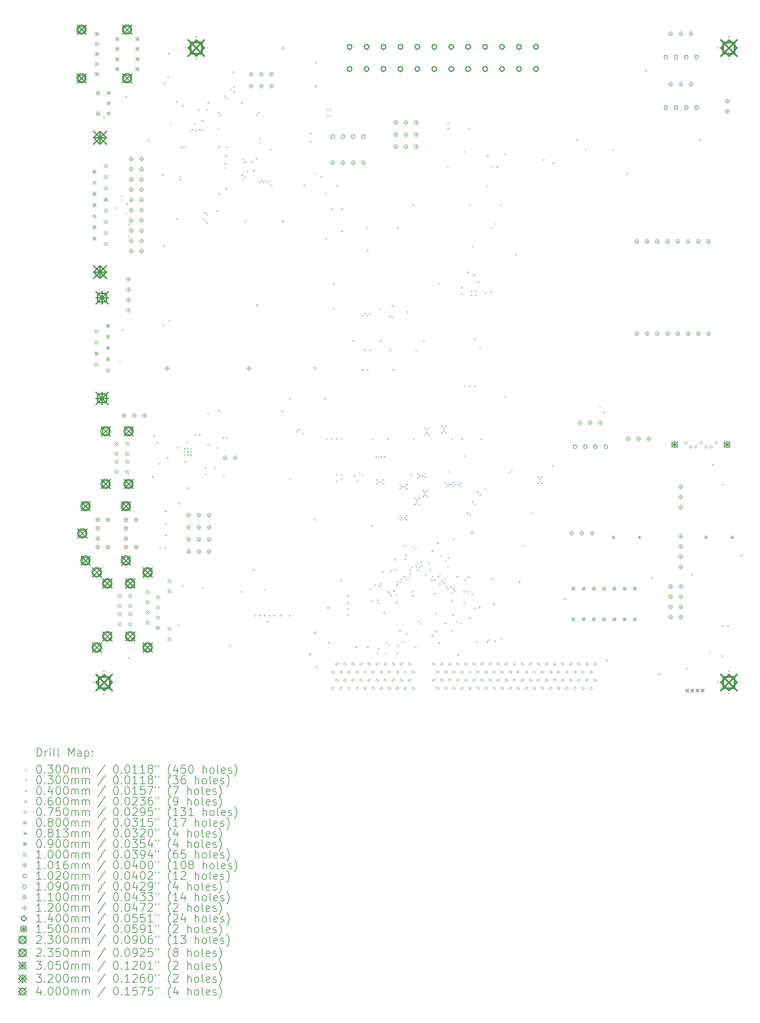
<source format=gbr>
%TF.GenerationSoftware,KiCad,Pcbnew,7.0.8*%
%TF.CreationDate,2023-10-29T22:50:50+01:00*%
%TF.ProjectId,ITX-Llama,4954582d-4c6c-4616-9d61-2e6b69636164,E*%
%TF.SameCoordinates,Original*%
%TF.FileFunction,Drillmap*%
%TF.FilePolarity,Positive*%
%FSLAX45Y45*%
G04 Gerber Fmt 4.5, Leading zero omitted, Abs format (unit mm)*
G04 Created by KiCad (PCBNEW 7.0.8) date 2023-10-29 22:50:50*
%MOMM*%
%LPD*%
G01*
G04 APERTURE LIST*
%ADD10C,0.200000*%
%ADD11C,0.030000*%
%ADD12C,0.040000*%
%ADD13C,0.060000*%
%ADD14C,0.075000*%
%ADD15C,0.080000*%
%ADD16C,0.081280*%
%ADD17C,0.090000*%
%ADD18C,0.100000*%
%ADD19C,0.101600*%
%ADD20C,0.102000*%
%ADD21C,0.109000*%
%ADD22C,0.110000*%
%ADD23C,0.120000*%
%ADD24C,0.140000*%
%ADD25C,0.150000*%
%ADD26C,0.230000*%
%ADD27C,0.235000*%
%ADD28C,0.305000*%
%ADD29C,0.320000*%
%ADD30C,0.400000*%
G04 APERTURE END LIST*
D10*
D11*
X-20000Y14045000D02*
X10000Y14015000D01*
X10000Y14045000D02*
X-20000Y14015000D01*
X265000Y11790000D02*
X295000Y11760000D01*
X295000Y11790000D02*
X265000Y11760000D01*
X375000Y7978000D02*
X405000Y7948000D01*
X405000Y7978000D02*
X375000Y7948000D01*
X415000Y12090000D02*
X445000Y12060000D01*
X445000Y12090000D02*
X415000Y12060000D01*
X435000Y11990000D02*
X465000Y11960000D01*
X465000Y11990000D02*
X435000Y11960000D01*
X445000Y8755000D02*
X475000Y8725000D01*
X475000Y8755000D02*
X445000Y8725000D01*
X515000Y11655000D02*
X545000Y11625000D01*
X545000Y11655000D02*
X515000Y11625000D01*
X535000Y14555000D02*
X565000Y14525000D01*
X565000Y14555000D02*
X535000Y14525000D01*
X555000Y11895000D02*
X585000Y11865000D01*
X585000Y11895000D02*
X555000Y11865000D01*
X595000Y11085000D02*
X625000Y11055000D01*
X625000Y11085000D02*
X595000Y11055000D01*
X595000Y625000D02*
X625000Y595000D01*
X625000Y625000D02*
X595000Y595000D01*
X600000Y11390000D02*
X630000Y11360000D01*
X630000Y11390000D02*
X600000Y11360000D01*
X1085000Y13465000D02*
X1115000Y13435000D01*
X1115000Y13465000D02*
X1085000Y13435000D01*
X1185000Y5115000D02*
X1215000Y5085000D01*
X1215000Y5115000D02*
X1185000Y5085000D01*
X1225000Y6140000D02*
X1255000Y6110000D01*
X1255000Y6140000D02*
X1225000Y6110000D01*
X1310000Y5965000D02*
X1340000Y5935000D01*
X1340000Y5965000D02*
X1310000Y5935000D01*
X1360000Y5440000D02*
X1390000Y5410000D01*
X1390000Y5440000D02*
X1360000Y5410000D01*
X1375000Y3365000D02*
X1405000Y3335000D01*
X1405000Y3365000D02*
X1375000Y3335000D01*
X1437000Y12614000D02*
X1467000Y12584000D01*
X1467000Y12614000D02*
X1437000Y12584000D01*
X1455000Y8885000D02*
X1485000Y8855000D01*
X1485000Y8885000D02*
X1455000Y8855000D01*
X1483000Y14885000D02*
X1513000Y14855000D01*
X1513000Y14885000D02*
X1483000Y14855000D01*
X1510000Y4265000D02*
X1540000Y4235000D01*
X1540000Y4265000D02*
X1510000Y4235000D01*
X1510000Y3965000D02*
X1540000Y3935000D01*
X1540000Y3965000D02*
X1510000Y3935000D01*
X1510000Y3665000D02*
X1540000Y3635000D01*
X1540000Y3665000D02*
X1510000Y3635000D01*
X1510000Y3365000D02*
X1540000Y3335000D01*
X1540000Y3365000D02*
X1510000Y3335000D01*
X1558000Y5590000D02*
X1588000Y5560000D01*
X1588000Y5590000D02*
X1558000Y5560000D01*
X1570000Y15042000D02*
X1600000Y15012000D01*
X1600000Y15042000D02*
X1570000Y15012000D01*
X1585000Y15625000D02*
X1615000Y15595000D01*
X1615000Y15625000D02*
X1585000Y15595000D01*
X1605000Y8995000D02*
X1635000Y8965000D01*
X1635000Y8995000D02*
X1605000Y8965000D01*
X1635000Y13890000D02*
X1665000Y13860000D01*
X1665000Y13890000D02*
X1635000Y13860000D01*
X1785000Y14425000D02*
X1815000Y14395000D01*
X1815000Y14425000D02*
X1785000Y14395000D01*
X1785000Y11525000D02*
X1815000Y11495000D01*
X1815000Y11525000D02*
X1785000Y11495000D01*
X1810000Y5840000D02*
X1840000Y5810000D01*
X1840000Y5840000D02*
X1810000Y5810000D01*
X1835000Y1440000D02*
X1865000Y1410000D01*
X1865000Y1440000D02*
X1835000Y1410000D01*
X1845000Y4455000D02*
X1875000Y4425000D01*
X1875000Y4455000D02*
X1845000Y4425000D01*
X1875000Y12575000D02*
X1905000Y12545000D01*
X1905000Y12575000D02*
X1875000Y12545000D01*
X1875000Y12495000D02*
X1905000Y12465000D01*
X1905000Y12495000D02*
X1875000Y12465000D01*
X1920000Y13300000D02*
X1950000Y13270000D01*
X1950000Y13300000D02*
X1920000Y13270000D01*
X1935000Y14325000D02*
X1965000Y14295000D01*
X1965000Y14325000D02*
X1935000Y14295000D01*
X1935000Y2415000D02*
X1965000Y2385000D01*
X1965000Y2415000D02*
X1935000Y2385000D01*
X1982500Y5817500D02*
X2012500Y5787500D01*
X2012500Y5817500D02*
X1982500Y5787500D01*
X1982500Y5740000D02*
X2012500Y5710000D01*
X2012500Y5740000D02*
X1982500Y5710000D01*
X1982500Y5662500D02*
X2012500Y5632500D01*
X2012500Y5662500D02*
X1982500Y5632500D01*
X2000000Y13300000D02*
X2030000Y13270000D01*
X2030000Y13300000D02*
X2000000Y13270000D01*
X2000000Y5490000D02*
X2030000Y5460000D01*
X2030000Y5490000D02*
X2000000Y5460000D01*
X2040000Y5975000D02*
X2070000Y5945000D01*
X2070000Y5975000D02*
X2040000Y5945000D01*
X2060000Y5817500D02*
X2090000Y5787500D01*
X2090000Y5817500D02*
X2060000Y5787500D01*
X2060000Y5740000D02*
X2090000Y5710000D01*
X2090000Y5740000D02*
X2060000Y5710000D01*
X2060000Y5662500D02*
X2090000Y5632500D01*
X2090000Y5662500D02*
X2060000Y5632500D01*
X2060000Y4840000D02*
X2090000Y4810000D01*
X2090000Y4840000D02*
X2060000Y4810000D01*
X2135000Y13695000D02*
X2165000Y13665000D01*
X2165000Y13695000D02*
X2135000Y13665000D01*
X2137500Y5817500D02*
X2167500Y5787500D01*
X2167500Y5817500D02*
X2137500Y5787500D01*
X2137500Y5740000D02*
X2167500Y5710000D01*
X2167500Y5740000D02*
X2137500Y5710000D01*
X2137500Y5662500D02*
X2167500Y5632500D01*
X2167500Y5662500D02*
X2137500Y5632500D01*
X2185000Y13740000D02*
X2215000Y13710000D01*
X2215000Y13740000D02*
X2185000Y13710000D01*
X2230000Y13870000D02*
X2260000Y13840000D01*
X2260000Y13870000D02*
X2230000Y13840000D01*
X2235000Y13695000D02*
X2265000Y13665000D01*
X2265000Y13695000D02*
X2235000Y13665000D01*
X2260000Y6170000D02*
X2290000Y6140000D01*
X2290000Y6170000D02*
X2260000Y6140000D01*
X2285000Y13740000D02*
X2315000Y13710000D01*
X2315000Y13740000D02*
X2285000Y13710000D01*
X2335000Y14235000D02*
X2365000Y14205000D01*
X2365000Y14235000D02*
X2335000Y14205000D01*
X2360000Y13740000D02*
X2390000Y13710000D01*
X2390000Y13740000D02*
X2360000Y13710000D01*
X2360000Y6160000D02*
X2390000Y6130000D01*
X2390000Y6160000D02*
X2360000Y6130000D01*
X2427500Y13957500D02*
X2457500Y13927500D01*
X2457500Y13957500D02*
X2427500Y13927500D01*
X2430000Y13740000D02*
X2460000Y13710000D01*
X2460000Y13740000D02*
X2430000Y13710000D01*
X2430000Y11520000D02*
X2460000Y11490000D01*
X2460000Y11520000D02*
X2430000Y11490000D01*
X2435000Y2365000D02*
X2465000Y2335000D01*
X2465000Y2365000D02*
X2435000Y2335000D01*
X2485000Y11675000D02*
X2515000Y11645000D01*
X2515000Y11675000D02*
X2485000Y11645000D01*
X2485000Y11475000D02*
X2515000Y11445000D01*
X2515000Y11475000D02*
X2485000Y11445000D01*
X2495000Y5340000D02*
X2525000Y5310000D01*
X2525000Y5340000D02*
X2495000Y5310000D01*
X2500000Y5185000D02*
X2530000Y5155000D01*
X2530000Y5185000D02*
X2500000Y5155000D01*
X2535000Y14235000D02*
X2565000Y14205000D01*
X2565000Y14235000D02*
X2535000Y14205000D01*
X2535000Y11625000D02*
X2565000Y11595000D01*
X2565000Y11625000D02*
X2535000Y11595000D01*
X2535000Y11425000D02*
X2565000Y11395000D01*
X2565000Y11425000D02*
X2535000Y11395000D01*
X2560000Y6690000D02*
X2590000Y6660000D01*
X2590000Y6690000D02*
X2560000Y6660000D01*
X2562000Y5915000D02*
X2592000Y5885000D01*
X2592000Y5915000D02*
X2562000Y5885000D01*
X2565000Y14395000D02*
X2595000Y14365000D01*
X2595000Y14395000D02*
X2565000Y14365000D01*
X2735000Y5340000D02*
X2765000Y5310000D01*
X2765000Y5340000D02*
X2735000Y5310000D01*
X2785000Y11720000D02*
X2815000Y11690000D01*
X2815000Y11720000D02*
X2785000Y11690000D01*
X2785000Y5835000D02*
X2815000Y5805000D01*
X2815000Y5835000D02*
X2785000Y5805000D01*
X2825000Y14155000D02*
X2855000Y14125000D01*
X2855000Y14155000D02*
X2825000Y14125000D01*
X2825000Y13745000D02*
X2855000Y13715000D01*
X2855000Y13745000D02*
X2825000Y13715000D01*
X2835000Y13305000D02*
X2865000Y13275000D01*
X2865000Y13305000D02*
X2835000Y13275000D01*
X2835000Y12135000D02*
X2865000Y12105000D01*
X2865000Y12135000D02*
X2835000Y12105000D01*
X2835000Y6765000D02*
X2865000Y6735000D01*
X2865000Y6765000D02*
X2835000Y6735000D01*
X2875000Y14095000D02*
X2905000Y14065000D01*
X2905000Y14095000D02*
X2875000Y14065000D01*
X2940000Y6090000D02*
X2970000Y6060000D01*
X2970000Y6090000D02*
X2940000Y6060000D01*
X2955000Y5155000D02*
X2985000Y5125000D01*
X2985000Y5155000D02*
X2955000Y5125000D01*
X2975000Y14575000D02*
X3005000Y14545000D01*
X3005000Y14575000D02*
X2975000Y14545000D01*
X2995000Y12885000D02*
X3025000Y12855000D01*
X3025000Y12885000D02*
X2995000Y12855000D01*
X2995000Y12785000D02*
X3025000Y12755000D01*
X3025000Y12785000D02*
X2995000Y12755000D01*
X3015000Y13075000D02*
X3045000Y13045000D01*
X3045000Y13075000D02*
X3015000Y13045000D01*
X3015000Y12270000D02*
X3045000Y12240000D01*
X3045000Y12270000D02*
X3015000Y12240000D01*
X3025000Y13305000D02*
X3055000Y13275000D01*
X3055000Y13305000D02*
X3025000Y13275000D01*
X3025000Y6090000D02*
X3055000Y6060000D01*
X3055000Y6090000D02*
X3025000Y6060000D01*
X3035000Y14515000D02*
X3065000Y14485000D01*
X3065000Y14515000D02*
X3035000Y14485000D01*
X3110000Y915000D02*
X3140000Y885000D01*
X3140000Y915000D02*
X3110000Y885000D01*
X3135000Y14735000D02*
X3165000Y14705000D01*
X3165000Y14735000D02*
X3135000Y14705000D01*
X3185000Y15165000D02*
X3215000Y15135000D01*
X3215000Y15165000D02*
X3185000Y15135000D01*
X3205000Y14795000D02*
X3235000Y14765000D01*
X3235000Y14795000D02*
X3205000Y14765000D01*
X3205000Y14685000D02*
X3235000Y14655000D01*
X3235000Y14685000D02*
X3205000Y14655000D01*
X3381500Y2270000D02*
X3411500Y2240000D01*
X3411500Y2270000D02*
X3381500Y2240000D01*
X3395000Y14395000D02*
X3425000Y14365000D01*
X3425000Y14395000D02*
X3395000Y14365000D01*
X3415000Y12615000D02*
X3445000Y12585000D01*
X3445000Y12615000D02*
X3415000Y12585000D01*
X3425000Y12500000D02*
X3455000Y12470000D01*
X3455000Y12500000D02*
X3425000Y12470000D01*
X3435000Y13005000D02*
X3465000Y12975000D01*
X3465000Y13005000D02*
X3435000Y12975000D01*
X3475000Y12935000D02*
X3505000Y12905000D01*
X3505000Y12935000D02*
X3475000Y12905000D01*
X3475000Y12560000D02*
X3505000Y12530000D01*
X3505000Y12560000D02*
X3475000Y12530000D01*
X3485000Y11465000D02*
X3515000Y11435000D01*
X3515000Y11465000D02*
X3485000Y11435000D01*
X3535000Y12695000D02*
X3565000Y12665000D01*
X3565000Y12695000D02*
X3535000Y12665000D01*
X3635000Y12945000D02*
X3665000Y12915000D01*
X3665000Y12945000D02*
X3635000Y12915000D01*
X3685000Y2815000D02*
X3715000Y2785000D01*
X3715000Y2815000D02*
X3685000Y2785000D01*
X3695000Y12715000D02*
X3725000Y12685000D01*
X3725000Y12715000D02*
X3695000Y12685000D01*
X3735000Y1675000D02*
X3765000Y1645000D01*
X3765000Y1675000D02*
X3735000Y1645000D01*
X3760000Y13015000D02*
X3790000Y12985000D01*
X3790000Y13015000D02*
X3760000Y12985000D01*
X3785000Y14095000D02*
X3815000Y14065000D01*
X3815000Y14095000D02*
X3785000Y14065000D01*
X3825000Y14155000D02*
X3855000Y14125000D01*
X3855000Y14155000D02*
X3825000Y14125000D01*
X3835000Y12430000D02*
X3865000Y12400000D01*
X3865000Y12430000D02*
X3835000Y12400000D01*
X3855000Y13515000D02*
X3885000Y13485000D01*
X3885000Y13515000D02*
X3855000Y13485000D01*
X3855000Y13415000D02*
X3885000Y13385000D01*
X3885000Y13415000D02*
X3855000Y13385000D01*
X3855000Y1675000D02*
X3885000Y1645000D01*
X3885000Y1675000D02*
X3855000Y1645000D01*
X3885000Y12475000D02*
X3915000Y12445000D01*
X3915000Y12475000D02*
X3885000Y12445000D01*
X3935000Y12430000D02*
X3965000Y12400000D01*
X3965000Y12430000D02*
X3935000Y12400000D01*
X3965000Y1675000D02*
X3995000Y1645000D01*
X3995000Y1675000D02*
X3965000Y1645000D01*
X3985000Y12475000D02*
X4015000Y12445000D01*
X4015000Y12475000D02*
X3985000Y12445000D01*
X3985000Y2315000D02*
X4015000Y2285000D01*
X4015000Y2315000D02*
X3985000Y2285000D01*
X4035000Y12430000D02*
X4065000Y12400000D01*
X4065000Y12430000D02*
X4035000Y12400000D01*
X4035000Y1521000D02*
X4065000Y1491000D01*
X4065000Y1521000D02*
X4035000Y1491000D01*
X4085000Y12475000D02*
X4115000Y12445000D01*
X4115000Y12475000D02*
X4085000Y12445000D01*
X4085000Y1675000D02*
X4115000Y1645000D01*
X4115000Y1675000D02*
X4085000Y1645000D01*
X4110000Y13240000D02*
X4140000Y13210000D01*
X4140000Y13240000D02*
X4110000Y13210000D01*
X4135000Y12355000D02*
X4165000Y12325000D01*
X4165000Y12355000D02*
X4135000Y12325000D01*
X4205000Y1675000D02*
X4235000Y1645000D01*
X4235000Y1675000D02*
X4205000Y1645000D01*
X4365000Y1675000D02*
X4395000Y1645000D01*
X4395000Y1675000D02*
X4365000Y1645000D01*
X4410000Y6741000D02*
X4440000Y6711000D01*
X4440000Y6741000D02*
X4410000Y6711000D01*
X4585000Y1675000D02*
X4615000Y1645000D01*
X4615000Y1675000D02*
X4585000Y1645000D01*
X4595000Y7065000D02*
X4625000Y7035000D01*
X4625000Y7065000D02*
X4595000Y7035000D01*
X4595000Y5055000D02*
X4625000Y5025000D01*
X4625000Y5055000D02*
X4595000Y5025000D01*
X4755000Y6240000D02*
X4785000Y6210000D01*
X4785000Y6240000D02*
X4755000Y6210000D01*
X4815000Y6290000D02*
X4845000Y6260000D01*
X4845000Y6290000D02*
X4815000Y6260000D01*
X4925000Y6191450D02*
X4955000Y6161450D01*
X4955000Y6191450D02*
X4925000Y6161450D01*
X4945000Y12355000D02*
X4975000Y12325000D01*
X4975000Y12355000D02*
X4945000Y12325000D01*
X5105000Y13640000D02*
X5135000Y13610000D01*
X5135000Y13640000D02*
X5105000Y13610000D01*
X5105000Y13440000D02*
X5135000Y13410000D01*
X5135000Y13440000D02*
X5105000Y13410000D01*
X5215000Y4059000D02*
X5245000Y4029000D01*
X5245000Y4059000D02*
X5215000Y4029000D01*
X5225000Y12655000D02*
X5255000Y12625000D01*
X5255000Y12655000D02*
X5225000Y12625000D01*
X5245000Y15395000D02*
X5275000Y15365000D01*
X5275000Y15395000D02*
X5245000Y15365000D01*
X5250000Y400000D02*
X5280000Y370000D01*
X5280000Y400000D02*
X5250000Y370000D01*
X5365000Y12565000D02*
X5395000Y12535000D01*
X5395000Y12565000D02*
X5365000Y12535000D01*
X5460000Y7065000D02*
X5490000Y7035000D01*
X5490000Y7065000D02*
X5460000Y7035000D01*
X5495000Y12155000D02*
X5525000Y12125000D01*
X5525000Y12155000D02*
X5495000Y12125000D01*
X5495000Y11029500D02*
X5525000Y10999500D01*
X5525000Y11029500D02*
X5495000Y10999500D01*
X5500000Y6065000D02*
X5530000Y6035000D01*
X5530000Y6065000D02*
X5500000Y6035000D01*
X5525000Y14225000D02*
X5555000Y14195000D01*
X5555000Y14225000D02*
X5525000Y14195000D01*
X5525000Y14075000D02*
X5555000Y14045000D01*
X5555000Y14075000D02*
X5525000Y14045000D01*
X5585000Y14225000D02*
X5615000Y14195000D01*
X5615000Y14225000D02*
X5585000Y14195000D01*
X5585000Y14075000D02*
X5615000Y14045000D01*
X5615000Y14075000D02*
X5585000Y14045000D01*
X5625000Y6065000D02*
X5655000Y6035000D01*
X5655000Y6065000D02*
X5625000Y6035000D01*
X5626000Y11765000D02*
X5656000Y11735000D01*
X5656000Y11765000D02*
X5626000Y11735000D01*
X5685000Y9915000D02*
X5715000Y9885000D01*
X5715000Y9915000D02*
X5685000Y9885000D01*
X5685000Y9290000D02*
X5715000Y9260000D01*
X5715000Y9290000D02*
X5685000Y9260000D01*
X5750000Y6065000D02*
X5780000Y6035000D01*
X5780000Y6065000D02*
X5750000Y6035000D01*
X5755000Y12345000D02*
X5785000Y12315000D01*
X5785000Y12345000D02*
X5755000Y12315000D01*
X5755000Y5165000D02*
X5785000Y5135000D01*
X5785000Y5165000D02*
X5755000Y5135000D01*
X5755000Y5015000D02*
X5785000Y4985000D01*
X5785000Y5015000D02*
X5755000Y4985000D01*
X5860000Y2540000D02*
X5890000Y2510000D01*
X5890000Y2540000D02*
X5860000Y2510000D01*
X5880000Y6065000D02*
X5910000Y6035000D01*
X5910000Y6065000D02*
X5880000Y6035000D01*
X5880000Y5165000D02*
X5910000Y5135000D01*
X5910000Y5165000D02*
X5880000Y5135000D01*
X5880000Y5065000D02*
X5910000Y5035000D01*
X5910000Y5065000D02*
X5880000Y5035000D01*
X5881000Y11765000D02*
X5911000Y11735000D01*
X5911000Y11765000D02*
X5881000Y11735000D01*
X5881000Y11215000D02*
X5911000Y11185000D01*
X5911000Y11215000D02*
X5881000Y11185000D01*
X6035000Y2162000D02*
X6065000Y2132000D01*
X6065000Y2162000D02*
X6035000Y2132000D01*
X6035000Y1984000D02*
X6065000Y1954000D01*
X6065000Y1984000D02*
X6035000Y1954000D01*
X6035000Y1842500D02*
X6065000Y1812500D01*
X6065000Y1842500D02*
X6035000Y1812500D01*
X6035000Y1690000D02*
X6065000Y1660000D01*
X6065000Y1690000D02*
X6035000Y1660000D01*
X6160000Y8490000D02*
X6190000Y8460000D01*
X6190000Y8490000D02*
X6160000Y8460000D01*
X6195000Y5145000D02*
X6225000Y5115000D01*
X6225000Y5145000D02*
X6195000Y5115000D01*
X6235000Y895000D02*
X6265000Y865000D01*
X6265000Y895000D02*
X6235000Y865000D01*
X6261000Y5015000D02*
X6291000Y4985000D01*
X6291000Y5015000D02*
X6261000Y4985000D01*
X6325000Y5215000D02*
X6355000Y5185000D01*
X6355000Y5215000D02*
X6325000Y5185000D01*
X6388000Y7780000D02*
X6418000Y7750000D01*
X6418000Y7780000D02*
X6388000Y7750000D01*
X6390000Y9120000D02*
X6420000Y9090000D01*
X6420000Y9120000D02*
X6390000Y9090000D01*
X6390000Y5165000D02*
X6420000Y5135000D01*
X6420000Y5165000D02*
X6390000Y5135000D01*
X6450000Y9170000D02*
X6480000Y9140000D01*
X6480000Y9170000D02*
X6450000Y9140000D01*
X6450000Y8265000D02*
X6480000Y8235000D01*
X6480000Y8265000D02*
X6450000Y8235000D01*
X6515000Y11295000D02*
X6545000Y11265000D01*
X6545000Y11295000D02*
X6515000Y11265000D01*
X6515000Y10735000D02*
X6545000Y10705000D01*
X6545000Y10735000D02*
X6515000Y10705000D01*
X6515000Y9120000D02*
X6545000Y9090000D01*
X6545000Y9120000D02*
X6515000Y9090000D01*
X6515000Y7780000D02*
X6545000Y7750000D01*
X6545000Y7780000D02*
X6515000Y7750000D01*
X6525000Y895000D02*
X6555000Y865000D01*
X6555000Y895000D02*
X6525000Y865000D01*
X6575000Y9170700D02*
X6605000Y9140700D01*
X6605000Y9170700D02*
X6575000Y9140700D01*
X6575000Y8262837D02*
X6605000Y8232837D01*
X6605000Y8262837D02*
X6575000Y8232837D01*
X6585000Y2330000D02*
X6615000Y2300000D01*
X6615000Y2330000D02*
X6585000Y2300000D01*
X6625000Y3895000D02*
X6655000Y3865000D01*
X6655000Y3895000D02*
X6625000Y3865000D01*
X6637050Y2045000D02*
X6667050Y2015000D01*
X6667050Y2045000D02*
X6637050Y2015000D01*
X6640000Y6065000D02*
X6670000Y6035000D01*
X6670000Y6065000D02*
X6640000Y6035000D01*
X6705000Y2437500D02*
X6735000Y2407500D01*
X6735000Y2437500D02*
X6705000Y2407500D01*
X6731000Y5614000D02*
X6761000Y5584000D01*
X6761000Y5614000D02*
X6731000Y5584000D01*
X6751000Y5045000D02*
X6781000Y5015000D01*
X6781000Y5045000D02*
X6751000Y5015000D01*
X6751000Y4945000D02*
X6781000Y4915000D01*
X6781000Y4945000D02*
X6751000Y4915000D01*
X6765000Y735000D02*
X6795000Y705000D01*
X6795000Y735000D02*
X6765000Y705000D01*
X6766000Y2059000D02*
X6796000Y2029000D01*
X6796000Y2059000D02*
X6766000Y2029000D01*
X6785000Y845000D02*
X6815000Y815000D01*
X6815000Y845000D02*
X6785000Y815000D01*
X6793000Y1984000D02*
X6823000Y1954000D01*
X6823000Y1984000D02*
X6793000Y1954000D01*
X6796800Y5614000D02*
X6826800Y5584000D01*
X6826800Y5614000D02*
X6796800Y5584000D01*
X6796800Y4995000D02*
X6826800Y4965000D01*
X6826800Y4995000D02*
X6796800Y4965000D01*
X6819000Y2403000D02*
X6849000Y2373000D01*
X6849000Y2403000D02*
X6819000Y2373000D01*
X6835000Y9290000D02*
X6865000Y9260000D01*
X6865000Y9290000D02*
X6835000Y9260000D01*
X6835000Y8490000D02*
X6865000Y8460000D01*
X6865000Y8490000D02*
X6835000Y8460000D01*
X6844500Y2462500D02*
X6874500Y2432500D01*
X6874500Y2462500D02*
X6844500Y2432500D01*
X6868200Y5614000D02*
X6898200Y5584000D01*
X6898200Y5614000D02*
X6868200Y5584000D01*
X6868200Y4995000D02*
X6898200Y4965000D01*
X6898200Y4995000D02*
X6868200Y4965000D01*
X6891668Y2760332D02*
X6921668Y2730332D01*
X6921668Y2760332D02*
X6891668Y2730332D01*
X6915000Y5045000D02*
X6945000Y5015000D01*
X6945000Y5045000D02*
X6915000Y5015000D01*
X6915000Y4945000D02*
X6945000Y4915000D01*
X6945000Y4945000D02*
X6915000Y4915000D01*
X6925000Y1745000D02*
X6955000Y1715000D01*
X6955000Y1745000D02*
X6925000Y1715000D01*
X6935000Y5614000D02*
X6965000Y5584000D01*
X6965000Y5614000D02*
X6935000Y5584000D01*
X6975000Y995000D02*
X7005000Y965000D01*
X7005000Y995000D02*
X6975000Y965000D01*
X6985000Y735000D02*
X7015000Y705000D01*
X7015000Y735000D02*
X6985000Y705000D01*
X7015000Y2265000D02*
X7045000Y2235000D01*
X7045000Y2265000D02*
X7015000Y2235000D01*
X7020000Y6065000D02*
X7050000Y6035000D01*
X7050000Y6065000D02*
X7020000Y6035000D01*
X7045000Y945000D02*
X7075000Y915000D01*
X7075000Y945000D02*
X7045000Y915000D01*
X7075000Y2235000D02*
X7105000Y2205000D01*
X7105000Y2235000D02*
X7075000Y2205000D01*
X7080000Y9095000D02*
X7110000Y9065000D01*
X7110000Y9095000D02*
X7080000Y9065000D01*
X7080000Y8265000D02*
X7110000Y8235000D01*
X7110000Y8265000D02*
X7080000Y8235000D01*
X7098000Y2789000D02*
X7128000Y2759000D01*
X7128000Y2789000D02*
X7098000Y2759000D01*
X7108000Y2175000D02*
X7138000Y2145000D01*
X7138000Y2175000D02*
X7108000Y2145000D01*
X7135000Y9370000D02*
X7165000Y9340000D01*
X7165000Y9370000D02*
X7135000Y9340000D01*
X7145000Y9075000D02*
X7175000Y9045000D01*
X7175000Y9075000D02*
X7145000Y9045000D01*
X7150000Y7780000D02*
X7180000Y7750000D01*
X7180000Y7780000D02*
X7150000Y7750000D01*
X7175000Y2285000D02*
X7205000Y2255000D01*
X7205000Y2285000D02*
X7175000Y2255000D01*
X7194000Y3062000D02*
X7224000Y3032000D01*
X7224000Y3062000D02*
X7194000Y3032000D01*
X7202574Y2812574D02*
X7232574Y2782574D01*
X7232574Y2812574D02*
X7202574Y2782574D01*
X7235000Y2185000D02*
X7265000Y2155000D01*
X7265000Y2185000D02*
X7235000Y2155000D01*
X7235000Y1995000D02*
X7265000Y1965000D01*
X7265000Y1995000D02*
X7235000Y1965000D01*
X7247000Y2433000D02*
X7277000Y2403000D01*
X7277000Y2433000D02*
X7247000Y2403000D01*
X7255000Y740000D02*
X7285000Y710000D01*
X7285000Y740000D02*
X7255000Y710000D01*
X7259000Y2502000D02*
X7289000Y2472000D01*
X7289000Y2502000D02*
X7259000Y2472000D01*
X7275000Y11295000D02*
X7305000Y11265000D01*
X7305000Y11295000D02*
X7275000Y11265000D01*
X7275000Y915000D02*
X7305000Y885000D01*
X7305000Y915000D02*
X7275000Y885000D01*
X7320000Y1300000D02*
X7350000Y1270000D01*
X7350000Y1300000D02*
X7320000Y1270000D01*
X7324000Y4924000D02*
X7354000Y4894000D01*
X7354000Y4924000D02*
X7324000Y4894000D01*
X7324000Y4824000D02*
X7354000Y4794000D01*
X7354000Y4824000D02*
X7324000Y4794000D01*
X7324000Y4155000D02*
X7354000Y4125000D01*
X7354000Y4155000D02*
X7324000Y4125000D01*
X7324000Y4055000D02*
X7354000Y4025000D01*
X7354000Y4055000D02*
X7324000Y4025000D01*
X7336000Y2506000D02*
X7366000Y2476000D01*
X7366000Y2506000D02*
X7336000Y2476000D01*
X7352000Y2575000D02*
X7382000Y2545000D01*
X7382000Y2575000D02*
X7352000Y2545000D01*
X7371000Y4874000D02*
X7401000Y4844000D01*
X7401000Y4874000D02*
X7371000Y4844000D01*
X7371000Y4105000D02*
X7401000Y4075000D01*
X7401000Y4105000D02*
X7371000Y4075000D01*
X7395000Y1025000D02*
X7425000Y995000D01*
X7425000Y1025000D02*
X7395000Y995000D01*
X7431000Y2639000D02*
X7461000Y2609000D01*
X7461000Y2639000D02*
X7431000Y2609000D01*
X7440000Y3405000D02*
X7470000Y3375000D01*
X7470000Y3405000D02*
X7440000Y3375000D01*
X7441000Y4874000D02*
X7471000Y4844000D01*
X7471000Y4874000D02*
X7441000Y4844000D01*
X7441000Y4105000D02*
X7471000Y4075000D01*
X7471000Y4105000D02*
X7441000Y4075000D01*
X7450632Y3073632D02*
X7480632Y3043632D01*
X7480632Y3073632D02*
X7450632Y3043632D01*
X7469000Y3167000D02*
X7499000Y3137000D01*
X7499000Y3167000D02*
X7469000Y3137000D01*
X7478000Y2570000D02*
X7508000Y2540000D01*
X7508000Y2570000D02*
X7478000Y2540000D01*
X7488000Y4924000D02*
X7518000Y4894000D01*
X7518000Y4924000D02*
X7488000Y4894000D01*
X7488000Y4824000D02*
X7518000Y4794000D01*
X7518000Y4824000D02*
X7488000Y4794000D01*
X7488000Y4155000D02*
X7518000Y4125000D01*
X7518000Y4155000D02*
X7488000Y4125000D01*
X7488000Y4055000D02*
X7518000Y4025000D01*
X7518000Y4055000D02*
X7488000Y4025000D01*
X7491000Y1222000D02*
X7521000Y1192000D01*
X7521000Y1222000D02*
X7491000Y1192000D01*
X7510000Y9215000D02*
X7540000Y9185000D01*
X7540000Y9215000D02*
X7510000Y9185000D01*
X7527000Y2621000D02*
X7557000Y2591000D01*
X7557000Y2621000D02*
X7527000Y2591000D01*
X7571000Y2808000D02*
X7601000Y2778000D01*
X7601000Y2808000D02*
X7571000Y2778000D01*
X7575000Y2703000D02*
X7605000Y2673000D01*
X7605000Y2703000D02*
X7575000Y2673000D01*
X7598000Y5174000D02*
X7628000Y5144000D01*
X7628000Y5174000D02*
X7598000Y5144000D01*
X7615000Y2865000D02*
X7645000Y2835000D01*
X7645000Y2865000D02*
X7615000Y2835000D01*
X7635000Y2265000D02*
X7665000Y2235000D01*
X7665000Y2265000D02*
X7635000Y2235000D01*
X7635000Y2165000D02*
X7665000Y2135000D01*
X7665000Y2165000D02*
X7635000Y2135000D01*
X7645000Y3375000D02*
X7675000Y3345000D01*
X7675000Y3375000D02*
X7645000Y3345000D01*
X7655000Y11865000D02*
X7685000Y11835000D01*
X7685000Y11865000D02*
X7655000Y11835000D01*
X7660000Y6065000D02*
X7690000Y6035000D01*
X7690000Y6065000D02*
X7660000Y6035000D01*
X7691000Y4589000D02*
X7721000Y4559000D01*
X7721000Y4589000D02*
X7691000Y4559000D01*
X7692000Y4434000D02*
X7722000Y4404000D01*
X7722000Y4434000D02*
X7692000Y4404000D01*
X7715000Y3341000D02*
X7745000Y3311000D01*
X7745000Y3341000D02*
X7715000Y3311000D01*
X7715000Y885000D02*
X7745000Y855000D01*
X7745000Y885000D02*
X7715000Y855000D01*
X7725500Y2894500D02*
X7755500Y2864500D01*
X7755500Y2894500D02*
X7725500Y2864500D01*
X7727000Y8259000D02*
X7757000Y8229000D01*
X7757000Y8259000D02*
X7727000Y8229000D01*
X7745000Y4545000D02*
X7775000Y4515000D01*
X7775000Y4545000D02*
X7745000Y4515000D01*
X7745000Y4479000D02*
X7775000Y4449000D01*
X7775000Y4479000D02*
X7745000Y4449000D01*
X7754000Y2985000D02*
X7784000Y2955000D01*
X7784000Y2985000D02*
X7754000Y2955000D01*
X7755000Y2805000D02*
X7785000Y2775000D01*
X7785000Y2805000D02*
X7755000Y2775000D01*
X7767000Y5194000D02*
X7797000Y5164000D01*
X7797000Y5194000D02*
X7767000Y5164000D01*
X7767000Y5094000D02*
X7797000Y5064000D01*
X7797000Y5094000D02*
X7767000Y5064000D01*
X7785000Y1525000D02*
X7815000Y1495000D01*
X7815000Y1525000D02*
X7785000Y1495000D01*
X7798000Y4589000D02*
X7828000Y4559000D01*
X7828000Y4589000D02*
X7798000Y4559000D01*
X7798000Y4434000D02*
X7828000Y4404000D01*
X7828000Y4434000D02*
X7798000Y4404000D01*
X7805000Y2865000D02*
X7835000Y2835000D01*
X7835000Y2865000D02*
X7805000Y2835000D01*
X7815000Y5143000D02*
X7845000Y5113000D01*
X7845000Y5143000D02*
X7815000Y5113000D01*
X7835000Y1465000D02*
X7865000Y1435000D01*
X7865000Y1465000D02*
X7835000Y1435000D01*
X7850000Y2995000D02*
X7880000Y2965000D01*
X7880000Y2995000D02*
X7850000Y2965000D01*
X7865000Y2915000D02*
X7895000Y2885000D01*
X7895000Y2915000D02*
X7865000Y2885000D01*
X7882000Y5143000D02*
X7912000Y5113000D01*
X7912000Y5143000D02*
X7882000Y5113000D01*
X7898000Y4777000D02*
X7928000Y4747000D01*
X7928000Y4777000D02*
X7898000Y4747000D01*
X7898000Y4633000D02*
X7928000Y4603000D01*
X7928000Y4633000D02*
X7898000Y4603000D01*
X7910000Y8490000D02*
X7940000Y8460000D01*
X7940000Y8490000D02*
X7910000Y8460000D01*
X7931000Y5194000D02*
X7961000Y5164000D01*
X7961000Y5194000D02*
X7931000Y5164000D01*
X7934000Y6332000D02*
X7964000Y6302000D01*
X7964000Y6332000D02*
X7934000Y6302000D01*
X7937000Y6166000D02*
X7967000Y6136000D01*
X7967000Y6166000D02*
X7937000Y6136000D01*
X7941000Y5112000D02*
X7971000Y5082000D01*
X7971000Y5112000D02*
X7941000Y5082000D01*
X7948000Y4738000D02*
X7978000Y4708000D01*
X7978000Y4738000D02*
X7948000Y4708000D01*
X7948000Y4672000D02*
X7978000Y4642000D01*
X7978000Y4672000D02*
X7948000Y4642000D01*
X7955000Y2685000D02*
X7985000Y2655000D01*
X7985000Y2685000D02*
X7955000Y2655000D01*
X7985000Y6285000D02*
X8015000Y6255000D01*
X8015000Y6285000D02*
X7985000Y6255000D01*
X7985000Y6215000D02*
X8015000Y6185000D01*
X8015000Y6215000D02*
X7985000Y6185000D01*
X7998000Y4777000D02*
X8028000Y4747000D01*
X8028000Y4777000D02*
X7998000Y4747000D01*
X7998000Y4633000D02*
X8028000Y4603000D01*
X8028000Y4633000D02*
X7998000Y4603000D01*
X8031000Y6163000D02*
X8061000Y6133000D01*
X8061000Y6163000D02*
X8031000Y6133000D01*
X8035000Y2985000D02*
X8065000Y2955000D01*
X8065000Y2985000D02*
X8035000Y2955000D01*
X8036000Y6332000D02*
X8066000Y6302000D01*
X8066000Y6332000D02*
X8036000Y6302000D01*
X8075000Y2815000D02*
X8105000Y2785000D01*
X8105000Y2815000D02*
X8075000Y2785000D01*
X8113000Y2561000D02*
X8143000Y2531000D01*
X8143000Y2561000D02*
X8113000Y2531000D01*
X8118378Y3268622D02*
X8148378Y3238622D01*
X8148378Y3268622D02*
X8118378Y3238622D01*
X8125000Y1175000D02*
X8155000Y1145000D01*
X8155000Y1175000D02*
X8125000Y1145000D01*
X8128000Y2646000D02*
X8158000Y2616000D01*
X8158000Y2646000D02*
X8128000Y2616000D01*
X8180000Y2561000D02*
X8210000Y2531000D01*
X8210000Y2561000D02*
X8180000Y2531000D01*
X8185000Y2215000D02*
X8215000Y2185000D01*
X8215000Y2215000D02*
X8185000Y2185000D01*
X8205000Y1715000D02*
X8235000Y1685000D01*
X8235000Y1715000D02*
X8205000Y1685000D01*
X8225000Y1275000D02*
X8255000Y1245000D01*
X8255000Y1275000D02*
X8225000Y1245000D01*
X8255000Y3475000D02*
X8285000Y3445000D01*
X8285000Y3475000D02*
X8255000Y3445000D01*
X8269000Y2641000D02*
X8299000Y2611000D01*
X8299000Y2641000D02*
X8269000Y2611000D01*
X8285000Y9915000D02*
X8315000Y9885000D01*
X8315000Y9915000D02*
X8285000Y9885000D01*
X8295000Y995000D02*
X8325000Y965000D01*
X8325000Y995000D02*
X8295000Y965000D01*
X8308000Y2457000D02*
X8338000Y2427000D01*
X8338000Y2457000D02*
X8308000Y2427000D01*
X8317000Y2693000D02*
X8347000Y2663000D01*
X8347000Y2693000D02*
X8317000Y2663000D01*
X8345000Y3158000D02*
X8375000Y3128000D01*
X8375000Y3158000D02*
X8345000Y3128000D01*
X8359000Y6375000D02*
X8389000Y6345000D01*
X8389000Y6375000D02*
X8359000Y6345000D01*
X8359000Y6211000D02*
X8389000Y6181000D01*
X8389000Y6211000D02*
X8359000Y6181000D01*
X8368000Y2531000D02*
X8398000Y2501000D01*
X8398000Y2531000D02*
X8368000Y2501000D01*
X8409000Y6329000D02*
X8439000Y6299000D01*
X8439000Y6329000D02*
X8409000Y6299000D01*
X8409000Y6257000D02*
X8439000Y6227000D01*
X8439000Y6257000D02*
X8409000Y6227000D01*
X8419000Y2475000D02*
X8449000Y2445000D01*
X8449000Y2475000D02*
X8419000Y2445000D01*
X8434000Y2580000D02*
X8464000Y2550000D01*
X8464000Y2580000D02*
X8434000Y2550000D01*
X8445000Y3025000D02*
X8475000Y2995000D01*
X8475000Y3025000D02*
X8445000Y2995000D01*
X8445000Y1480000D02*
X8475000Y1450000D01*
X8475000Y1480000D02*
X8445000Y1450000D01*
X8459000Y6375000D02*
X8489000Y6345000D01*
X8489000Y6375000D02*
X8459000Y6345000D01*
X8459000Y6211000D02*
X8489000Y6181000D01*
X8489000Y6211000D02*
X8459000Y6181000D01*
X8461000Y4971000D02*
X8491000Y4941000D01*
X8491000Y4971000D02*
X8461000Y4941000D01*
X8466000Y4875000D02*
X8496000Y4845000D01*
X8496000Y4875000D02*
X8466000Y4845000D01*
X8481500Y2395000D02*
X8511500Y2365000D01*
X8511500Y2395000D02*
X8481500Y2365000D01*
X8508252Y2335000D02*
X8538252Y2305000D01*
X8538252Y2335000D02*
X8508252Y2305000D01*
X8510000Y12800000D02*
X8540000Y12770000D01*
X8540000Y12800000D02*
X8510000Y12770000D01*
X8512000Y4925000D02*
X8542000Y4895000D01*
X8542000Y4925000D02*
X8512000Y4895000D01*
X8512858Y2871142D02*
X8542858Y2841142D01*
X8542858Y2871142D02*
X8512858Y2841142D01*
X8515000Y13890000D02*
X8545000Y13860000D01*
X8545000Y13890000D02*
X8515000Y13860000D01*
X8515000Y13765000D02*
X8545000Y13735000D01*
X8545000Y13765000D02*
X8515000Y13735000D01*
X8529832Y3108832D02*
X8559832Y3078832D01*
X8559832Y3108832D02*
X8529832Y3078832D01*
X8546000Y5243000D02*
X8576000Y5213000D01*
X8576000Y5243000D02*
X8546000Y5213000D01*
X8582000Y4925000D02*
X8612000Y4895000D01*
X8612000Y4925000D02*
X8582000Y4895000D01*
X8585000Y2395000D02*
X8615000Y2365000D01*
X8615000Y2395000D02*
X8585000Y2365000D01*
X8608000Y6056000D02*
X8638000Y6026000D01*
X8638000Y6056000D02*
X8608000Y6026000D01*
X8620000Y2035000D02*
X8650000Y2005000D01*
X8650000Y2035000D02*
X8620000Y2005000D01*
X8625000Y2245000D02*
X8655000Y2215000D01*
X8655000Y2245000D02*
X8625000Y2215000D01*
X8625000Y1305000D02*
X8655000Y1275000D01*
X8655000Y1305000D02*
X8625000Y1275000D01*
X8635000Y1695000D02*
X8665000Y1665000D01*
X8665000Y1695000D02*
X8635000Y1665000D01*
X8640000Y2350000D02*
X8670000Y2320000D01*
X8670000Y2350000D02*
X8640000Y2320000D01*
X8643000Y4970000D02*
X8673000Y4940000D01*
X8673000Y4970000D02*
X8643000Y4940000D01*
X8645000Y4882000D02*
X8675000Y4852000D01*
X8675000Y4882000D02*
X8645000Y4852000D01*
X8658000Y3577000D02*
X8688000Y3547000D01*
X8688000Y3577000D02*
X8658000Y3547000D01*
X8670000Y2290000D02*
X8700000Y2260000D01*
X8700000Y2290000D02*
X8670000Y2260000D01*
X8710000Y4930000D02*
X8740000Y4900000D01*
X8740000Y4930000D02*
X8710000Y4900000D01*
X8739132Y2644868D02*
X8769132Y2614868D01*
X8769132Y2644868D02*
X8739132Y2614868D01*
X8739332Y1530668D02*
X8769332Y1500668D01*
X8769332Y1530668D02*
X8739332Y1500668D01*
X8765000Y695000D02*
X8795000Y665000D01*
X8795000Y695000D02*
X8765000Y665000D01*
X8780000Y4930000D02*
X8810000Y4900000D01*
X8810000Y4930000D02*
X8780000Y4900000D01*
X8825000Y1485000D02*
X8855000Y1455000D01*
X8855000Y1485000D02*
X8825000Y1455000D01*
X8827000Y4880000D02*
X8857000Y4850000D01*
X8857000Y4880000D02*
X8827000Y4850000D01*
X8835000Y4972000D02*
X8865000Y4942000D01*
X8865000Y4972000D02*
X8835000Y4942000D01*
X8855000Y9815000D02*
X8885000Y9785000D01*
X8885000Y9815000D02*
X8855000Y9785000D01*
X8855150Y9655150D02*
X8885150Y9625150D01*
X8885150Y9655150D02*
X8855150Y9625150D01*
X8865000Y6055000D02*
X8895000Y6025000D01*
X8895000Y6055000D02*
X8865000Y6025000D01*
X8910000Y2265000D02*
X8940000Y2235000D01*
X8940000Y2265000D02*
X8910000Y2235000D01*
X8915000Y13190000D02*
X8945000Y13160000D01*
X8945000Y13190000D02*
X8915000Y13160000D01*
X8922000Y1981000D02*
X8952000Y1951000D01*
X8952000Y1981000D02*
X8922000Y1951000D01*
X8925000Y5635000D02*
X8955000Y5605000D01*
X8955000Y5635000D02*
X8925000Y5605000D01*
X8928000Y7368000D02*
X8958000Y7338000D01*
X8958000Y7368000D02*
X8928000Y7338000D01*
X8946450Y2556450D02*
X8976450Y2526450D01*
X8976450Y2556450D02*
X8946450Y2526450D01*
X8990000Y4220000D02*
X9020000Y4190000D01*
X9020000Y4220000D02*
X8990000Y4190000D01*
X9000000Y2265000D02*
X9030000Y2235000D01*
X9030000Y2265000D02*
X9000000Y2235000D01*
X9010000Y10195000D02*
X9040000Y10165000D01*
X9040000Y10195000D02*
X9010000Y10165000D01*
X9014332Y2624332D02*
X9044332Y2594332D01*
X9044332Y2624332D02*
X9014332Y2594332D01*
X9035000Y13755000D02*
X9065000Y13725000D01*
X9065000Y13755000D02*
X9035000Y13725000D01*
X9055000Y11865000D02*
X9085000Y11835000D01*
X9085000Y11865000D02*
X9055000Y11835000D01*
X9055000Y7370000D02*
X9085000Y7340000D01*
X9085000Y7370000D02*
X9055000Y7340000D01*
X9055000Y4185000D02*
X9085000Y4155000D01*
X9085000Y4185000D02*
X9055000Y4155000D01*
X9055000Y1615000D02*
X9085000Y1585000D01*
X9085000Y1615000D02*
X9055000Y1585000D01*
X9115000Y2205000D02*
X9145000Y2175000D01*
X9145000Y2205000D02*
X9115000Y2175000D01*
X9119000Y10837000D02*
X9149000Y10807000D01*
X9149000Y10837000D02*
X9119000Y10807000D01*
X9120000Y4500000D02*
X9150000Y4470000D01*
X9150000Y4500000D02*
X9120000Y4470000D01*
X9165000Y10125000D02*
X9195000Y10095000D01*
X9195000Y10125000D02*
X9165000Y10095000D01*
X9182000Y8545000D02*
X9212000Y8515000D01*
X9212000Y8545000D02*
X9182000Y8515000D01*
X9182000Y7370000D02*
X9212000Y7340000D01*
X9212000Y7370000D02*
X9182000Y7340000D01*
X9182000Y4437000D02*
X9212000Y4407000D01*
X9212000Y4437000D02*
X9182000Y4407000D01*
X9185000Y1855000D02*
X9215000Y1825000D01*
X9215000Y1855000D02*
X9185000Y1825000D01*
X9227500Y1032500D02*
X9257500Y1002500D01*
X9257500Y1032500D02*
X9227500Y1002500D01*
X9245000Y4745000D02*
X9275000Y4715000D01*
X9275000Y4745000D02*
X9245000Y4715000D01*
X9265000Y9955000D02*
X9295000Y9925000D01*
X9295000Y9955000D02*
X9265000Y9925000D01*
X9295000Y1882269D02*
X9325000Y1852269D01*
X9325000Y1882269D02*
X9295000Y1852269D01*
X9307500Y4680000D02*
X9337500Y4650000D01*
X9337500Y4680000D02*
X9307500Y4650000D01*
X9309000Y8335000D02*
X9339000Y8305000D01*
X9339000Y8335000D02*
X9309000Y8305000D01*
X9330000Y6053000D02*
X9360000Y6023000D01*
X9360000Y6053000D02*
X9330000Y6023000D01*
X9436000Y4810000D02*
X9466000Y4780000D01*
X9466000Y4810000D02*
X9436000Y4780000D01*
X9445000Y9675000D02*
X9475000Y9645000D01*
X9475000Y9675000D02*
X9445000Y9645000D01*
X9491000Y1016000D02*
X9521000Y986000D01*
X9521000Y1016000D02*
X9491000Y986000D01*
X9492000Y12335000D02*
X9522000Y12305000D01*
X9522000Y12335000D02*
X9492000Y12305000D01*
X9500000Y13085000D02*
X9530000Y13055000D01*
X9530000Y13085000D02*
X9500000Y13055000D01*
X9532000Y1068000D02*
X9562000Y1038000D01*
X9562000Y1068000D02*
X9532000Y1038000D01*
X9585000Y9705000D02*
X9615000Y9675000D01*
X9615000Y9705000D02*
X9585000Y9675000D01*
X9595000Y12805000D02*
X9625000Y12775000D01*
X9625000Y12805000D02*
X9595000Y12775000D01*
X9595000Y11295000D02*
X9625000Y11265000D01*
X9625000Y11295000D02*
X9595000Y11265000D01*
X9615000Y2590000D02*
X9645000Y2560000D01*
X9645000Y2590000D02*
X9615000Y2560000D01*
X9685000Y1045000D02*
X9715000Y1015000D01*
X9715000Y1045000D02*
X9685000Y1015000D01*
X9695000Y11395000D02*
X9725000Y11365000D01*
X9725000Y11395000D02*
X9695000Y11365000D01*
X9735000Y12805000D02*
X9765000Y12775000D01*
X9765000Y12805000D02*
X9735000Y12775000D01*
X9815000Y11865000D02*
X9845000Y11835000D01*
X9845000Y11865000D02*
X9815000Y11835000D01*
X9825000Y1105000D02*
X9855000Y1075000D01*
X9855000Y1105000D02*
X9825000Y1075000D01*
X9935000Y13120000D02*
X9965000Y13090000D01*
X9965000Y13120000D02*
X9935000Y13090000D01*
X9935000Y7115000D02*
X9965000Y7085000D01*
X9965000Y7115000D02*
X9935000Y7085000D01*
X10035000Y5230000D02*
X10065000Y5200000D01*
X10065000Y5230000D02*
X10035000Y5200000D01*
X10095000Y5280000D02*
X10125000Y5250000D01*
X10125000Y5280000D02*
X10095000Y5250000D01*
X10205000Y10635000D02*
X10235000Y10605000D01*
X10235000Y10635000D02*
X10205000Y10605000D01*
X10385000Y3415000D02*
X10415000Y3385000D01*
X10415000Y3415000D02*
X10385000Y3385000D01*
X10585000Y4215000D02*
X10615000Y4185000D01*
X10615000Y4215000D02*
X10585000Y4185000D01*
X10744000Y5124000D02*
X10774000Y5094000D01*
X10774000Y5124000D02*
X10744000Y5094000D01*
X10744000Y4960000D02*
X10774000Y4930000D01*
X10774000Y4960000D02*
X10744000Y4930000D01*
X10795000Y5075000D02*
X10825000Y5045000D01*
X10825000Y5075000D02*
X10795000Y5045000D01*
X10795000Y5009000D02*
X10825000Y4979000D01*
X10825000Y5009000D02*
X10795000Y4979000D01*
X10844000Y5124000D02*
X10874000Y5094000D01*
X10874000Y5124000D02*
X10844000Y5094000D01*
X10844000Y4960000D02*
X10874000Y4930000D01*
X10874000Y4960000D02*
X10844000Y4930000D01*
X10885000Y12985000D02*
X10915000Y12955000D01*
X10915000Y12985000D02*
X10885000Y12955000D01*
X11110000Y5390000D02*
X11140000Y5360000D01*
X11140000Y5390000D02*
X11110000Y5360000D01*
X11125000Y12905000D02*
X11155000Y12875000D01*
X11155000Y12905000D02*
X11125000Y12875000D01*
X11410000Y2090000D02*
X11440000Y2060000D01*
X11440000Y2090000D02*
X11410000Y2060000D01*
X11715000Y13485000D02*
X11745000Y13455000D01*
X11745000Y13485000D02*
X11715000Y13455000D01*
X11935000Y13245000D02*
X11965000Y13215000D01*
X11965000Y13245000D02*
X11935000Y13215000D01*
X12285000Y6865000D02*
X12315000Y6835000D01*
X12315000Y6865000D02*
X12285000Y6835000D01*
X12385000Y6715000D02*
X12415000Y6685000D01*
X12415000Y6715000D02*
X12385000Y6685000D01*
X12460000Y565000D02*
X12490000Y535000D01*
X12490000Y565000D02*
X12460000Y535000D01*
X12596000Y13245000D02*
X12626000Y13215000D01*
X12626000Y13245000D02*
X12596000Y13215000D01*
X13560000Y2615000D02*
X13590000Y2585000D01*
X13590000Y2615000D02*
X13560000Y2585000D01*
X13745000Y225000D02*
X13775000Y195000D01*
X13775000Y225000D02*
X13745000Y195000D01*
X14435000Y365000D02*
X14465000Y335000D01*
X14465000Y365000D02*
X14435000Y335000D01*
X14555000Y2695000D02*
X14585000Y2665000D01*
X14585000Y2695000D02*
X14555000Y2665000D01*
X14755000Y13485000D02*
X14785000Y13455000D01*
X14785000Y13485000D02*
X14755000Y13455000D01*
X15010000Y760000D02*
X15040000Y730000D01*
X15040000Y760000D02*
X15010000Y730000D01*
X15085000Y5415000D02*
X15115000Y5385000D01*
X15115000Y5415000D02*
X15085000Y5385000D01*
X15315000Y1415000D02*
X15345000Y1385000D01*
X15345000Y1415000D02*
X15315000Y1385000D01*
X15315000Y670000D02*
X15345000Y640000D01*
X15345000Y670000D02*
X15315000Y640000D01*
X15325000Y4925000D02*
X15355000Y4895000D01*
X15355000Y4925000D02*
X15325000Y4895000D01*
X15462000Y1416000D02*
X15492000Y1386000D01*
X15492000Y1416000D02*
X15462000Y1386000D01*
X-260000Y0D02*
G75*
G03*
X-260000Y0I-15000J0D01*
G01*
X-180000Y195000D02*
G75*
G03*
X-180000Y195000I-15000J0D01*
G01*
X-180000Y-195000D02*
G75*
G03*
X-180000Y-195000I-15000J0D01*
G01*
X15000Y275000D02*
G75*
G03*
X15000Y275000I-15000J0D01*
G01*
X15000Y-275000D02*
G75*
G03*
X15000Y-275000I-15000J0D01*
G01*
X210000Y195000D02*
G75*
G03*
X210000Y195000I-15000J0D01*
G01*
X210000Y-195000D02*
G75*
G03*
X210000Y-195000I-15000J0D01*
G01*
X290000Y0D02*
G75*
G03*
X290000Y0I-15000J0D01*
G01*
X2026000Y15748000D02*
G75*
G03*
X2026000Y15748000I-15000J0D01*
G01*
X2106000Y15943000D02*
G75*
G03*
X2106000Y15943000I-15000J0D01*
G01*
X2106000Y15553000D02*
G75*
G03*
X2106000Y15553000I-15000J0D01*
G01*
X2301000Y16023000D02*
G75*
G03*
X2301000Y16023000I-15000J0D01*
G01*
X2301000Y15473000D02*
G75*
G03*
X2301000Y15473000I-15000J0D01*
G01*
X2496000Y15943000D02*
G75*
G03*
X2496000Y15943000I-15000J0D01*
G01*
X2496000Y15553000D02*
G75*
G03*
X2496000Y15553000I-15000J0D01*
G01*
X2576000Y15748000D02*
G75*
G03*
X2576000Y15748000I-15000J0D01*
G01*
X9129300Y9705000D02*
G75*
G03*
X9129300Y9705000I-15000J0D01*
G01*
X9129300Y9605000D02*
G75*
G03*
X9129300Y9605000I-15000J0D01*
G01*
X9229300Y9705000D02*
G75*
G03*
X9229300Y9705000I-15000J0D01*
G01*
X9229300Y9605000D02*
G75*
G03*
X9229300Y9605000I-15000J0D01*
G01*
X15234000Y15748000D02*
G75*
G03*
X15234000Y15748000I-15000J0D01*
G01*
X15234000Y0D02*
G75*
G03*
X15234000Y0I-15000J0D01*
G01*
X15314000Y15943000D02*
G75*
G03*
X15314000Y15943000I-15000J0D01*
G01*
X15314000Y15553000D02*
G75*
G03*
X15314000Y15553000I-15000J0D01*
G01*
X15314000Y195000D02*
G75*
G03*
X15314000Y195000I-15000J0D01*
G01*
X15314000Y-195000D02*
G75*
G03*
X15314000Y-195000I-15000J0D01*
G01*
X15509000Y16023000D02*
G75*
G03*
X15509000Y16023000I-15000J0D01*
G01*
X15509000Y15473000D02*
G75*
G03*
X15509000Y15473000I-15000J0D01*
G01*
X15509000Y275000D02*
G75*
G03*
X15509000Y275000I-15000J0D01*
G01*
X15509000Y-275000D02*
G75*
G03*
X15509000Y-275000I-15000J0D01*
G01*
X15704000Y15943000D02*
G75*
G03*
X15704000Y15943000I-15000J0D01*
G01*
X15704000Y15553000D02*
G75*
G03*
X15704000Y15553000I-15000J0D01*
G01*
X15704000Y195000D02*
G75*
G03*
X15704000Y195000I-15000J0D01*
G01*
X15704000Y-195000D02*
G75*
G03*
X15704000Y-195000I-15000J0D01*
G01*
X15784000Y15748000D02*
G75*
G03*
X15784000Y15748000I-15000J0D01*
G01*
X15784000Y0D02*
G75*
G03*
X15784000Y0I-15000J0D01*
G01*
D12*
X1490000Y10850290D02*
X1490000Y10810290D01*
X1470000Y10830290D02*
X1510000Y10830290D01*
X5570000Y1010000D02*
X5570000Y970000D01*
X5550000Y990000D02*
X5590000Y990000D01*
X9675000Y1960000D02*
X9675000Y1920000D01*
X9655000Y1940000D02*
X9695000Y1940000D01*
X10300000Y2520000D02*
X10300000Y2480000D01*
X10280000Y2500000D02*
X10320000Y2500000D01*
X12970000Y12650000D02*
X12970000Y12610000D01*
X12950000Y12630000D02*
X12990000Y12630000D01*
X13429480Y15210000D02*
X13429480Y15170000D01*
X13409480Y15190000D02*
X13449480Y15190000D01*
X15800000Y3170000D02*
X15800000Y3130000D01*
X15780000Y3150000D02*
X15820000Y3150000D01*
D13*
X3811213Y9338787D02*
X3811213Y9381213D01*
X3768787Y9381213D01*
X3768787Y9338787D01*
X3811213Y9338787D01*
X4451213Y15718787D02*
X4451213Y15761213D01*
X4408787Y15761213D01*
X4408787Y15718787D01*
X4451213Y15718787D01*
X4451213Y11418787D02*
X4451213Y11461213D01*
X4408787Y11461213D01*
X4408787Y11418787D01*
X4451213Y11418787D01*
X5121213Y678787D02*
X5121213Y721213D01*
X5078787Y721213D01*
X5078787Y678787D01*
X5121213Y678787D01*
X5251213Y7788787D02*
X5251213Y7831213D01*
X5208787Y7831213D01*
X5208787Y7788787D01*
X5251213Y7788787D01*
X5251213Y1218787D02*
X5251213Y1261213D01*
X5208787Y1261213D01*
X5208787Y1218787D01*
X5251213Y1218787D01*
X5271213Y14778787D02*
X5271213Y14821213D01*
X5228787Y14821213D01*
X5228787Y14778787D01*
X5271213Y14778787D01*
X5575213Y1828787D02*
X5575213Y1871213D01*
X5532787Y1871213D01*
X5532787Y1828787D01*
X5575213Y1828787D01*
X9146213Y3698787D02*
X9146213Y3741213D01*
X9103787Y3741213D01*
X9103787Y3698787D01*
X9146213Y3698787D01*
D14*
X5670500Y219980D02*
X5708000Y257480D01*
X5670500Y294980D01*
X5633000Y257480D01*
X5670500Y219980D01*
X5670500Y-180020D02*
X5708000Y-142520D01*
X5670500Y-105020D01*
X5633000Y-142520D01*
X5670500Y-180020D01*
X5770500Y419980D02*
X5808000Y457480D01*
X5770500Y494980D01*
X5733000Y457480D01*
X5770500Y419980D01*
X5770500Y19980D02*
X5808000Y57480D01*
X5770500Y94980D01*
X5733000Y57480D01*
X5770500Y19980D01*
X5870500Y219980D02*
X5908000Y257480D01*
X5870500Y294980D01*
X5833000Y257480D01*
X5870500Y219980D01*
X5870500Y-180020D02*
X5908000Y-142520D01*
X5870500Y-105020D01*
X5833000Y-142520D01*
X5870500Y-180020D01*
X5970500Y419980D02*
X6008000Y457480D01*
X5970500Y494980D01*
X5933000Y457480D01*
X5970500Y419980D01*
X5970500Y19980D02*
X6008000Y57480D01*
X5970500Y94980D01*
X5933000Y57480D01*
X5970500Y19980D01*
X6070500Y219980D02*
X6108000Y257480D01*
X6070500Y294980D01*
X6033000Y257480D01*
X6070500Y219980D01*
X6070500Y-180020D02*
X6108000Y-142520D01*
X6070500Y-105020D01*
X6033000Y-142520D01*
X6070500Y-180020D01*
X6170500Y419980D02*
X6208000Y457480D01*
X6170500Y494980D01*
X6133000Y457480D01*
X6170500Y419980D01*
X6170500Y19980D02*
X6208000Y57480D01*
X6170500Y94980D01*
X6133000Y57480D01*
X6170500Y19980D01*
X6270500Y219980D02*
X6308000Y257480D01*
X6270500Y294980D01*
X6233000Y257480D01*
X6270500Y219980D01*
X6270500Y-180020D02*
X6308000Y-142520D01*
X6270500Y-105020D01*
X6233000Y-142520D01*
X6270500Y-180020D01*
X6370500Y419980D02*
X6408000Y457480D01*
X6370500Y494980D01*
X6333000Y457480D01*
X6370500Y419980D01*
X6370500Y19980D02*
X6408000Y57480D01*
X6370500Y94980D01*
X6333000Y57480D01*
X6370500Y19980D01*
X6470500Y219980D02*
X6508000Y257480D01*
X6470500Y294980D01*
X6433000Y257480D01*
X6470500Y219980D01*
X6470500Y-180020D02*
X6508000Y-142520D01*
X6470500Y-105020D01*
X6433000Y-142520D01*
X6470500Y-180020D01*
X6570500Y419980D02*
X6608000Y457480D01*
X6570500Y494980D01*
X6533000Y457480D01*
X6570500Y419980D01*
X6570500Y19980D02*
X6608000Y57480D01*
X6570500Y94980D01*
X6533000Y57480D01*
X6570500Y19980D01*
X6670500Y219980D02*
X6708000Y257480D01*
X6670500Y294980D01*
X6633000Y257480D01*
X6670500Y219980D01*
X6670500Y-180020D02*
X6708000Y-142520D01*
X6670500Y-105020D01*
X6633000Y-142520D01*
X6670500Y-180020D01*
X6770500Y419980D02*
X6808000Y457480D01*
X6770500Y494980D01*
X6733000Y457480D01*
X6770500Y419980D01*
X6770500Y19980D02*
X6808000Y57480D01*
X6770500Y94980D01*
X6733000Y57480D01*
X6770500Y19980D01*
X6870500Y219980D02*
X6908000Y257480D01*
X6870500Y294980D01*
X6833000Y257480D01*
X6870500Y219980D01*
X6870500Y-180020D02*
X6908000Y-142520D01*
X6870500Y-105020D01*
X6833000Y-142520D01*
X6870500Y-180020D01*
X6970500Y419980D02*
X7008000Y457480D01*
X6970500Y494980D01*
X6933000Y457480D01*
X6970500Y419980D01*
X6970500Y19980D02*
X7008000Y57480D01*
X6970500Y94980D01*
X6933000Y57480D01*
X6970500Y19980D01*
X7070500Y219980D02*
X7108000Y257480D01*
X7070500Y294980D01*
X7033000Y257480D01*
X7070500Y219980D01*
X7070500Y-180020D02*
X7108000Y-142520D01*
X7070500Y-105020D01*
X7033000Y-142520D01*
X7070500Y-180020D01*
X7170500Y419980D02*
X7208000Y457480D01*
X7170500Y494980D01*
X7133000Y457480D01*
X7170500Y419980D01*
X7170500Y19980D02*
X7208000Y57480D01*
X7170500Y94980D01*
X7133000Y57480D01*
X7170500Y19980D01*
X7270500Y219980D02*
X7308000Y257480D01*
X7270500Y294980D01*
X7233000Y257480D01*
X7270500Y219980D01*
X7270500Y-180020D02*
X7308000Y-142520D01*
X7270500Y-105020D01*
X7233000Y-142520D01*
X7270500Y-180020D01*
X7370500Y419980D02*
X7408000Y457480D01*
X7370500Y494980D01*
X7333000Y457480D01*
X7370500Y419980D01*
X7370500Y19980D02*
X7408000Y57480D01*
X7370500Y94980D01*
X7333000Y57480D01*
X7370500Y19980D01*
X7470500Y219980D02*
X7508000Y257480D01*
X7470500Y294980D01*
X7433000Y257480D01*
X7470500Y219980D01*
X7470500Y-180020D02*
X7508000Y-142520D01*
X7470500Y-105020D01*
X7433000Y-142520D01*
X7470500Y-180020D01*
X7570500Y419980D02*
X7608000Y457480D01*
X7570500Y494980D01*
X7533000Y457480D01*
X7570500Y419980D01*
X7570500Y19980D02*
X7608000Y57480D01*
X7570500Y94980D01*
X7533000Y57480D01*
X7570500Y19980D01*
X7670500Y219980D02*
X7708000Y257480D01*
X7670500Y294980D01*
X7633000Y257480D01*
X7670500Y219980D01*
X7670500Y-180020D02*
X7708000Y-142520D01*
X7670500Y-105020D01*
X7633000Y-142520D01*
X7670500Y-180020D01*
X8170500Y419980D02*
X8208000Y457480D01*
X8170500Y494980D01*
X8133000Y457480D01*
X8170500Y419980D01*
X8170500Y19980D02*
X8208000Y57480D01*
X8170500Y94980D01*
X8133000Y57480D01*
X8170500Y19980D01*
X8270500Y219980D02*
X8308000Y257480D01*
X8270500Y294980D01*
X8233000Y257480D01*
X8270500Y219980D01*
X8270500Y-180020D02*
X8308000Y-142520D01*
X8270500Y-105020D01*
X8233000Y-142520D01*
X8270500Y-180020D01*
X8370500Y419980D02*
X8408000Y457480D01*
X8370500Y494980D01*
X8333000Y457480D01*
X8370500Y419980D01*
X8370500Y19980D02*
X8408000Y57480D01*
X8370500Y94980D01*
X8333000Y57480D01*
X8370500Y19980D01*
X8470500Y219980D02*
X8508000Y257480D01*
X8470500Y294980D01*
X8433000Y257480D01*
X8470500Y219980D01*
X8470500Y-180020D02*
X8508000Y-142520D01*
X8470500Y-105020D01*
X8433000Y-142520D01*
X8470500Y-180020D01*
X8570500Y419980D02*
X8608000Y457480D01*
X8570500Y494980D01*
X8533000Y457480D01*
X8570500Y419980D01*
X8570500Y19980D02*
X8608000Y57480D01*
X8570500Y94980D01*
X8533000Y57480D01*
X8570500Y19980D01*
X8670500Y219980D02*
X8708000Y257480D01*
X8670500Y294980D01*
X8633000Y257480D01*
X8670500Y219980D01*
X8670500Y-180020D02*
X8708000Y-142520D01*
X8670500Y-105020D01*
X8633000Y-142520D01*
X8670500Y-180020D01*
X8770500Y419980D02*
X8808000Y457480D01*
X8770500Y494980D01*
X8733000Y457480D01*
X8770500Y419980D01*
X8770500Y19980D02*
X8808000Y57480D01*
X8770500Y94980D01*
X8733000Y57480D01*
X8770500Y19980D01*
X8870500Y219980D02*
X8908000Y257480D01*
X8870500Y294980D01*
X8833000Y257480D01*
X8870500Y219980D01*
X8870500Y-180020D02*
X8908000Y-142520D01*
X8870500Y-105020D01*
X8833000Y-142520D01*
X8870500Y-180020D01*
X8970500Y419980D02*
X9008000Y457480D01*
X8970500Y494980D01*
X8933000Y457480D01*
X8970500Y419980D01*
X8970500Y19980D02*
X9008000Y57480D01*
X8970500Y94980D01*
X8933000Y57480D01*
X8970500Y19980D01*
X9070500Y219980D02*
X9108000Y257480D01*
X9070500Y294980D01*
X9033000Y257480D01*
X9070500Y219980D01*
X9070500Y-180020D02*
X9108000Y-142520D01*
X9070500Y-105020D01*
X9033000Y-142520D01*
X9070500Y-180020D01*
X9170500Y419980D02*
X9208000Y457480D01*
X9170500Y494980D01*
X9133000Y457480D01*
X9170500Y419980D01*
X9170500Y19980D02*
X9208000Y57480D01*
X9170500Y94980D01*
X9133000Y57480D01*
X9170500Y19980D01*
X9270500Y219980D02*
X9308000Y257480D01*
X9270500Y294980D01*
X9233000Y257480D01*
X9270500Y219980D01*
X9270500Y-180020D02*
X9308000Y-142520D01*
X9270500Y-105020D01*
X9233000Y-142520D01*
X9270500Y-180020D01*
X9370500Y419980D02*
X9408000Y457480D01*
X9370500Y494980D01*
X9333000Y457480D01*
X9370500Y419980D01*
X9370500Y19980D02*
X9408000Y57480D01*
X9370500Y94980D01*
X9333000Y57480D01*
X9370500Y19980D01*
X9470500Y219980D02*
X9508000Y257480D01*
X9470500Y294980D01*
X9433000Y257480D01*
X9470500Y219980D01*
X9470500Y-180020D02*
X9508000Y-142520D01*
X9470500Y-105020D01*
X9433000Y-142520D01*
X9470500Y-180020D01*
X9570500Y419980D02*
X9608000Y457480D01*
X9570500Y494980D01*
X9533000Y457480D01*
X9570500Y419980D01*
X9570500Y19980D02*
X9608000Y57480D01*
X9570500Y94980D01*
X9533000Y57480D01*
X9570500Y19980D01*
X9670500Y219980D02*
X9708000Y257480D01*
X9670500Y294980D01*
X9633000Y257480D01*
X9670500Y219980D01*
X9670500Y-180020D02*
X9708000Y-142520D01*
X9670500Y-105020D01*
X9633000Y-142520D01*
X9670500Y-180020D01*
X9770500Y419980D02*
X9808000Y457480D01*
X9770500Y494980D01*
X9733000Y457480D01*
X9770500Y419980D01*
X9770500Y19980D02*
X9808000Y57480D01*
X9770500Y94980D01*
X9733000Y57480D01*
X9770500Y19980D01*
X9870500Y219980D02*
X9908000Y257480D01*
X9870500Y294980D01*
X9833000Y257480D01*
X9870500Y219980D01*
X9870500Y-180020D02*
X9908000Y-142520D01*
X9870500Y-105020D01*
X9833000Y-142520D01*
X9870500Y-180020D01*
X9970500Y419980D02*
X10008000Y457480D01*
X9970500Y494980D01*
X9933000Y457480D01*
X9970500Y419980D01*
X9970500Y19980D02*
X10008000Y57480D01*
X9970500Y94980D01*
X9933000Y57480D01*
X9970500Y19980D01*
X10070500Y219980D02*
X10108000Y257480D01*
X10070500Y294980D01*
X10033000Y257480D01*
X10070500Y219980D01*
X10070500Y-180020D02*
X10108000Y-142520D01*
X10070500Y-105020D01*
X10033000Y-142520D01*
X10070500Y-180020D01*
X10170500Y419980D02*
X10208000Y457480D01*
X10170500Y494980D01*
X10133000Y457480D01*
X10170500Y419980D01*
X10170500Y19980D02*
X10208000Y57480D01*
X10170500Y94980D01*
X10133000Y57480D01*
X10170500Y19980D01*
X10270500Y219980D02*
X10308000Y257480D01*
X10270500Y294980D01*
X10233000Y257480D01*
X10270500Y219980D01*
X10270500Y-180020D02*
X10308000Y-142520D01*
X10270500Y-105020D01*
X10233000Y-142520D01*
X10270500Y-180020D01*
X10370500Y419980D02*
X10408000Y457480D01*
X10370500Y494980D01*
X10333000Y457480D01*
X10370500Y419980D01*
X10370500Y19980D02*
X10408000Y57480D01*
X10370500Y94980D01*
X10333000Y57480D01*
X10370500Y19980D01*
X10470500Y219980D02*
X10508000Y257480D01*
X10470500Y294980D01*
X10433000Y257480D01*
X10470500Y219980D01*
X10470500Y-180020D02*
X10508000Y-142520D01*
X10470500Y-105020D01*
X10433000Y-142520D01*
X10470500Y-180020D01*
X10570500Y419980D02*
X10608000Y457480D01*
X10570500Y494980D01*
X10533000Y457480D01*
X10570500Y419980D01*
X10570500Y19980D02*
X10608000Y57480D01*
X10570500Y94980D01*
X10533000Y57480D01*
X10570500Y19980D01*
X10670500Y219980D02*
X10708000Y257480D01*
X10670500Y294980D01*
X10633000Y257480D01*
X10670500Y219980D01*
X10670500Y-180020D02*
X10708000Y-142520D01*
X10670500Y-105020D01*
X10633000Y-142520D01*
X10670500Y-180020D01*
X10770500Y419980D02*
X10808000Y457480D01*
X10770500Y494980D01*
X10733000Y457480D01*
X10770500Y419980D01*
X10770500Y19980D02*
X10808000Y57480D01*
X10770500Y94980D01*
X10733000Y57480D01*
X10770500Y19980D01*
X10870500Y219980D02*
X10908000Y257480D01*
X10870500Y294980D01*
X10833000Y257480D01*
X10870500Y219980D01*
X10870500Y-180020D02*
X10908000Y-142520D01*
X10870500Y-105020D01*
X10833000Y-142520D01*
X10870500Y-180020D01*
X10970500Y419980D02*
X11008000Y457480D01*
X10970500Y494980D01*
X10933000Y457480D01*
X10970500Y419980D01*
X10970500Y19980D02*
X11008000Y57480D01*
X10970500Y94980D01*
X10933000Y57480D01*
X10970500Y19980D01*
X11070500Y219980D02*
X11108000Y257480D01*
X11070500Y294980D01*
X11033000Y257480D01*
X11070500Y219980D01*
X11070500Y-180020D02*
X11108000Y-142520D01*
X11070500Y-105020D01*
X11033000Y-142520D01*
X11070500Y-180020D01*
X11170500Y419980D02*
X11208000Y457480D01*
X11170500Y494980D01*
X11133000Y457480D01*
X11170500Y419980D01*
X11170500Y19980D02*
X11208000Y57480D01*
X11170500Y94980D01*
X11133000Y57480D01*
X11170500Y19980D01*
X11270500Y219980D02*
X11308000Y257480D01*
X11270500Y294980D01*
X11233000Y257480D01*
X11270500Y219980D01*
X11270500Y-180020D02*
X11308000Y-142520D01*
X11270500Y-105020D01*
X11233000Y-142520D01*
X11270500Y-180020D01*
X11370500Y419980D02*
X11408000Y457480D01*
X11370500Y494980D01*
X11333000Y457480D01*
X11370500Y419980D01*
X11370500Y19980D02*
X11408000Y57480D01*
X11370500Y94980D01*
X11333000Y57480D01*
X11370500Y19980D01*
X11470500Y219980D02*
X11508000Y257480D01*
X11470500Y294980D01*
X11433000Y257480D01*
X11470500Y219980D01*
X11470500Y-180020D02*
X11508000Y-142520D01*
X11470500Y-105020D01*
X11433000Y-142520D01*
X11470500Y-180020D01*
X11570500Y419980D02*
X11608000Y457480D01*
X11570500Y494980D01*
X11533000Y457480D01*
X11570500Y419980D01*
X11570500Y19980D02*
X11608000Y57480D01*
X11570500Y94980D01*
X11533000Y57480D01*
X11570500Y19980D01*
X11670500Y219980D02*
X11708000Y257480D01*
X11670500Y294980D01*
X11633000Y257480D01*
X11670500Y219980D01*
X11670500Y-180020D02*
X11708000Y-142520D01*
X11670500Y-105020D01*
X11633000Y-142520D01*
X11670500Y-180020D01*
X11770500Y419980D02*
X11808000Y457480D01*
X11770500Y494980D01*
X11733000Y457480D01*
X11770500Y419980D01*
X11770500Y19980D02*
X11808000Y57480D01*
X11770500Y94980D01*
X11733000Y57480D01*
X11770500Y19980D01*
X11870500Y219980D02*
X11908000Y257480D01*
X11870500Y294980D01*
X11833000Y257480D01*
X11870500Y219980D01*
X11870500Y-180020D02*
X11908000Y-142520D01*
X11870500Y-105020D01*
X11833000Y-142520D01*
X11870500Y-180020D01*
X11970500Y419980D02*
X12008000Y457480D01*
X11970500Y494980D01*
X11933000Y457480D01*
X11970500Y419980D01*
X11970500Y19980D02*
X12008000Y57480D01*
X11970500Y94980D01*
X11933000Y57480D01*
X11970500Y19980D01*
X12070500Y219980D02*
X12108000Y257480D01*
X12070500Y294980D01*
X12033000Y257480D01*
X12070500Y219980D01*
X12070500Y-180020D02*
X12108000Y-142520D01*
X12070500Y-105020D01*
X12033000Y-142520D01*
X12070500Y-180020D01*
X12170500Y419980D02*
X12208000Y457480D01*
X12170500Y494980D01*
X12133000Y457480D01*
X12170500Y419980D01*
X12170500Y19980D02*
X12208000Y57480D01*
X12170500Y94980D01*
X12133000Y57480D01*
X12170500Y19980D01*
X14419000Y5912500D02*
X14456500Y5950000D01*
X14419000Y5987500D01*
X14381500Y5950000D01*
X14419000Y5912500D01*
X14546000Y5812500D02*
X14583500Y5850000D01*
X14546000Y5887500D01*
X14508500Y5850000D01*
X14546000Y5812500D01*
X14673000Y5812500D02*
X14710500Y5850000D01*
X14673000Y5887500D01*
X14635500Y5850000D01*
X14673000Y5812500D01*
X14800000Y5912500D02*
X14837500Y5950000D01*
X14800000Y5987500D01*
X14762500Y5950000D01*
X14800000Y5912500D01*
X14927000Y5812500D02*
X14964500Y5850000D01*
X14927000Y5887500D01*
X14889500Y5850000D01*
X14927000Y5812500D01*
X15054000Y5812500D02*
X15091500Y5850000D01*
X15054000Y5887500D01*
X15016500Y5850000D01*
X15054000Y5812500D01*
X15181000Y5912500D02*
X15218500Y5950000D01*
X15181000Y5987500D01*
X15143500Y5950000D01*
X15181000Y5912500D01*
D15*
X71000Y14669000D02*
X151000Y14589000D01*
X151000Y14669000D02*
X71000Y14589000D01*
X151000Y14629000D02*
G75*
G03*
X151000Y14629000I-40000J0D01*
G01*
X71000Y14415000D02*
X151000Y14335000D01*
X151000Y14415000D02*
X71000Y14335000D01*
X151000Y14375000D02*
G75*
G03*
X151000Y14375000I-40000J0D01*
G01*
X71000Y14161000D02*
X151000Y14081000D01*
X151000Y14161000D02*
X71000Y14081000D01*
X151000Y14121000D02*
G75*
G03*
X151000Y14121000I-40000J0D01*
G01*
X11597000Y2370000D02*
X11677000Y2290000D01*
X11677000Y2370000D02*
X11597000Y2290000D01*
X11677000Y2330000D02*
G75*
G03*
X11677000Y2330000I-40000J0D01*
G01*
X11597000Y1608000D02*
X11677000Y1528000D01*
X11677000Y1608000D02*
X11597000Y1528000D01*
X11677000Y1568000D02*
G75*
G03*
X11677000Y1568000I-40000J0D01*
G01*
X11851000Y2370000D02*
X11931000Y2290000D01*
X11931000Y2370000D02*
X11851000Y2290000D01*
X11931000Y2330000D02*
G75*
G03*
X11931000Y2330000I-40000J0D01*
G01*
X11851000Y1608000D02*
X11931000Y1528000D01*
X11931000Y1608000D02*
X11851000Y1528000D01*
X11931000Y1568000D02*
G75*
G03*
X11931000Y1568000I-40000J0D01*
G01*
X12105000Y2370000D02*
X12185000Y2290000D01*
X12185000Y2370000D02*
X12105000Y2290000D01*
X12185000Y2330000D02*
G75*
G03*
X12185000Y2330000I-40000J0D01*
G01*
X12105000Y1608000D02*
X12185000Y1528000D01*
X12185000Y1608000D02*
X12105000Y1528000D01*
X12185000Y1568000D02*
G75*
G03*
X12185000Y1568000I-40000J0D01*
G01*
X12359000Y2370000D02*
X12439000Y2290000D01*
X12439000Y2370000D02*
X12359000Y2290000D01*
X12439000Y2330000D02*
G75*
G03*
X12439000Y2330000I-40000J0D01*
G01*
X12359000Y1608000D02*
X12439000Y1528000D01*
X12439000Y1608000D02*
X12359000Y1528000D01*
X12439000Y1568000D02*
G75*
G03*
X12439000Y1568000I-40000J0D01*
G01*
X12613000Y2370000D02*
X12693000Y2290000D01*
X12693000Y2370000D02*
X12613000Y2290000D01*
X12693000Y2330000D02*
G75*
G03*
X12693000Y2330000I-40000J0D01*
G01*
X12613000Y1608000D02*
X12693000Y1528000D01*
X12693000Y1608000D02*
X12613000Y1528000D01*
X12693000Y1568000D02*
G75*
G03*
X12693000Y1568000I-40000J0D01*
G01*
X12867000Y2370000D02*
X12947000Y2290000D01*
X12947000Y2370000D02*
X12867000Y2290000D01*
X12947000Y2330000D02*
G75*
G03*
X12947000Y2330000I-40000J0D01*
G01*
X12867000Y1608000D02*
X12947000Y1528000D01*
X12947000Y1608000D02*
X12867000Y1528000D01*
X12947000Y1568000D02*
G75*
G03*
X12947000Y1568000I-40000J0D01*
G01*
X13121000Y2370000D02*
X13201000Y2290000D01*
X13201000Y2370000D02*
X13121000Y2290000D01*
X13201000Y2330000D02*
G75*
G03*
X13201000Y2330000I-40000J0D01*
G01*
X13121000Y1608000D02*
X13201000Y1528000D01*
X13201000Y1608000D02*
X13121000Y1528000D01*
X13201000Y1568000D02*
G75*
G03*
X13201000Y1568000I-40000J0D01*
G01*
D16*
X12584240Y3640640D02*
X12665520Y3559360D01*
X12665520Y3640640D02*
X12584240Y3559360D01*
X12624880Y3640640D02*
X12624880Y3559360D01*
X12584240Y3600000D02*
X12665520Y3600000D01*
X13234480Y3640640D02*
X13315760Y3559360D01*
X13315760Y3640640D02*
X13234480Y3559360D01*
X13275120Y3640640D02*
X13275120Y3559360D01*
X13234480Y3600000D02*
X13315760Y3600000D01*
X14884240Y3640640D02*
X14965520Y3559360D01*
X14965520Y3640640D02*
X14884240Y3559360D01*
X14924880Y3640640D02*
X14924880Y3559360D01*
X14884240Y3600000D02*
X14965520Y3600000D01*
X15534480Y3640640D02*
X15615760Y3559360D01*
X15615760Y3640640D02*
X15534480Y3559360D01*
X15575120Y3640640D02*
X15575120Y3559360D01*
X15534480Y3600000D02*
X15615760Y3600000D01*
D17*
X14415000Y-155000D02*
X14505000Y-245000D01*
X14505000Y-155000D02*
X14415000Y-245000D01*
X14491820Y-231820D02*
X14491820Y-168180D01*
X14428180Y-168180D01*
X14428180Y-231820D01*
X14491820Y-231820D01*
X14542000Y-155000D02*
X14632000Y-245000D01*
X14632000Y-155000D02*
X14542000Y-245000D01*
X14618820Y-231820D02*
X14618820Y-168180D01*
X14555180Y-168180D01*
X14555180Y-231820D01*
X14618820Y-231820D01*
X14669000Y-155000D02*
X14759000Y-245000D01*
X14759000Y-155000D02*
X14669000Y-245000D01*
X14745820Y-231820D02*
X14745820Y-168180D01*
X14682180Y-168180D01*
X14682180Y-231820D01*
X14745820Y-231820D01*
X14796000Y-155000D02*
X14886000Y-245000D01*
X14886000Y-155000D02*
X14796000Y-245000D01*
X14872820Y-231820D02*
X14872820Y-168180D01*
X14809180Y-168180D01*
X14809180Y-231820D01*
X14872820Y-231820D01*
D18*
X-289000Y12731000D02*
X-189000Y12631000D01*
X-189000Y12731000D02*
X-289000Y12631000D01*
X-239000Y12631000D02*
X-189000Y12681000D01*
X-239000Y12731000D01*
X-289000Y12681000D01*
X-239000Y12631000D01*
X-289000Y12454000D02*
X-189000Y12354000D01*
X-189000Y12454000D02*
X-289000Y12354000D01*
X-239000Y12354000D02*
X-189000Y12404000D01*
X-239000Y12454000D01*
X-289000Y12404000D01*
X-239000Y12354000D01*
X-289000Y12177000D02*
X-189000Y12077000D01*
X-189000Y12177000D02*
X-289000Y12077000D01*
X-239000Y12077000D02*
X-189000Y12127000D01*
X-239000Y12177000D01*
X-289000Y12127000D01*
X-239000Y12077000D01*
X-289000Y11900000D02*
X-189000Y11800000D01*
X-189000Y11900000D02*
X-289000Y11800000D01*
X-239000Y11800000D02*
X-189000Y11850000D01*
X-239000Y11900000D01*
X-289000Y11850000D01*
X-239000Y11800000D01*
X-289000Y11623000D02*
X-189000Y11523000D01*
X-189000Y11623000D02*
X-289000Y11523000D01*
X-239000Y11523000D02*
X-189000Y11573000D01*
X-239000Y11623000D01*
X-289000Y11573000D01*
X-239000Y11523000D01*
X-289000Y11346000D02*
X-189000Y11246000D01*
X-189000Y11346000D02*
X-289000Y11246000D01*
X-239000Y11246000D02*
X-189000Y11296000D01*
X-239000Y11346000D01*
X-289000Y11296000D01*
X-239000Y11246000D01*
X-289000Y11069000D02*
X-189000Y10969000D01*
X-189000Y11069000D02*
X-289000Y10969000D01*
X-239000Y10969000D02*
X-189000Y11019000D01*
X-239000Y11069000D01*
X-289000Y11019000D01*
X-239000Y10969000D01*
X-242000Y8766000D02*
X-142000Y8666000D01*
X-142000Y8766000D02*
X-242000Y8666000D01*
X-192000Y8666000D02*
X-142000Y8716000D01*
X-192000Y8766000D01*
X-242000Y8716000D01*
X-192000Y8666000D01*
X-242000Y8489000D02*
X-142000Y8389000D01*
X-142000Y8489000D02*
X-242000Y8389000D01*
X-192000Y8389000D02*
X-142000Y8439000D01*
X-192000Y8489000D01*
X-242000Y8439000D01*
X-192000Y8389000D01*
X-242000Y8212000D02*
X-142000Y8112000D01*
X-142000Y8212000D02*
X-242000Y8112000D01*
X-192000Y8112000D02*
X-142000Y8162000D01*
X-192000Y8212000D01*
X-242000Y8162000D01*
X-192000Y8112000D01*
X-242000Y7935000D02*
X-142000Y7835000D01*
X-142000Y7935000D02*
X-242000Y7835000D01*
X-192000Y7835000D02*
X-142000Y7885000D01*
X-192000Y7935000D01*
X-242000Y7885000D01*
X-192000Y7835000D01*
X-230000Y16150000D02*
X-130000Y16050000D01*
X-130000Y16150000D02*
X-230000Y16050000D01*
X-180000Y16050000D02*
X-130000Y16100000D01*
X-180000Y16150000D01*
X-230000Y16100000D01*
X-180000Y16050000D01*
X-230000Y15900000D02*
X-130000Y15800000D01*
X-130000Y15900000D02*
X-230000Y15800000D01*
X-180000Y15800000D02*
X-130000Y15850000D01*
X-180000Y15900000D01*
X-230000Y15850000D01*
X-180000Y15800000D01*
X-230000Y15650000D02*
X-130000Y15550000D01*
X-130000Y15650000D02*
X-230000Y15550000D01*
X-180000Y15550000D02*
X-130000Y15600000D01*
X-180000Y15650000D01*
X-230000Y15600000D01*
X-180000Y15550000D01*
X-230000Y15400000D02*
X-130000Y15300000D01*
X-130000Y15400000D02*
X-230000Y15300000D01*
X-180000Y15300000D02*
X-130000Y15350000D01*
X-180000Y15400000D01*
X-230000Y15350000D01*
X-180000Y15300000D01*
X-230000Y15150000D02*
X-130000Y15050000D01*
X-130000Y15150000D02*
X-230000Y15050000D01*
X-180000Y15050000D02*
X-130000Y15100000D01*
X-180000Y15150000D01*
X-230000Y15100000D01*
X-180000Y15050000D01*
X-5000Y12869500D02*
X95000Y12769500D01*
X95000Y12869500D02*
X-5000Y12769500D01*
X45000Y12769500D02*
X95000Y12819500D01*
X45000Y12869500D01*
X-5000Y12819500D01*
X45000Y12769500D01*
X-5000Y12592500D02*
X95000Y12492500D01*
X95000Y12592500D02*
X-5000Y12492500D01*
X45000Y12492500D02*
X95000Y12542500D01*
X45000Y12592500D01*
X-5000Y12542500D01*
X45000Y12492500D01*
X-5000Y12315500D02*
X95000Y12215500D01*
X95000Y12315500D02*
X-5000Y12215500D01*
X45000Y12215500D02*
X95000Y12265500D01*
X45000Y12315500D01*
X-5000Y12265500D01*
X45000Y12215500D01*
X-5000Y12038500D02*
X95000Y11938500D01*
X95000Y12038500D02*
X-5000Y11938500D01*
X45000Y11938500D02*
X95000Y11988500D01*
X45000Y12038500D01*
X-5000Y11988500D01*
X45000Y11938500D01*
X-5000Y11761500D02*
X95000Y11661500D01*
X95000Y11761500D02*
X-5000Y11661500D01*
X45000Y11661500D02*
X95000Y11711500D01*
X45000Y11761500D01*
X-5000Y11711500D01*
X45000Y11661500D01*
X-5000Y11484500D02*
X95000Y11384500D01*
X95000Y11484500D02*
X-5000Y11384500D01*
X45000Y11384500D02*
X95000Y11434500D01*
X45000Y11484500D01*
X-5000Y11434500D01*
X45000Y11384500D01*
X-5000Y11207500D02*
X95000Y11107500D01*
X95000Y11207500D02*
X-5000Y11107500D01*
X45000Y11107500D02*
X95000Y11157500D01*
X45000Y11207500D01*
X-5000Y11157500D01*
X45000Y11107500D01*
X-5000Y10930500D02*
X95000Y10830500D01*
X95000Y10930500D02*
X-5000Y10830500D01*
X45000Y10830500D02*
X95000Y10880500D01*
X45000Y10930500D01*
X-5000Y10880500D01*
X45000Y10830500D01*
X42000Y8904500D02*
X142000Y8804500D01*
X142000Y8904500D02*
X42000Y8804500D01*
X92000Y8804500D02*
X142000Y8854500D01*
X92000Y8904500D01*
X42000Y8854500D01*
X92000Y8804500D01*
X42000Y8627500D02*
X142000Y8527500D01*
X142000Y8627500D02*
X42000Y8527500D01*
X92000Y8527500D02*
X142000Y8577500D01*
X92000Y8627500D01*
X42000Y8577500D01*
X92000Y8527500D01*
X42000Y8350500D02*
X142000Y8250500D01*
X142000Y8350500D02*
X42000Y8250500D01*
X92000Y8250500D02*
X142000Y8300500D01*
X92000Y8350500D01*
X42000Y8300500D01*
X92000Y8250500D01*
X42000Y8073500D02*
X142000Y7973500D01*
X142000Y8073500D02*
X42000Y7973500D01*
X92000Y7973500D02*
X142000Y8023500D01*
X92000Y8073500D01*
X42000Y8023500D01*
X92000Y7973500D01*
X42000Y7796500D02*
X142000Y7696500D01*
X142000Y7796500D02*
X42000Y7696500D01*
X92000Y7696500D02*
X142000Y7746500D01*
X92000Y7796500D01*
X42000Y7746500D01*
X92000Y7696500D01*
X258000Y5980000D02*
X358000Y5880000D01*
X358000Y5980000D02*
X258000Y5880000D01*
X308000Y5880000D02*
X358000Y5930000D01*
X308000Y5980000D01*
X258000Y5930000D01*
X308000Y5880000D01*
X258000Y5730000D02*
X358000Y5630000D01*
X358000Y5730000D02*
X258000Y5630000D01*
X308000Y5630000D02*
X358000Y5680000D01*
X308000Y5730000D01*
X258000Y5680000D01*
X308000Y5630000D01*
X258000Y5530000D02*
X358000Y5430000D01*
X358000Y5530000D02*
X258000Y5430000D01*
X308000Y5430000D02*
X358000Y5480000D01*
X308000Y5530000D01*
X258000Y5480000D01*
X308000Y5430000D01*
X258000Y5280000D02*
X358000Y5180000D01*
X358000Y5280000D02*
X258000Y5180000D01*
X308000Y5180000D02*
X358000Y5230000D01*
X308000Y5280000D01*
X258000Y5230000D01*
X308000Y5180000D01*
X270000Y16025000D02*
X370000Y15925000D01*
X370000Y16025000D02*
X270000Y15925000D01*
X320000Y15925000D02*
X370000Y15975000D01*
X320000Y16025000D01*
X270000Y15975000D01*
X320000Y15925000D01*
X270000Y15775000D02*
X370000Y15675000D01*
X370000Y15775000D02*
X270000Y15675000D01*
X320000Y15675000D02*
X370000Y15725000D01*
X320000Y15775000D01*
X270000Y15725000D01*
X320000Y15675000D01*
X270000Y15525000D02*
X370000Y15425000D01*
X370000Y15525000D02*
X270000Y15425000D01*
X320000Y15425000D02*
X370000Y15475000D01*
X320000Y15525000D01*
X270000Y15475000D01*
X320000Y15425000D01*
X270000Y15275000D02*
X370000Y15175000D01*
X370000Y15275000D02*
X270000Y15175000D01*
X320000Y15175000D02*
X370000Y15225000D01*
X320000Y15275000D01*
X270000Y15225000D01*
X320000Y15175000D01*
X336000Y2204000D02*
X436000Y2104000D01*
X436000Y2204000D02*
X336000Y2104000D01*
X386000Y2104000D02*
X436000Y2154000D01*
X386000Y2204000D01*
X336000Y2154000D01*
X386000Y2104000D01*
X336000Y1950000D02*
X436000Y1850000D01*
X436000Y1950000D02*
X336000Y1850000D01*
X386000Y1850000D02*
X436000Y1900000D01*
X386000Y1950000D01*
X336000Y1900000D01*
X386000Y1850000D01*
X336000Y1750000D02*
X436000Y1650000D01*
X436000Y1750000D02*
X336000Y1650000D01*
X386000Y1650000D02*
X436000Y1700000D01*
X386000Y1750000D01*
X336000Y1700000D01*
X386000Y1650000D01*
X336000Y1496000D02*
X436000Y1396000D01*
X436000Y1496000D02*
X336000Y1396000D01*
X386000Y1396000D02*
X436000Y1446000D01*
X386000Y1496000D01*
X336000Y1446000D01*
X386000Y1396000D01*
X518000Y5980000D02*
X618000Y5880000D01*
X618000Y5980000D02*
X518000Y5880000D01*
X568000Y5880000D02*
X618000Y5930000D01*
X568000Y5980000D01*
X518000Y5930000D01*
X568000Y5880000D01*
X518000Y5730000D02*
X618000Y5630000D01*
X618000Y5730000D02*
X518000Y5630000D01*
X568000Y5630000D02*
X618000Y5680000D01*
X568000Y5730000D01*
X518000Y5680000D01*
X568000Y5630000D01*
X518000Y5530000D02*
X618000Y5430000D01*
X618000Y5530000D02*
X518000Y5430000D01*
X568000Y5430000D02*
X618000Y5480000D01*
X568000Y5530000D01*
X518000Y5480000D01*
X568000Y5430000D01*
X518000Y5280000D02*
X618000Y5180000D01*
X618000Y5280000D02*
X518000Y5180000D01*
X568000Y5180000D02*
X618000Y5230000D01*
X568000Y5280000D01*
X518000Y5230000D01*
X568000Y5180000D01*
X598000Y2204000D02*
X698000Y2104000D01*
X698000Y2204000D02*
X598000Y2104000D01*
X648000Y2104000D02*
X698000Y2154000D01*
X648000Y2204000D01*
X598000Y2154000D01*
X648000Y2104000D01*
X598000Y1950000D02*
X698000Y1850000D01*
X698000Y1950000D02*
X598000Y1850000D01*
X648000Y1850000D02*
X698000Y1900000D01*
X648000Y1950000D01*
X598000Y1900000D01*
X648000Y1850000D01*
X598000Y1750000D02*
X698000Y1650000D01*
X698000Y1750000D02*
X598000Y1650000D01*
X648000Y1650000D02*
X698000Y1700000D01*
X648000Y1750000D01*
X598000Y1700000D01*
X648000Y1650000D01*
X598000Y1496000D02*
X698000Y1396000D01*
X698000Y1496000D02*
X598000Y1396000D01*
X648000Y1396000D02*
X698000Y1446000D01*
X648000Y1496000D01*
X598000Y1446000D01*
X648000Y1396000D01*
X770000Y16025000D02*
X870000Y15925000D01*
X870000Y16025000D02*
X770000Y15925000D01*
X820000Y15925000D02*
X870000Y15975000D01*
X820000Y16025000D01*
X770000Y15975000D01*
X820000Y15925000D01*
X770000Y15775000D02*
X870000Y15675000D01*
X870000Y15775000D02*
X770000Y15675000D01*
X820000Y15675000D02*
X870000Y15725000D01*
X820000Y15775000D01*
X770000Y15725000D01*
X820000Y15675000D01*
X770000Y15525000D02*
X870000Y15425000D01*
X870000Y15525000D02*
X770000Y15425000D01*
X820000Y15425000D02*
X870000Y15475000D01*
X820000Y15525000D01*
X770000Y15475000D01*
X820000Y15425000D01*
X770000Y15275000D02*
X870000Y15175000D01*
X870000Y15275000D02*
X770000Y15175000D01*
X820000Y15175000D02*
X870000Y15225000D01*
X820000Y15275000D01*
X770000Y15225000D01*
X820000Y15175000D01*
X1030000Y2294500D02*
X1130000Y2194500D01*
X1130000Y2294500D02*
X1030000Y2194500D01*
X1080000Y2194500D02*
X1130000Y2244500D01*
X1080000Y2294500D01*
X1030000Y2244500D01*
X1080000Y2194500D01*
X1030000Y2040500D02*
X1130000Y1940500D01*
X1130000Y2040500D02*
X1030000Y1940500D01*
X1080000Y1940500D02*
X1130000Y1990500D01*
X1080000Y2040500D01*
X1030000Y1990500D01*
X1080000Y1940500D01*
X1030000Y1786500D02*
X1130000Y1686500D01*
X1130000Y1786500D02*
X1030000Y1686500D01*
X1080000Y1686500D02*
X1130000Y1736500D01*
X1080000Y1786500D01*
X1030000Y1736500D01*
X1080000Y1686500D01*
X1030000Y1532500D02*
X1130000Y1432500D01*
X1130000Y1532500D02*
X1030000Y1432500D01*
X1080000Y1432500D02*
X1130000Y1482500D01*
X1080000Y1532500D01*
X1030000Y1482500D01*
X1080000Y1432500D01*
X1284000Y2167500D02*
X1384000Y2067500D01*
X1384000Y2167500D02*
X1284000Y2067500D01*
X1334000Y2067500D02*
X1384000Y2117500D01*
X1334000Y2167500D01*
X1284000Y2117500D01*
X1334000Y2067500D01*
X1284000Y1913500D02*
X1384000Y1813500D01*
X1384000Y1913500D02*
X1284000Y1813500D01*
X1334000Y1813500D02*
X1384000Y1863500D01*
X1334000Y1913500D01*
X1284000Y1863500D01*
X1334000Y1813500D01*
X1284000Y1659500D02*
X1384000Y1559500D01*
X1384000Y1659500D02*
X1284000Y1559500D01*
X1334000Y1559500D02*
X1384000Y1609500D01*
X1334000Y1659500D01*
X1284000Y1609500D01*
X1334000Y1559500D01*
X1284000Y1405000D02*
X1384000Y1305000D01*
X1384000Y1405000D02*
X1284000Y1305000D01*
X1334000Y1305000D02*
X1384000Y1355000D01*
X1334000Y1405000D01*
X1284000Y1355000D01*
X1334000Y1305000D01*
X1567000Y2570000D02*
X1667000Y2470000D01*
X1667000Y2570000D02*
X1567000Y2470000D01*
X1617000Y2470000D02*
X1667000Y2520000D01*
X1617000Y2570000D01*
X1567000Y2520000D01*
X1617000Y2470000D01*
X1567000Y2316000D02*
X1667000Y2216000D01*
X1667000Y2316000D02*
X1567000Y2216000D01*
X1617000Y2216000D02*
X1667000Y2266000D01*
X1617000Y2316000D01*
X1567000Y2266000D01*
X1617000Y2216000D01*
X1567000Y1384000D02*
X1667000Y1284000D01*
X1667000Y1384000D02*
X1567000Y1284000D01*
X1617000Y1284000D02*
X1667000Y1334000D01*
X1617000Y1384000D01*
X1567000Y1334000D01*
X1617000Y1284000D01*
X1567000Y1130000D02*
X1667000Y1030000D01*
X1667000Y1130000D02*
X1567000Y1030000D01*
X1617000Y1030000D02*
X1667000Y1080000D01*
X1617000Y1130000D01*
X1567000Y1080000D01*
X1617000Y1030000D01*
D19*
X496000Y6675800D02*
X496000Y6574200D01*
X445200Y6625000D02*
X546800Y6625000D01*
X546800Y6625000D02*
G75*
G03*
X546800Y6625000I-50800J0D01*
G01*
X600000Y10050800D02*
X600000Y9949200D01*
X549200Y10000000D02*
X650800Y10000000D01*
X650800Y10000000D02*
G75*
G03*
X650800Y10000000I-50800J0D01*
G01*
X600000Y9796800D02*
X600000Y9695200D01*
X549200Y9746000D02*
X650800Y9746000D01*
X650800Y9746000D02*
G75*
G03*
X650800Y9746000I-50800J0D01*
G01*
X600000Y9542800D02*
X600000Y9441200D01*
X549200Y9492000D02*
X650800Y9492000D01*
X650800Y9492000D02*
G75*
G03*
X650800Y9492000I-50800J0D01*
G01*
X600000Y9288800D02*
X600000Y9187200D01*
X549200Y9238000D02*
X650800Y9238000D01*
X650800Y9238000D02*
G75*
G03*
X650800Y9238000I-50800J0D01*
G01*
X673000Y13043800D02*
X673000Y12942200D01*
X622200Y12993000D02*
X723800Y12993000D01*
X723800Y12993000D02*
G75*
G03*
X723800Y12993000I-50800J0D01*
G01*
X673000Y12789800D02*
X673000Y12688200D01*
X622200Y12739000D02*
X723800Y12739000D01*
X723800Y12739000D02*
G75*
G03*
X723800Y12739000I-50800J0D01*
G01*
X673000Y12535800D02*
X673000Y12434200D01*
X622200Y12485000D02*
X723800Y12485000D01*
X723800Y12485000D02*
G75*
G03*
X723800Y12485000I-50800J0D01*
G01*
X673000Y12281800D02*
X673000Y12180200D01*
X622200Y12231000D02*
X723800Y12231000D01*
X723800Y12231000D02*
G75*
G03*
X723800Y12231000I-50800J0D01*
G01*
X673000Y12027800D02*
X673000Y11926200D01*
X622200Y11977000D02*
X723800Y11977000D01*
X723800Y11977000D02*
G75*
G03*
X723800Y11977000I-50800J0D01*
G01*
X673000Y11773800D02*
X673000Y11672200D01*
X622200Y11723000D02*
X723800Y11723000D01*
X723800Y11723000D02*
G75*
G03*
X723800Y11723000I-50800J0D01*
G01*
X673000Y11519800D02*
X673000Y11418200D01*
X622200Y11469000D02*
X723800Y11469000D01*
X723800Y11469000D02*
G75*
G03*
X723800Y11469000I-50800J0D01*
G01*
X673000Y11265800D02*
X673000Y11164200D01*
X622200Y11215000D02*
X723800Y11215000D01*
X723800Y11215000D02*
G75*
G03*
X723800Y11215000I-50800J0D01*
G01*
X673000Y11011800D02*
X673000Y10910200D01*
X622200Y10961000D02*
X723800Y10961000D01*
X723800Y10961000D02*
G75*
G03*
X723800Y10961000I-50800J0D01*
G01*
X673000Y10757800D02*
X673000Y10656200D01*
X622200Y10707000D02*
X723800Y10707000D01*
X723800Y10707000D02*
G75*
G03*
X723800Y10707000I-50800J0D01*
G01*
X750000Y6675800D02*
X750000Y6574200D01*
X699200Y6625000D02*
X800800Y6625000D01*
X800800Y6625000D02*
G75*
G03*
X800800Y6625000I-50800J0D01*
G01*
X927000Y13043800D02*
X927000Y12942200D01*
X876200Y12993000D02*
X977800Y12993000D01*
X977800Y12993000D02*
G75*
G03*
X977800Y12993000I-50800J0D01*
G01*
X927000Y12789800D02*
X927000Y12688200D01*
X876200Y12739000D02*
X977800Y12739000D01*
X977800Y12739000D02*
G75*
G03*
X977800Y12739000I-50800J0D01*
G01*
X927000Y12535800D02*
X927000Y12434200D01*
X876200Y12485000D02*
X977800Y12485000D01*
X977800Y12485000D02*
G75*
G03*
X977800Y12485000I-50800J0D01*
G01*
X927000Y12281800D02*
X927000Y12180200D01*
X876200Y12231000D02*
X977800Y12231000D01*
X977800Y12231000D02*
G75*
G03*
X977800Y12231000I-50800J0D01*
G01*
X927000Y12027800D02*
X927000Y11926200D01*
X876200Y11977000D02*
X977800Y11977000D01*
X977800Y11977000D02*
G75*
G03*
X977800Y11977000I-50800J0D01*
G01*
X927000Y11773800D02*
X927000Y11672200D01*
X876200Y11723000D02*
X977800Y11723000D01*
X977800Y11723000D02*
G75*
G03*
X977800Y11723000I-50800J0D01*
G01*
X927000Y11519800D02*
X927000Y11418200D01*
X876200Y11469000D02*
X977800Y11469000D01*
X977800Y11469000D02*
G75*
G03*
X977800Y11469000I-50800J0D01*
G01*
X927000Y11265800D02*
X927000Y11164200D01*
X876200Y11215000D02*
X977800Y11215000D01*
X977800Y11215000D02*
G75*
G03*
X977800Y11215000I-50800J0D01*
G01*
X927000Y11011800D02*
X927000Y10910200D01*
X876200Y10961000D02*
X977800Y10961000D01*
X977800Y10961000D02*
G75*
G03*
X977800Y10961000I-50800J0D01*
G01*
X927000Y10757800D02*
X927000Y10656200D01*
X876200Y10707000D02*
X977800Y10707000D01*
X977800Y10707000D02*
G75*
G03*
X977800Y10707000I-50800J0D01*
G01*
X1004000Y6675800D02*
X1004000Y6574200D01*
X953200Y6625000D02*
X1054800Y6625000D01*
X1054800Y6625000D02*
G75*
G03*
X1054800Y6625000I-50800J0D01*
G01*
X2096000Y4200800D02*
X2096000Y4099200D01*
X2045200Y4150000D02*
X2146800Y4150000D01*
X2146800Y4150000D02*
G75*
G03*
X2146800Y4150000I-50800J0D01*
G01*
X2096000Y3900800D02*
X2096000Y3799200D01*
X2045200Y3850000D02*
X2146800Y3850000D01*
X2146800Y3850000D02*
G75*
G03*
X2146800Y3850000I-50800J0D01*
G01*
X2096000Y3600800D02*
X2096000Y3499200D01*
X2045200Y3550000D02*
X2146800Y3550000D01*
X2146800Y3550000D02*
G75*
G03*
X2146800Y3550000I-50800J0D01*
G01*
X2096000Y3300800D02*
X2096000Y3199200D01*
X2045200Y3250000D02*
X2146800Y3250000D01*
X2146800Y3250000D02*
G75*
G03*
X2146800Y3250000I-50800J0D01*
G01*
X2350000Y4200800D02*
X2350000Y4099200D01*
X2299200Y4150000D02*
X2400800Y4150000D01*
X2400800Y4150000D02*
G75*
G03*
X2400800Y4150000I-50800J0D01*
G01*
X2350000Y3900800D02*
X2350000Y3799200D01*
X2299200Y3850000D02*
X2400800Y3850000D01*
X2400800Y3850000D02*
G75*
G03*
X2400800Y3850000I-50800J0D01*
G01*
X2350000Y3600800D02*
X2350000Y3499200D01*
X2299200Y3550000D02*
X2400800Y3550000D01*
X2400800Y3550000D02*
G75*
G03*
X2400800Y3550000I-50800J0D01*
G01*
X2350000Y3300800D02*
X2350000Y3199200D01*
X2299200Y3250000D02*
X2400800Y3250000D01*
X2400800Y3250000D02*
G75*
G03*
X2400800Y3250000I-50800J0D01*
G01*
X2604000Y4200800D02*
X2604000Y4099200D01*
X2553200Y4150000D02*
X2654800Y4150000D01*
X2654800Y4150000D02*
G75*
G03*
X2654800Y4150000I-50800J0D01*
G01*
X2604000Y3900800D02*
X2604000Y3799200D01*
X2553200Y3850000D02*
X2654800Y3850000D01*
X2654800Y3850000D02*
G75*
G03*
X2654800Y3850000I-50800J0D01*
G01*
X2604000Y3600800D02*
X2604000Y3499200D01*
X2553200Y3550000D02*
X2654800Y3550000D01*
X2654800Y3550000D02*
G75*
G03*
X2654800Y3550000I-50800J0D01*
G01*
X2604000Y3300800D02*
X2604000Y3199200D01*
X2553200Y3250000D02*
X2654800Y3250000D01*
X2654800Y3250000D02*
G75*
G03*
X2654800Y3250000I-50800J0D01*
G01*
X2998000Y5625800D02*
X2998000Y5524200D01*
X2947200Y5575000D02*
X3048800Y5575000D01*
X3048800Y5575000D02*
G75*
G03*
X3048800Y5575000I-50800J0D01*
G01*
X3252000Y5625800D02*
X3252000Y5524200D01*
X3201200Y5575000D02*
X3302800Y5575000D01*
X3302800Y5575000D02*
G75*
G03*
X3302800Y5575000I-50800J0D01*
G01*
X3646000Y15150800D02*
X3646000Y15049200D01*
X3595200Y15100000D02*
X3696800Y15100000D01*
X3696800Y15100000D02*
G75*
G03*
X3696800Y15100000I-50800J0D01*
G01*
X3646000Y14850800D02*
X3646000Y14749200D01*
X3595200Y14800000D02*
X3696800Y14800000D01*
X3696800Y14800000D02*
G75*
G03*
X3696800Y14800000I-50800J0D01*
G01*
X3900000Y15150800D02*
X3900000Y15049200D01*
X3849200Y15100000D02*
X3950800Y15100000D01*
X3950800Y15100000D02*
G75*
G03*
X3950800Y15100000I-50800J0D01*
G01*
X3900000Y14850800D02*
X3900000Y14749200D01*
X3849200Y14800000D02*
X3950800Y14800000D01*
X3950800Y14800000D02*
G75*
G03*
X3950800Y14800000I-50800J0D01*
G01*
X4154000Y15150800D02*
X4154000Y15049200D01*
X4103200Y15100000D02*
X4204800Y15100000D01*
X4204800Y15100000D02*
G75*
G03*
X4204800Y15100000I-50800J0D01*
G01*
X4154000Y14850800D02*
X4154000Y14749200D01*
X4103200Y14800000D02*
X4204800Y14800000D01*
X4204800Y14800000D02*
G75*
G03*
X4204800Y14800000I-50800J0D01*
G01*
X5669000Y12950800D02*
X5669000Y12849200D01*
X5618200Y12900000D02*
X5719800Y12900000D01*
X5719800Y12900000D02*
G75*
G03*
X5719800Y12900000I-50800J0D01*
G01*
X5923000Y12950800D02*
X5923000Y12849200D01*
X5872200Y12900000D02*
X5973800Y12900000D01*
X5973800Y12900000D02*
G75*
G03*
X5973800Y12900000I-50800J0D01*
G01*
X6177000Y12950800D02*
X6177000Y12849200D01*
X6126200Y12900000D02*
X6227800Y12900000D01*
X6227800Y12900000D02*
G75*
G03*
X6227800Y12900000I-50800J0D01*
G01*
X6431000Y12950800D02*
X6431000Y12849200D01*
X6380200Y12900000D02*
X6481800Y12900000D01*
X6481800Y12900000D02*
G75*
G03*
X6481800Y12900000I-50800J0D01*
G01*
X7230000Y13950800D02*
X7230000Y13849200D01*
X7179200Y13900000D02*
X7280800Y13900000D01*
X7280800Y13900000D02*
G75*
G03*
X7280800Y13900000I-50800J0D01*
G01*
X7230000Y13650800D02*
X7230000Y13549200D01*
X7179200Y13600000D02*
X7280800Y13600000D01*
X7280800Y13600000D02*
G75*
G03*
X7280800Y13600000I-50800J0D01*
G01*
X7230000Y13350800D02*
X7230000Y13249200D01*
X7179200Y13300000D02*
X7280800Y13300000D01*
X7280800Y13300000D02*
G75*
G03*
X7280800Y13300000I-50800J0D01*
G01*
X7484000Y13950800D02*
X7484000Y13849200D01*
X7433200Y13900000D02*
X7534800Y13900000D01*
X7534800Y13900000D02*
G75*
G03*
X7534800Y13900000I-50800J0D01*
G01*
X7484000Y13650800D02*
X7484000Y13549200D01*
X7433200Y13600000D02*
X7534800Y13600000D01*
X7534800Y13600000D02*
G75*
G03*
X7534800Y13600000I-50800J0D01*
G01*
X7484000Y13350800D02*
X7484000Y13249200D01*
X7433200Y13300000D02*
X7534800Y13300000D01*
X7534800Y13300000D02*
G75*
G03*
X7534800Y13300000I-50800J0D01*
G01*
X7738000Y13950800D02*
X7738000Y13849200D01*
X7687200Y13900000D02*
X7788800Y13900000D01*
X7788800Y13900000D02*
G75*
G03*
X7788800Y13900000I-50800J0D01*
G01*
X7738000Y13650800D02*
X7738000Y13549200D01*
X7687200Y13600000D02*
X7788800Y13600000D01*
X7788800Y13600000D02*
G75*
G03*
X7788800Y13600000I-50800J0D01*
G01*
X7738000Y13350800D02*
X7738000Y13249200D01*
X7687200Y13300000D02*
X7788800Y13300000D01*
X7788800Y13300000D02*
G75*
G03*
X7788800Y13300000I-50800J0D01*
G01*
X11596000Y3750800D02*
X11596000Y3649200D01*
X11545200Y3700000D02*
X11646800Y3700000D01*
X11646800Y3700000D02*
G75*
G03*
X11646800Y3700000I-50800J0D01*
G01*
X11796000Y6500800D02*
X11796000Y6399200D01*
X11745200Y6450000D02*
X11846800Y6450000D01*
X11846800Y6450000D02*
G75*
G03*
X11846800Y6450000I-50800J0D01*
G01*
X11850000Y3750800D02*
X11850000Y3649200D01*
X11799200Y3700000D02*
X11900800Y3700000D01*
X11900800Y3700000D02*
G75*
G03*
X11900800Y3700000I-50800J0D01*
G01*
X12050000Y6500800D02*
X12050000Y6399200D01*
X11999200Y6450000D02*
X12100800Y6450000D01*
X12100800Y6450000D02*
G75*
G03*
X12100800Y6450000I-50800J0D01*
G01*
X12104000Y3750800D02*
X12104000Y3649200D01*
X12053200Y3700000D02*
X12154800Y3700000D01*
X12154800Y3700000D02*
G75*
G03*
X12154800Y3700000I-50800J0D01*
G01*
X12304000Y6500800D02*
X12304000Y6399200D01*
X12253200Y6450000D02*
X12354800Y6450000D01*
X12354800Y6450000D02*
G75*
G03*
X12354800Y6450000I-50800J0D01*
G01*
X12996000Y6100800D02*
X12996000Y5999200D01*
X12945200Y6050000D02*
X13046800Y6050000D01*
X13046800Y6050000D02*
G75*
G03*
X13046800Y6050000I-50800J0D01*
G01*
X13211000Y10993800D02*
X13211000Y10892200D01*
X13160200Y10943000D02*
X13261800Y10943000D01*
X13261800Y10943000D02*
G75*
G03*
X13261800Y10943000I-50800J0D01*
G01*
X13211000Y8707800D02*
X13211000Y8606200D01*
X13160200Y8657000D02*
X13261800Y8657000D01*
X13261800Y8657000D02*
G75*
G03*
X13261800Y8657000I-50800J0D01*
G01*
X13250000Y6100800D02*
X13250000Y5999200D01*
X13199200Y6050000D02*
X13300800Y6050000D01*
X13300800Y6050000D02*
G75*
G03*
X13300800Y6050000I-50800J0D01*
G01*
X13465000Y10993800D02*
X13465000Y10892200D01*
X13414200Y10943000D02*
X13515800Y10943000D01*
X13515800Y10943000D02*
G75*
G03*
X13515800Y10943000I-50800J0D01*
G01*
X13465000Y8707800D02*
X13465000Y8606200D01*
X13414200Y8657000D02*
X13515800Y8657000D01*
X13515800Y8657000D02*
G75*
G03*
X13515800Y8657000I-50800J0D01*
G01*
X13504000Y6100800D02*
X13504000Y5999200D01*
X13453200Y6050000D02*
X13554800Y6050000D01*
X13554800Y6050000D02*
G75*
G03*
X13554800Y6050000I-50800J0D01*
G01*
X13719000Y10993800D02*
X13719000Y10892200D01*
X13668200Y10943000D02*
X13769800Y10943000D01*
X13769800Y10943000D02*
G75*
G03*
X13769800Y10943000I-50800J0D01*
G01*
X13719000Y8707800D02*
X13719000Y8606200D01*
X13668200Y8657000D02*
X13769800Y8657000D01*
X13769800Y8657000D02*
G75*
G03*
X13769800Y8657000I-50800J0D01*
G01*
X13973000Y10993800D02*
X13973000Y10892200D01*
X13922200Y10943000D02*
X14023800Y10943000D01*
X14023800Y10943000D02*
G75*
G03*
X14023800Y10943000I-50800J0D01*
G01*
X13973000Y8707800D02*
X13973000Y8606200D01*
X13922200Y8657000D02*
X14023800Y8657000D01*
X14023800Y8657000D02*
G75*
G03*
X14023800Y8657000I-50800J0D01*
G01*
X14046000Y16150800D02*
X14046000Y16049200D01*
X13995200Y16100000D02*
X14096800Y16100000D01*
X14096800Y16100000D02*
G75*
G03*
X14096800Y16100000I-50800J0D01*
G01*
X14046000Y14900800D02*
X14046000Y14799200D01*
X13995200Y14850000D02*
X14096800Y14850000D01*
X14096800Y14850000D02*
G75*
G03*
X14096800Y14850000I-50800J0D01*
G01*
X14048000Y2431800D02*
X14048000Y2330200D01*
X13997200Y2381000D02*
X14098800Y2381000D01*
X14098800Y2381000D02*
G75*
G03*
X14098800Y2381000I-50800J0D01*
G01*
X14048000Y2177800D02*
X14048000Y2076200D01*
X13997200Y2127000D02*
X14098800Y2127000D01*
X14098800Y2127000D02*
G75*
G03*
X14098800Y2127000I-50800J0D01*
G01*
X14048000Y1923800D02*
X14048000Y1822200D01*
X13997200Y1873000D02*
X14098800Y1873000D01*
X14098800Y1873000D02*
G75*
G03*
X14098800Y1873000I-50800J0D01*
G01*
X14048000Y1669800D02*
X14048000Y1568200D01*
X13997200Y1619000D02*
X14098800Y1619000D01*
X14098800Y1619000D02*
G75*
G03*
X14098800Y1619000I-50800J0D01*
G01*
X14227000Y10993800D02*
X14227000Y10892200D01*
X14176200Y10943000D02*
X14277800Y10943000D01*
X14277800Y10943000D02*
G75*
G03*
X14277800Y10943000I-50800J0D01*
G01*
X14227000Y8707800D02*
X14227000Y8606200D01*
X14176200Y8657000D02*
X14277800Y8657000D01*
X14277800Y8657000D02*
G75*
G03*
X14277800Y8657000I-50800J0D01*
G01*
X14300000Y16150800D02*
X14300000Y16049200D01*
X14249200Y16100000D02*
X14350800Y16100000D01*
X14350800Y16100000D02*
G75*
G03*
X14350800Y16100000I-50800J0D01*
G01*
X14300000Y14900800D02*
X14300000Y14799200D01*
X14249200Y14850000D02*
X14350800Y14850000D01*
X14350800Y14850000D02*
G75*
G03*
X14350800Y14850000I-50800J0D01*
G01*
X14300000Y4904800D02*
X14300000Y4803200D01*
X14249200Y4854000D02*
X14350800Y4854000D01*
X14350800Y4854000D02*
G75*
G03*
X14350800Y4854000I-50800J0D01*
G01*
X14300000Y4650800D02*
X14300000Y4549200D01*
X14249200Y4600000D02*
X14350800Y4600000D01*
X14350800Y4600000D02*
G75*
G03*
X14350800Y4600000I-50800J0D01*
G01*
X14300000Y4396800D02*
X14300000Y4295200D01*
X14249200Y4346000D02*
X14350800Y4346000D01*
X14350800Y4346000D02*
G75*
G03*
X14350800Y4346000I-50800J0D01*
G01*
X14300000Y3681800D02*
X14300000Y3580200D01*
X14249200Y3631000D02*
X14350800Y3631000D01*
X14350800Y3631000D02*
G75*
G03*
X14350800Y3631000I-50800J0D01*
G01*
X14300000Y3427800D02*
X14300000Y3326200D01*
X14249200Y3377000D02*
X14350800Y3377000D01*
X14350800Y3377000D02*
G75*
G03*
X14350800Y3377000I-50800J0D01*
G01*
X14300000Y3173800D02*
X14300000Y3072200D01*
X14249200Y3123000D02*
X14350800Y3123000D01*
X14350800Y3123000D02*
G75*
G03*
X14350800Y3123000I-50800J0D01*
G01*
X14300000Y2919800D02*
X14300000Y2818200D01*
X14249200Y2869000D02*
X14350800Y2869000D01*
X14350800Y2869000D02*
G75*
G03*
X14350800Y2869000I-50800J0D01*
G01*
X14302000Y2431800D02*
X14302000Y2330200D01*
X14251200Y2381000D02*
X14352800Y2381000D01*
X14352800Y2381000D02*
G75*
G03*
X14352800Y2381000I-50800J0D01*
G01*
X14302000Y2177800D02*
X14302000Y2076200D01*
X14251200Y2127000D02*
X14352800Y2127000D01*
X14352800Y2127000D02*
G75*
G03*
X14352800Y2127000I-50800J0D01*
G01*
X14302000Y1923800D02*
X14302000Y1822200D01*
X14251200Y1873000D02*
X14352800Y1873000D01*
X14352800Y1873000D02*
G75*
G03*
X14352800Y1873000I-50800J0D01*
G01*
X14302000Y1669800D02*
X14302000Y1568200D01*
X14251200Y1619000D02*
X14352800Y1619000D01*
X14352800Y1619000D02*
G75*
G03*
X14352800Y1619000I-50800J0D01*
G01*
X14481000Y10993800D02*
X14481000Y10892200D01*
X14430200Y10943000D02*
X14531800Y10943000D01*
X14531800Y10943000D02*
G75*
G03*
X14531800Y10943000I-50800J0D01*
G01*
X14481000Y8707800D02*
X14481000Y8606200D01*
X14430200Y8657000D02*
X14531800Y8657000D01*
X14531800Y8657000D02*
G75*
G03*
X14531800Y8657000I-50800J0D01*
G01*
X14554000Y16150800D02*
X14554000Y16049200D01*
X14503200Y16100000D02*
X14604800Y16100000D01*
X14604800Y16100000D02*
G75*
G03*
X14604800Y16100000I-50800J0D01*
G01*
X14554000Y14900800D02*
X14554000Y14799200D01*
X14503200Y14850000D02*
X14604800Y14850000D01*
X14604800Y14850000D02*
G75*
G03*
X14604800Y14850000I-50800J0D01*
G01*
X14735000Y10993800D02*
X14735000Y10892200D01*
X14684200Y10943000D02*
X14785800Y10943000D01*
X14785800Y10943000D02*
G75*
G03*
X14785800Y10943000I-50800J0D01*
G01*
X14735000Y8707800D02*
X14735000Y8606200D01*
X14684200Y8657000D02*
X14785800Y8657000D01*
X14785800Y8657000D02*
G75*
G03*
X14785800Y8657000I-50800J0D01*
G01*
X14989000Y10993800D02*
X14989000Y10892200D01*
X14938200Y10943000D02*
X15039800Y10943000D01*
X15039800Y10943000D02*
G75*
G03*
X15039800Y10943000I-50800J0D01*
G01*
X14989000Y8707800D02*
X14989000Y8606200D01*
X14938200Y8657000D02*
X15039800Y8657000D01*
X15039800Y8657000D02*
G75*
G03*
X15039800Y8657000I-50800J0D01*
G01*
X15450000Y14477800D02*
X15450000Y14376200D01*
X15399200Y14427000D02*
X15500800Y14427000D01*
X15500800Y14427000D02*
G75*
G03*
X15500800Y14427000I-50800J0D01*
G01*
X15450000Y14223800D02*
X15450000Y14122200D01*
X15399200Y14173000D02*
X15500800Y14173000D01*
X15500800Y14173000D02*
G75*
G03*
X15500800Y14173000I-50800J0D01*
G01*
D20*
X11714263Y5813937D02*
X11714263Y5886063D01*
X11642137Y5886063D01*
X11642137Y5813937D01*
X11714263Y5813937D01*
X11729200Y5850000D02*
G75*
G03*
X11729200Y5850000I-51000J0D01*
G01*
X11968263Y5813937D02*
X11968263Y5886063D01*
X11896137Y5886063D01*
X11896137Y5813937D01*
X11968263Y5813937D01*
X11983200Y5850000D02*
G75*
G03*
X11983200Y5850000I-51000J0D01*
G01*
X12222263Y5813937D02*
X12222263Y5886063D01*
X12150137Y5886063D01*
X12150137Y5813937D01*
X12222263Y5813937D01*
X12237200Y5850000D02*
G75*
G03*
X12237200Y5850000I-51000J0D01*
G01*
X12476263Y5813937D02*
X12476263Y5886063D01*
X12404137Y5886063D01*
X12404137Y5813937D01*
X12476263Y5813937D01*
X12491200Y5850000D02*
G75*
G03*
X12491200Y5850000I-51000J0D01*
G01*
X13964263Y15483087D02*
X13964263Y15555213D01*
X13892137Y15555213D01*
X13892137Y15483087D01*
X13964263Y15483087D01*
X13979200Y15519150D02*
G75*
G03*
X13979200Y15519150I-51000J0D01*
G01*
X13964263Y14233087D02*
X13964263Y14305213D01*
X13892137Y14305213D01*
X13892137Y14233087D01*
X13964263Y14233087D01*
X13979200Y14269150D02*
G75*
G03*
X13979200Y14269150I-51000J0D01*
G01*
X14218263Y15483087D02*
X14218263Y15555213D01*
X14146137Y15555213D01*
X14146137Y15483087D01*
X14218263Y15483087D01*
X14233200Y15519150D02*
G75*
G03*
X14233200Y15519150I-51000J0D01*
G01*
X14218263Y14233087D02*
X14218263Y14305213D01*
X14146137Y14305213D01*
X14146137Y14233087D01*
X14218263Y14233087D01*
X14233200Y14269150D02*
G75*
G03*
X14233200Y14269150I-51000J0D01*
G01*
X14472263Y15483087D02*
X14472263Y15555213D01*
X14400137Y15555213D01*
X14400137Y15483087D01*
X14472263Y15483087D01*
X14487200Y15519150D02*
G75*
G03*
X14487200Y15519150I-51000J0D01*
G01*
X14472263Y14233087D02*
X14472263Y14305213D01*
X14400137Y14305213D01*
X14400137Y14233087D01*
X14472263Y14233087D01*
X14487200Y14269150D02*
G75*
G03*
X14487200Y14269150I-51000J0D01*
G01*
X14726263Y15483087D02*
X14726263Y15555213D01*
X14654137Y15555213D01*
X14654137Y15483087D01*
X14726263Y15483087D01*
X14741200Y15519150D02*
G75*
G03*
X14741200Y15519150I-51000J0D01*
G01*
X14726263Y14233087D02*
X14726263Y14305213D01*
X14654137Y14305213D01*
X14654137Y14233087D01*
X14726263Y14233087D01*
X14741200Y14269150D02*
G75*
G03*
X14741200Y14269150I-51000J0D01*
G01*
D21*
X5669000Y13495500D02*
X5723500Y13550000D01*
X5669000Y13604500D01*
X5614500Y13550000D01*
X5669000Y13495500D01*
X5723500Y13550000D02*
G75*
G03*
X5723500Y13550000I-54500J0D01*
G01*
X5923000Y13495500D02*
X5977500Y13550000D01*
X5923000Y13604500D01*
X5868500Y13550000D01*
X5923000Y13495500D01*
X5977500Y13550000D02*
G75*
G03*
X5977500Y13550000I-54500J0D01*
G01*
X6177000Y13495500D02*
X6231500Y13550000D01*
X6177000Y13604500D01*
X6122500Y13550000D01*
X6177000Y13495500D01*
X6231500Y13550000D02*
G75*
G03*
X6231500Y13550000I-54500J0D01*
G01*
X6431000Y13495500D02*
X6485500Y13550000D01*
X6431000Y13604500D01*
X6376500Y13550000D01*
X6431000Y13495500D01*
X6485500Y13550000D02*
G75*
G03*
X6485500Y13550000I-54500J0D01*
G01*
D22*
X-160000Y4095000D02*
X-160000Y3985000D01*
X-215000Y4040000D02*
X-105000Y4040000D01*
X-121109Y4001109D02*
X-121109Y4078891D01*
X-198891Y4078891D01*
X-198891Y4001109D01*
X-121109Y4001109D01*
X-160000Y3885000D02*
X-160000Y3775000D01*
X-215000Y3830000D02*
X-105000Y3830000D01*
X-121109Y3791109D02*
X-121109Y3868891D01*
X-198891Y3868891D01*
X-198891Y3791109D01*
X-121109Y3791109D01*
X-160000Y3625000D02*
X-160000Y3515000D01*
X-215000Y3570000D02*
X-105000Y3570000D01*
X-121109Y3531109D02*
X-121109Y3608891D01*
X-198891Y3608891D01*
X-198891Y3531109D01*
X-121109Y3531109D01*
X-160000Y3415000D02*
X-160000Y3305000D01*
X-215000Y3360000D02*
X-105000Y3360000D01*
X-121109Y3321109D02*
X-121109Y3398891D01*
X-198891Y3398891D01*
X-198891Y3321109D01*
X-121109Y3321109D01*
X-151000Y14684000D02*
X-151000Y14574000D01*
X-206000Y14629000D02*
X-96000Y14629000D01*
X-112109Y14590109D02*
X-112109Y14667891D01*
X-189891Y14667891D01*
X-189891Y14590109D01*
X-112109Y14590109D01*
X-151000Y14176000D02*
X-151000Y14066000D01*
X-206000Y14121000D02*
X-96000Y14121000D01*
X-112109Y14082109D02*
X-112109Y14159891D01*
X-189891Y14159891D01*
X-189891Y14082109D01*
X-112109Y14082109D01*
X90000Y4095000D02*
X90000Y3985000D01*
X35000Y4040000D02*
X145000Y4040000D01*
X128891Y4001109D02*
X128891Y4078891D01*
X51109Y4078891D01*
X51109Y4001109D01*
X128891Y4001109D01*
X90000Y3415000D02*
X90000Y3305000D01*
X35000Y3360000D02*
X145000Y3360000D01*
X128891Y3321109D02*
X128891Y3398891D01*
X51109Y3398891D01*
X51109Y3321109D01*
X128891Y3321109D01*
X540000Y4095000D02*
X540000Y3985000D01*
X485000Y4040000D02*
X595000Y4040000D01*
X578891Y4001109D02*
X578891Y4078891D01*
X501109Y4078891D01*
X501109Y4001109D01*
X578891Y4001109D01*
X540000Y3885000D02*
X540000Y3775000D01*
X485000Y3830000D02*
X595000Y3830000D01*
X578891Y3791109D02*
X578891Y3868891D01*
X501109Y3868891D01*
X501109Y3791109D01*
X578891Y3791109D01*
X540000Y3625000D02*
X540000Y3515000D01*
X485000Y3570000D02*
X595000Y3570000D01*
X578891Y3531109D02*
X578891Y3608891D01*
X501109Y3608891D01*
X501109Y3531109D01*
X578891Y3531109D01*
X540000Y3415000D02*
X540000Y3305000D01*
X485000Y3360000D02*
X595000Y3360000D01*
X578891Y3321109D02*
X578891Y3398891D01*
X501109Y3398891D01*
X501109Y3321109D01*
X578891Y3321109D01*
X790000Y4095000D02*
X790000Y3985000D01*
X735000Y4040000D02*
X845000Y4040000D01*
X828891Y4001109D02*
X828891Y4078891D01*
X751109Y4078891D01*
X751109Y4001109D01*
X828891Y4001109D01*
X790000Y3415000D02*
X790000Y3305000D01*
X735000Y3360000D02*
X845000Y3360000D01*
X828891Y3321109D02*
X828891Y3398891D01*
X751109Y3398891D01*
X751109Y3321109D01*
X828891Y3321109D01*
D23*
X1560000Y7860000D02*
X1560000Y7740000D01*
X1500000Y7800000D02*
X1620000Y7800000D01*
X1560000Y7740000D02*
X1620000Y7800000D01*
X1560000Y7860000D01*
X1500000Y7800000D01*
X1560000Y7740000D01*
X3595000Y7860000D02*
X3595000Y7740000D01*
X3535000Y7800000D02*
X3655000Y7800000D01*
X3595000Y7740000D02*
X3655000Y7800000D01*
X3595000Y7860000D01*
X3535000Y7800000D01*
X3595000Y7740000D01*
D24*
X6090000Y15705000D02*
X6160000Y15775000D01*
X6090000Y15845000D01*
X6020000Y15775000D01*
X6090000Y15705000D01*
X6139498Y15725502D02*
X6139498Y15824498D01*
X6040502Y15824498D01*
X6040502Y15725502D01*
X6139498Y15725502D01*
X6090000Y15155000D02*
X6160000Y15225000D01*
X6090000Y15295000D01*
X6020000Y15225000D01*
X6090000Y15155000D01*
X6139498Y15175502D02*
X6139498Y15274498D01*
X6040502Y15274498D01*
X6040502Y15175502D01*
X6139498Y15175502D01*
X6510000Y15705000D02*
X6580000Y15775000D01*
X6510000Y15845000D01*
X6440000Y15775000D01*
X6510000Y15705000D01*
X6559498Y15725502D02*
X6559498Y15824498D01*
X6460502Y15824498D01*
X6460502Y15725502D01*
X6559498Y15725502D01*
X6510000Y15155000D02*
X6580000Y15225000D01*
X6510000Y15295000D01*
X6440000Y15225000D01*
X6510000Y15155000D01*
X6559498Y15175502D02*
X6559498Y15274498D01*
X6460502Y15274498D01*
X6460502Y15175502D01*
X6559498Y15175502D01*
X6930000Y15705000D02*
X7000000Y15775000D01*
X6930000Y15845000D01*
X6860000Y15775000D01*
X6930000Y15705000D01*
X6979498Y15725502D02*
X6979498Y15824498D01*
X6880502Y15824498D01*
X6880502Y15725502D01*
X6979498Y15725502D01*
X6930000Y15155000D02*
X7000000Y15225000D01*
X6930000Y15295000D01*
X6860000Y15225000D01*
X6930000Y15155000D01*
X6979498Y15175502D02*
X6979498Y15274498D01*
X6880502Y15274498D01*
X6880502Y15175502D01*
X6979498Y15175502D01*
X7350000Y15705000D02*
X7420000Y15775000D01*
X7350000Y15845000D01*
X7280000Y15775000D01*
X7350000Y15705000D01*
X7399498Y15725502D02*
X7399498Y15824498D01*
X7300502Y15824498D01*
X7300502Y15725502D01*
X7399498Y15725502D01*
X7350000Y15155000D02*
X7420000Y15225000D01*
X7350000Y15295000D01*
X7280000Y15225000D01*
X7350000Y15155000D01*
X7399498Y15175502D02*
X7399498Y15274498D01*
X7300502Y15274498D01*
X7300502Y15175502D01*
X7399498Y15175502D01*
X7770000Y15705000D02*
X7840000Y15775000D01*
X7770000Y15845000D01*
X7700000Y15775000D01*
X7770000Y15705000D01*
X7819498Y15725502D02*
X7819498Y15824498D01*
X7720502Y15824498D01*
X7720502Y15725502D01*
X7819498Y15725502D01*
X7770000Y15155000D02*
X7840000Y15225000D01*
X7770000Y15295000D01*
X7700000Y15225000D01*
X7770000Y15155000D01*
X7819498Y15175502D02*
X7819498Y15274498D01*
X7720502Y15274498D01*
X7720502Y15175502D01*
X7819498Y15175502D01*
X8190000Y15705000D02*
X8260000Y15775000D01*
X8190000Y15845000D01*
X8120000Y15775000D01*
X8190000Y15705000D01*
X8239498Y15725502D02*
X8239498Y15824498D01*
X8140502Y15824498D01*
X8140502Y15725502D01*
X8239498Y15725502D01*
X8190000Y15155000D02*
X8260000Y15225000D01*
X8190000Y15295000D01*
X8120000Y15225000D01*
X8190000Y15155000D01*
X8239498Y15175502D02*
X8239498Y15274498D01*
X8140502Y15274498D01*
X8140502Y15175502D01*
X8239498Y15175502D01*
X8610000Y15705000D02*
X8680000Y15775000D01*
X8610000Y15845000D01*
X8540000Y15775000D01*
X8610000Y15705000D01*
X8659498Y15725502D02*
X8659498Y15824498D01*
X8560502Y15824498D01*
X8560502Y15725502D01*
X8659498Y15725502D01*
X8610000Y15155000D02*
X8680000Y15225000D01*
X8610000Y15295000D01*
X8540000Y15225000D01*
X8610000Y15155000D01*
X8659498Y15175502D02*
X8659498Y15274498D01*
X8560502Y15274498D01*
X8560502Y15175502D01*
X8659498Y15175502D01*
X9030000Y15705000D02*
X9100000Y15775000D01*
X9030000Y15845000D01*
X8960000Y15775000D01*
X9030000Y15705000D01*
X9079498Y15725502D02*
X9079498Y15824498D01*
X8980502Y15824498D01*
X8980502Y15725502D01*
X9079498Y15725502D01*
X9030000Y15155000D02*
X9100000Y15225000D01*
X9030000Y15295000D01*
X8960000Y15225000D01*
X9030000Y15155000D01*
X9079498Y15175502D02*
X9079498Y15274498D01*
X8980502Y15274498D01*
X8980502Y15175502D01*
X9079498Y15175502D01*
X9450000Y15705000D02*
X9520000Y15775000D01*
X9450000Y15845000D01*
X9380000Y15775000D01*
X9450000Y15705000D01*
X9499498Y15725502D02*
X9499498Y15824498D01*
X9400502Y15824498D01*
X9400502Y15725502D01*
X9499498Y15725502D01*
X9450000Y15155000D02*
X9520000Y15225000D01*
X9450000Y15295000D01*
X9380000Y15225000D01*
X9450000Y15155000D01*
X9499498Y15175502D02*
X9499498Y15274498D01*
X9400502Y15274498D01*
X9400502Y15175502D01*
X9499498Y15175502D01*
X9870000Y15705000D02*
X9940000Y15775000D01*
X9870000Y15845000D01*
X9800000Y15775000D01*
X9870000Y15705000D01*
X9919498Y15725502D02*
X9919498Y15824498D01*
X9820502Y15824498D01*
X9820502Y15725502D01*
X9919498Y15725502D01*
X9870000Y15155000D02*
X9940000Y15225000D01*
X9870000Y15295000D01*
X9800000Y15225000D01*
X9870000Y15155000D01*
X9919498Y15175502D02*
X9919498Y15274498D01*
X9820502Y15274498D01*
X9820502Y15175502D01*
X9919498Y15175502D01*
X10290000Y15705000D02*
X10360000Y15775000D01*
X10290000Y15845000D01*
X10220000Y15775000D01*
X10290000Y15705000D01*
X10339498Y15725502D02*
X10339498Y15824498D01*
X10240502Y15824498D01*
X10240502Y15725502D01*
X10339498Y15725502D01*
X10290000Y15155000D02*
X10360000Y15225000D01*
X10290000Y15295000D01*
X10220000Y15225000D01*
X10290000Y15155000D01*
X10339498Y15175502D02*
X10339498Y15274498D01*
X10240502Y15274498D01*
X10240502Y15175502D01*
X10339498Y15175502D01*
X10710000Y15705000D02*
X10780000Y15775000D01*
X10710000Y15845000D01*
X10640000Y15775000D01*
X10710000Y15705000D01*
X10759498Y15725502D02*
X10759498Y15824498D01*
X10660502Y15824498D01*
X10660502Y15725502D01*
X10759498Y15725502D01*
X10710000Y15155000D02*
X10780000Y15225000D01*
X10710000Y15295000D01*
X10640000Y15225000D01*
X10710000Y15155000D01*
X10759498Y15175502D02*
X10759498Y15274498D01*
X10660502Y15274498D01*
X10660502Y15175502D01*
X10759498Y15175502D01*
D25*
X14077000Y5975000D02*
X14227000Y5825000D01*
X14227000Y5975000D02*
X14077000Y5825000D01*
X14152000Y5975000D02*
X14152000Y5825000D01*
X14077000Y5900000D02*
X14227000Y5900000D01*
X14227000Y5900000D02*
G75*
G03*
X14227000Y5900000I-75000J0D01*
G01*
X15373000Y5975000D02*
X15523000Y5825000D01*
X15523000Y5975000D02*
X15373000Y5825000D01*
X15448000Y5975000D02*
X15448000Y5825000D01*
X15373000Y5900000D02*
X15523000Y5900000D01*
X15523000Y5900000D02*
G75*
G03*
X15523000Y5900000I-75000J0D01*
G01*
D26*
X-675000Y16319000D02*
X-445000Y16089000D01*
X-445000Y16319000D02*
X-675000Y16089000D01*
X-478682Y16122682D02*
X-478682Y16285318D01*
X-641318Y16285318D01*
X-641318Y16122682D01*
X-478682Y16122682D01*
X-445000Y16204000D02*
G75*
G03*
X-445000Y16204000I-115000J0D01*
G01*
X-675000Y15111000D02*
X-445000Y14881000D01*
X-445000Y15111000D02*
X-675000Y14881000D01*
X-478682Y14914682D02*
X-478682Y15077318D01*
X-641318Y15077318D01*
X-641318Y14914682D01*
X-478682Y14914682D01*
X-445000Y14996000D02*
G75*
G03*
X-445000Y14996000I-115000J0D01*
G01*
X-655000Y3815000D02*
X-425000Y3585000D01*
X-425000Y3815000D02*
X-655000Y3585000D01*
X-458682Y3618682D02*
X-458682Y3781318D01*
X-621318Y3781318D01*
X-621318Y3618682D01*
X-458682Y3618682D01*
X-425000Y3700000D02*
G75*
G03*
X-425000Y3700000I-115000J0D01*
G01*
X-575000Y4490000D02*
X-345000Y4260000D01*
X-345000Y4490000D02*
X-575000Y4260000D01*
X-378682Y4293682D02*
X-378682Y4456318D01*
X-541318Y4456318D01*
X-541318Y4293682D01*
X-378682Y4293682D01*
X-345000Y4375000D02*
G75*
G03*
X-345000Y4375000I-115000J0D01*
G01*
X-575000Y3140000D02*
X-345000Y2910000D01*
X-345000Y3140000D02*
X-575000Y2910000D01*
X-378682Y2943682D02*
X-378682Y3106318D01*
X-541318Y3106318D01*
X-541318Y2943682D01*
X-378682Y2943682D01*
X-345000Y3025000D02*
G75*
G03*
X-345000Y3025000I-115000J0D01*
G01*
X-77000Y6350000D02*
X153000Y6120000D01*
X153000Y6350000D02*
X-77000Y6120000D01*
X119318Y6153682D02*
X119318Y6316318D01*
X-43318Y6316318D01*
X-43318Y6153682D01*
X119318Y6153682D01*
X153000Y6235000D02*
G75*
G03*
X153000Y6235000I-115000J0D01*
G01*
X-77000Y5040000D02*
X153000Y4810000D01*
X153000Y5040000D02*
X-77000Y4810000D01*
X119318Y4843682D02*
X119318Y5006318D01*
X-43318Y5006318D01*
X-43318Y4843682D01*
X119318Y4843682D01*
X153000Y4925000D02*
G75*
G03*
X153000Y4925000I-115000J0D01*
G01*
X425000Y4490000D02*
X655000Y4260000D01*
X655000Y4490000D02*
X425000Y4260000D01*
X621318Y4293682D02*
X621318Y4456318D01*
X458682Y4456318D01*
X458682Y4293682D01*
X621318Y4293682D01*
X655000Y4375000D02*
G75*
G03*
X655000Y4375000I-115000J0D01*
G01*
X425000Y3140000D02*
X655000Y2910000D01*
X655000Y3140000D02*
X425000Y2910000D01*
X621318Y2943682D02*
X621318Y3106318D01*
X458682Y3106318D01*
X458682Y2943682D01*
X621318Y2943682D01*
X655000Y3025000D02*
G75*
G03*
X655000Y3025000I-115000J0D01*
G01*
X455000Y16319000D02*
X685000Y16089000D01*
X685000Y16319000D02*
X455000Y16089000D01*
X651318Y16122682D02*
X651318Y16285318D01*
X488682Y16285318D01*
X488682Y16122682D01*
X651318Y16122682D01*
X685000Y16204000D02*
G75*
G03*
X685000Y16204000I-115000J0D01*
G01*
X455000Y15111000D02*
X685000Y14881000D01*
X685000Y15111000D02*
X455000Y14881000D01*
X651318Y14914682D02*
X651318Y15077318D01*
X488682Y15077318D01*
X488682Y14914682D01*
X651318Y14914682D01*
X685000Y14996000D02*
G75*
G03*
X685000Y14996000I-115000J0D01*
G01*
X493000Y6350000D02*
X723000Y6120000D01*
X723000Y6350000D02*
X493000Y6120000D01*
X689318Y6153682D02*
X689318Y6316318D01*
X526682Y6316318D01*
X526682Y6153682D01*
X689318Y6153682D01*
X723000Y6235000D02*
G75*
G03*
X723000Y6235000I-115000J0D01*
G01*
X493000Y5040000D02*
X723000Y4810000D01*
X723000Y5040000D02*
X493000Y4810000D01*
X689318Y4843682D02*
X689318Y5006318D01*
X526682Y5006318D01*
X526682Y4843682D01*
X689318Y4843682D01*
X723000Y4925000D02*
G75*
G03*
X723000Y4925000I-115000J0D01*
G01*
D27*
X-297500Y2850000D02*
X-62500Y2615000D01*
X-62500Y2850000D02*
X-297500Y2615000D01*
X-180000Y2615000D02*
X-62500Y2732500D01*
X-180000Y2850000D01*
X-297500Y2732500D01*
X-180000Y2615000D01*
X-62500Y2732500D02*
G75*
G03*
X-62500Y2732500I-117500J0D01*
G01*
X-297500Y985000D02*
X-62500Y750000D01*
X-62500Y985000D02*
X-297500Y750000D01*
X-180000Y750000D02*
X-62500Y867500D01*
X-180000Y985000D01*
X-297500Y867500D01*
X-180000Y750000D01*
X-62500Y867500D02*
G75*
G03*
X-62500Y867500I-117500J0D01*
G01*
X-37500Y2574500D02*
X197500Y2339500D01*
X197500Y2574500D02*
X-37500Y2339500D01*
X80000Y2339500D02*
X197500Y2457000D01*
X80000Y2574500D01*
X-37500Y2457000D01*
X80000Y2339500D01*
X197500Y2457000D02*
G75*
G03*
X197500Y2457000I-117500J0D01*
G01*
X-37500Y1260500D02*
X197500Y1025500D01*
X197500Y1260500D02*
X-37500Y1025500D01*
X80000Y1025500D02*
X197500Y1143000D01*
X80000Y1260500D01*
X-37500Y1143000D01*
X80000Y1025500D01*
X197500Y1143000D02*
G75*
G03*
X197500Y1143000I-117500J0D01*
G01*
X530500Y2574500D02*
X765500Y2339500D01*
X765500Y2574500D02*
X530500Y2339500D01*
X648000Y2339500D02*
X765500Y2457000D01*
X648000Y2574500D01*
X530500Y2457000D01*
X648000Y2339500D01*
X765500Y2457000D02*
G75*
G03*
X765500Y2457000I-117500J0D01*
G01*
X530500Y1260500D02*
X765500Y1025500D01*
X765500Y1260500D02*
X530500Y1025500D01*
X648000Y1025500D02*
X765500Y1143000D01*
X648000Y1260500D01*
X530500Y1143000D01*
X648000Y1025500D01*
X765500Y1143000D02*
G75*
G03*
X765500Y1143000I-117500J0D01*
G01*
X962500Y2850000D02*
X1197500Y2615000D01*
X1197500Y2850000D02*
X962500Y2615000D01*
X1080000Y2615000D02*
X1197500Y2732500D01*
X1080000Y2850000D01*
X962500Y2732500D01*
X1080000Y2615000D01*
X1197500Y2732500D02*
G75*
G03*
X1197500Y2732500I-117500J0D01*
G01*
X962500Y985000D02*
X1197500Y750000D01*
X1197500Y985000D02*
X962500Y750000D01*
X1080000Y750000D02*
X1197500Y867500D01*
X1080000Y985000D01*
X962500Y867500D01*
X1080000Y750000D01*
X1197500Y867500D02*
G75*
G03*
X1197500Y867500I-117500J0D01*
G01*
D28*
X-202500Y9702500D02*
X102500Y9397500D01*
X102500Y9702500D02*
X-202500Y9397500D01*
X-50000Y9702500D02*
X-50000Y9397500D01*
X-202500Y9550000D02*
X102500Y9550000D01*
X57835Y9442165D02*
X57835Y9657835D01*
X-157835Y9657835D01*
X-157835Y9442165D01*
X57835Y9442165D01*
X-202500Y7203500D02*
X102500Y6898500D01*
X102500Y7203500D02*
X-202500Y6898500D01*
X-50000Y7203500D02*
X-50000Y6898500D01*
X-202500Y7051000D02*
X102500Y7051000D01*
X57835Y6943165D02*
X57835Y7158835D01*
X-157835Y7158835D01*
X-157835Y6943165D01*
X57835Y6943165D01*
D29*
X-257000Y13675000D02*
X63000Y13355000D01*
X63000Y13675000D02*
X-257000Y13355000D01*
X-97000Y13675000D02*
X-97000Y13355000D01*
X-257000Y13515000D02*
X63000Y13515000D01*
X-97000Y13355000D02*
X63000Y13515000D01*
X-97000Y13675000D01*
X-257000Y13515000D01*
X-97000Y13355000D01*
X-257000Y10345000D02*
X63000Y10025000D01*
X63000Y10345000D02*
X-257000Y10025000D01*
X-97000Y10345000D02*
X-97000Y10025000D01*
X-257000Y10185000D02*
X63000Y10185000D01*
X-97000Y10025000D02*
X63000Y10185000D01*
X-97000Y10345000D01*
X-257000Y10185000D01*
X-97000Y10025000D01*
D30*
X-200000Y200000D02*
X200000Y-200000D01*
X200000Y200000D02*
X-200000Y-200000D01*
X0Y-200000D02*
X200000Y0D01*
X0Y200000D01*
X-200000Y0D01*
X0Y-200000D01*
X141423Y-141423D02*
X141423Y141423D01*
X-141423Y141423D01*
X-141423Y-141423D01*
X141423Y-141423D01*
X2086000Y15948000D02*
X2486000Y15548000D01*
X2486000Y15948000D02*
X2086000Y15548000D01*
X2286000Y15548000D02*
X2486000Y15748000D01*
X2286000Y15948000D01*
X2086000Y15748000D01*
X2286000Y15548000D01*
X2427423Y15606577D02*
X2427423Y15889423D01*
X2144577Y15889423D01*
X2144577Y15606577D01*
X2427423Y15606577D01*
X15294000Y15948000D02*
X15694000Y15548000D01*
X15694000Y15948000D02*
X15294000Y15548000D01*
X15494000Y15548000D02*
X15694000Y15748000D01*
X15494000Y15948000D01*
X15294000Y15748000D01*
X15494000Y15548000D01*
X15635423Y15606577D02*
X15635423Y15889423D01*
X15352577Y15889423D01*
X15352577Y15606577D01*
X15635423Y15606577D01*
X15294000Y200000D02*
X15694000Y-200000D01*
X15694000Y200000D02*
X15294000Y-200000D01*
X15494000Y-200000D02*
X15694000Y0D01*
X15494000Y200000D01*
X15294000Y0D01*
X15494000Y-200000D01*
X15635423Y-141423D02*
X15635423Y141423D01*
X15352577Y141423D01*
X15352577Y-141423D01*
X15635423Y-141423D01*
D10*
X-1660223Y-1833484D02*
X-1660223Y-1633484D01*
X-1660223Y-1633484D02*
X-1612604Y-1633484D01*
X-1612604Y-1633484D02*
X-1584033Y-1643008D01*
X-1584033Y-1643008D02*
X-1564985Y-1662055D01*
X-1564985Y-1662055D02*
X-1555461Y-1681103D01*
X-1555461Y-1681103D02*
X-1545937Y-1719198D01*
X-1545937Y-1719198D02*
X-1545937Y-1747769D01*
X-1545937Y-1747769D02*
X-1555461Y-1785865D01*
X-1555461Y-1785865D02*
X-1564985Y-1804912D01*
X-1564985Y-1804912D02*
X-1584033Y-1823960D01*
X-1584033Y-1823960D02*
X-1612604Y-1833484D01*
X-1612604Y-1833484D02*
X-1660223Y-1833484D01*
X-1460223Y-1833484D02*
X-1460223Y-1700150D01*
X-1460223Y-1738246D02*
X-1450699Y-1719198D01*
X-1450699Y-1719198D02*
X-1441175Y-1709674D01*
X-1441175Y-1709674D02*
X-1422128Y-1700150D01*
X-1422128Y-1700150D02*
X-1403080Y-1700150D01*
X-1336414Y-1833484D02*
X-1336414Y-1700150D01*
X-1336414Y-1633484D02*
X-1345937Y-1643008D01*
X-1345937Y-1643008D02*
X-1336414Y-1652531D01*
X-1336414Y-1652531D02*
X-1326890Y-1643008D01*
X-1326890Y-1643008D02*
X-1336414Y-1633484D01*
X-1336414Y-1633484D02*
X-1336414Y-1652531D01*
X-1212604Y-1833484D02*
X-1231652Y-1823960D01*
X-1231652Y-1823960D02*
X-1241176Y-1804912D01*
X-1241176Y-1804912D02*
X-1241176Y-1633484D01*
X-1107842Y-1833484D02*
X-1126890Y-1823960D01*
X-1126890Y-1823960D02*
X-1136414Y-1804912D01*
X-1136414Y-1804912D02*
X-1136414Y-1633484D01*
X-879271Y-1833484D02*
X-879271Y-1633484D01*
X-879271Y-1633484D02*
X-812604Y-1776341D01*
X-812604Y-1776341D02*
X-745937Y-1633484D01*
X-745937Y-1633484D02*
X-745937Y-1833484D01*
X-564985Y-1833484D02*
X-564985Y-1728722D01*
X-564985Y-1728722D02*
X-574509Y-1709674D01*
X-574509Y-1709674D02*
X-593556Y-1700150D01*
X-593556Y-1700150D02*
X-631652Y-1700150D01*
X-631652Y-1700150D02*
X-650699Y-1709674D01*
X-564985Y-1823960D02*
X-584033Y-1833484D01*
X-584033Y-1833484D02*
X-631652Y-1833484D01*
X-631652Y-1833484D02*
X-650699Y-1823960D01*
X-650699Y-1823960D02*
X-660223Y-1804912D01*
X-660223Y-1804912D02*
X-660223Y-1785865D01*
X-660223Y-1785865D02*
X-650699Y-1766817D01*
X-650699Y-1766817D02*
X-631652Y-1757293D01*
X-631652Y-1757293D02*
X-584033Y-1757293D01*
X-584033Y-1757293D02*
X-564985Y-1747769D01*
X-469747Y-1700150D02*
X-469747Y-1900150D01*
X-469747Y-1709674D02*
X-450699Y-1700150D01*
X-450699Y-1700150D02*
X-412604Y-1700150D01*
X-412604Y-1700150D02*
X-393556Y-1709674D01*
X-393556Y-1709674D02*
X-384033Y-1719198D01*
X-384033Y-1719198D02*
X-374509Y-1738246D01*
X-374509Y-1738246D02*
X-374509Y-1795388D01*
X-374509Y-1795388D02*
X-384033Y-1814436D01*
X-384033Y-1814436D02*
X-393556Y-1823960D01*
X-393556Y-1823960D02*
X-412604Y-1833484D01*
X-412604Y-1833484D02*
X-450699Y-1833484D01*
X-450699Y-1833484D02*
X-469747Y-1823960D01*
X-288795Y-1814436D02*
X-279271Y-1823960D01*
X-279271Y-1823960D02*
X-288795Y-1833484D01*
X-288795Y-1833484D02*
X-298318Y-1823960D01*
X-298318Y-1823960D02*
X-288795Y-1814436D01*
X-288795Y-1814436D02*
X-288795Y-1833484D01*
X-288795Y-1709674D02*
X-279271Y-1719198D01*
X-279271Y-1719198D02*
X-288795Y-1728722D01*
X-288795Y-1728722D02*
X-298318Y-1719198D01*
X-298318Y-1719198D02*
X-288795Y-1709674D01*
X-288795Y-1709674D02*
X-288795Y-1728722D01*
D11*
X-1951000Y-2147000D02*
X-1921000Y-2177000D01*
X-1921000Y-2147000D02*
X-1951000Y-2177000D01*
D10*
X-1622128Y-2053484D02*
X-1603080Y-2053484D01*
X-1603080Y-2053484D02*
X-1584033Y-2063008D01*
X-1584033Y-2063008D02*
X-1574509Y-2072531D01*
X-1574509Y-2072531D02*
X-1564985Y-2091579D01*
X-1564985Y-2091579D02*
X-1555461Y-2129674D01*
X-1555461Y-2129674D02*
X-1555461Y-2177293D01*
X-1555461Y-2177293D02*
X-1564985Y-2215389D01*
X-1564985Y-2215389D02*
X-1574509Y-2234436D01*
X-1574509Y-2234436D02*
X-1584033Y-2243960D01*
X-1584033Y-2243960D02*
X-1603080Y-2253484D01*
X-1603080Y-2253484D02*
X-1622128Y-2253484D01*
X-1622128Y-2253484D02*
X-1641175Y-2243960D01*
X-1641175Y-2243960D02*
X-1650699Y-2234436D01*
X-1650699Y-2234436D02*
X-1660223Y-2215389D01*
X-1660223Y-2215389D02*
X-1669747Y-2177293D01*
X-1669747Y-2177293D02*
X-1669747Y-2129674D01*
X-1669747Y-2129674D02*
X-1660223Y-2091579D01*
X-1660223Y-2091579D02*
X-1650699Y-2072531D01*
X-1650699Y-2072531D02*
X-1641175Y-2063008D01*
X-1641175Y-2063008D02*
X-1622128Y-2053484D01*
X-1469747Y-2234436D02*
X-1460223Y-2243960D01*
X-1460223Y-2243960D02*
X-1469747Y-2253484D01*
X-1469747Y-2253484D02*
X-1479271Y-2243960D01*
X-1479271Y-2243960D02*
X-1469747Y-2234436D01*
X-1469747Y-2234436D02*
X-1469747Y-2253484D01*
X-1393556Y-2053484D02*
X-1269747Y-2053484D01*
X-1269747Y-2053484D02*
X-1336414Y-2129674D01*
X-1336414Y-2129674D02*
X-1307842Y-2129674D01*
X-1307842Y-2129674D02*
X-1288795Y-2139198D01*
X-1288795Y-2139198D02*
X-1279271Y-2148722D01*
X-1279271Y-2148722D02*
X-1269747Y-2167770D01*
X-1269747Y-2167770D02*
X-1269747Y-2215389D01*
X-1269747Y-2215389D02*
X-1279271Y-2234436D01*
X-1279271Y-2234436D02*
X-1288795Y-2243960D01*
X-1288795Y-2243960D02*
X-1307842Y-2253484D01*
X-1307842Y-2253484D02*
X-1364985Y-2253484D01*
X-1364985Y-2253484D02*
X-1384033Y-2243960D01*
X-1384033Y-2243960D02*
X-1393556Y-2234436D01*
X-1145937Y-2053484D02*
X-1126890Y-2053484D01*
X-1126890Y-2053484D02*
X-1107842Y-2063008D01*
X-1107842Y-2063008D02*
X-1098318Y-2072531D01*
X-1098318Y-2072531D02*
X-1088795Y-2091579D01*
X-1088795Y-2091579D02*
X-1079271Y-2129674D01*
X-1079271Y-2129674D02*
X-1079271Y-2177293D01*
X-1079271Y-2177293D02*
X-1088795Y-2215389D01*
X-1088795Y-2215389D02*
X-1098318Y-2234436D01*
X-1098318Y-2234436D02*
X-1107842Y-2243960D01*
X-1107842Y-2243960D02*
X-1126890Y-2253484D01*
X-1126890Y-2253484D02*
X-1145937Y-2253484D01*
X-1145937Y-2253484D02*
X-1164985Y-2243960D01*
X-1164985Y-2243960D02*
X-1174509Y-2234436D01*
X-1174509Y-2234436D02*
X-1184033Y-2215389D01*
X-1184033Y-2215389D02*
X-1193556Y-2177293D01*
X-1193556Y-2177293D02*
X-1193556Y-2129674D01*
X-1193556Y-2129674D02*
X-1184033Y-2091579D01*
X-1184033Y-2091579D02*
X-1174509Y-2072531D01*
X-1174509Y-2072531D02*
X-1164985Y-2063008D01*
X-1164985Y-2063008D02*
X-1145937Y-2053484D01*
X-955461Y-2053484D02*
X-936413Y-2053484D01*
X-936413Y-2053484D02*
X-917366Y-2063008D01*
X-917366Y-2063008D02*
X-907842Y-2072531D01*
X-907842Y-2072531D02*
X-898318Y-2091579D01*
X-898318Y-2091579D02*
X-888794Y-2129674D01*
X-888794Y-2129674D02*
X-888794Y-2177293D01*
X-888794Y-2177293D02*
X-898318Y-2215389D01*
X-898318Y-2215389D02*
X-907842Y-2234436D01*
X-907842Y-2234436D02*
X-917366Y-2243960D01*
X-917366Y-2243960D02*
X-936413Y-2253484D01*
X-936413Y-2253484D02*
X-955461Y-2253484D01*
X-955461Y-2253484D02*
X-974509Y-2243960D01*
X-974509Y-2243960D02*
X-984033Y-2234436D01*
X-984033Y-2234436D02*
X-993556Y-2215389D01*
X-993556Y-2215389D02*
X-1003080Y-2177293D01*
X-1003080Y-2177293D02*
X-1003080Y-2129674D01*
X-1003080Y-2129674D02*
X-993556Y-2091579D01*
X-993556Y-2091579D02*
X-984033Y-2072531D01*
X-984033Y-2072531D02*
X-974509Y-2063008D01*
X-974509Y-2063008D02*
X-955461Y-2053484D01*
X-803080Y-2253484D02*
X-803080Y-2120150D01*
X-803080Y-2139198D02*
X-793556Y-2129674D01*
X-793556Y-2129674D02*
X-774509Y-2120150D01*
X-774509Y-2120150D02*
X-745937Y-2120150D01*
X-745937Y-2120150D02*
X-726890Y-2129674D01*
X-726890Y-2129674D02*
X-717366Y-2148722D01*
X-717366Y-2148722D02*
X-717366Y-2253484D01*
X-717366Y-2148722D02*
X-707842Y-2129674D01*
X-707842Y-2129674D02*
X-688795Y-2120150D01*
X-688795Y-2120150D02*
X-660223Y-2120150D01*
X-660223Y-2120150D02*
X-641175Y-2129674D01*
X-641175Y-2129674D02*
X-631652Y-2148722D01*
X-631652Y-2148722D02*
X-631652Y-2253484D01*
X-536414Y-2253484D02*
X-536414Y-2120150D01*
X-536414Y-2139198D02*
X-526890Y-2129674D01*
X-526890Y-2129674D02*
X-507842Y-2120150D01*
X-507842Y-2120150D02*
X-479271Y-2120150D01*
X-479271Y-2120150D02*
X-460223Y-2129674D01*
X-460223Y-2129674D02*
X-450699Y-2148722D01*
X-450699Y-2148722D02*
X-450699Y-2253484D01*
X-450699Y-2148722D02*
X-441175Y-2129674D01*
X-441175Y-2129674D02*
X-422128Y-2120150D01*
X-422128Y-2120150D02*
X-393556Y-2120150D01*
X-393556Y-2120150D02*
X-374509Y-2129674D01*
X-374509Y-2129674D02*
X-364985Y-2148722D01*
X-364985Y-2148722D02*
X-364985Y-2253484D01*
X25491Y-2043960D02*
X-145937Y-2301103D01*
X282634Y-2053484D02*
X301682Y-2053484D01*
X301682Y-2053484D02*
X320729Y-2063008D01*
X320729Y-2063008D02*
X330253Y-2072531D01*
X330253Y-2072531D02*
X339777Y-2091579D01*
X339777Y-2091579D02*
X349301Y-2129674D01*
X349301Y-2129674D02*
X349301Y-2177293D01*
X349301Y-2177293D02*
X339777Y-2215389D01*
X339777Y-2215389D02*
X330253Y-2234436D01*
X330253Y-2234436D02*
X320729Y-2243960D01*
X320729Y-2243960D02*
X301682Y-2253484D01*
X301682Y-2253484D02*
X282634Y-2253484D01*
X282634Y-2253484D02*
X263587Y-2243960D01*
X263587Y-2243960D02*
X254063Y-2234436D01*
X254063Y-2234436D02*
X244539Y-2215389D01*
X244539Y-2215389D02*
X235015Y-2177293D01*
X235015Y-2177293D02*
X235015Y-2129674D01*
X235015Y-2129674D02*
X244539Y-2091579D01*
X244539Y-2091579D02*
X254063Y-2072531D01*
X254063Y-2072531D02*
X263587Y-2063008D01*
X263587Y-2063008D02*
X282634Y-2053484D01*
X435015Y-2234436D02*
X444539Y-2243960D01*
X444539Y-2243960D02*
X435015Y-2253484D01*
X435015Y-2253484D02*
X425491Y-2243960D01*
X425491Y-2243960D02*
X435015Y-2234436D01*
X435015Y-2234436D02*
X435015Y-2253484D01*
X568348Y-2053484D02*
X587396Y-2053484D01*
X587396Y-2053484D02*
X606444Y-2063008D01*
X606444Y-2063008D02*
X615968Y-2072531D01*
X615968Y-2072531D02*
X625491Y-2091579D01*
X625491Y-2091579D02*
X635015Y-2129674D01*
X635015Y-2129674D02*
X635015Y-2177293D01*
X635015Y-2177293D02*
X625491Y-2215389D01*
X625491Y-2215389D02*
X615968Y-2234436D01*
X615968Y-2234436D02*
X606444Y-2243960D01*
X606444Y-2243960D02*
X587396Y-2253484D01*
X587396Y-2253484D02*
X568348Y-2253484D01*
X568348Y-2253484D02*
X549301Y-2243960D01*
X549301Y-2243960D02*
X539777Y-2234436D01*
X539777Y-2234436D02*
X530253Y-2215389D01*
X530253Y-2215389D02*
X520729Y-2177293D01*
X520729Y-2177293D02*
X520729Y-2129674D01*
X520729Y-2129674D02*
X530253Y-2091579D01*
X530253Y-2091579D02*
X539777Y-2072531D01*
X539777Y-2072531D02*
X549301Y-2063008D01*
X549301Y-2063008D02*
X568348Y-2053484D01*
X825491Y-2253484D02*
X711206Y-2253484D01*
X768348Y-2253484D02*
X768348Y-2053484D01*
X768348Y-2053484D02*
X749301Y-2082055D01*
X749301Y-2082055D02*
X730253Y-2101103D01*
X730253Y-2101103D02*
X711206Y-2110627D01*
X1015967Y-2253484D02*
X901682Y-2253484D01*
X958825Y-2253484D02*
X958825Y-2053484D01*
X958825Y-2053484D02*
X939777Y-2082055D01*
X939777Y-2082055D02*
X920729Y-2101103D01*
X920729Y-2101103D02*
X901682Y-2110627D01*
X1130253Y-2139198D02*
X1111206Y-2129674D01*
X1111206Y-2129674D02*
X1101682Y-2120150D01*
X1101682Y-2120150D02*
X1092158Y-2101103D01*
X1092158Y-2101103D02*
X1092158Y-2091579D01*
X1092158Y-2091579D02*
X1101682Y-2072531D01*
X1101682Y-2072531D02*
X1111206Y-2063008D01*
X1111206Y-2063008D02*
X1130253Y-2053484D01*
X1130253Y-2053484D02*
X1168349Y-2053484D01*
X1168349Y-2053484D02*
X1187396Y-2063008D01*
X1187396Y-2063008D02*
X1196920Y-2072531D01*
X1196920Y-2072531D02*
X1206444Y-2091579D01*
X1206444Y-2091579D02*
X1206444Y-2101103D01*
X1206444Y-2101103D02*
X1196920Y-2120150D01*
X1196920Y-2120150D02*
X1187396Y-2129674D01*
X1187396Y-2129674D02*
X1168349Y-2139198D01*
X1168349Y-2139198D02*
X1130253Y-2139198D01*
X1130253Y-2139198D02*
X1111206Y-2148722D01*
X1111206Y-2148722D02*
X1101682Y-2158246D01*
X1101682Y-2158246D02*
X1092158Y-2177293D01*
X1092158Y-2177293D02*
X1092158Y-2215389D01*
X1092158Y-2215389D02*
X1101682Y-2234436D01*
X1101682Y-2234436D02*
X1111206Y-2243960D01*
X1111206Y-2243960D02*
X1130253Y-2253484D01*
X1130253Y-2253484D02*
X1168349Y-2253484D01*
X1168349Y-2253484D02*
X1187396Y-2243960D01*
X1187396Y-2243960D02*
X1196920Y-2234436D01*
X1196920Y-2234436D02*
X1206444Y-2215389D01*
X1206444Y-2215389D02*
X1206444Y-2177293D01*
X1206444Y-2177293D02*
X1196920Y-2158246D01*
X1196920Y-2158246D02*
X1187396Y-2148722D01*
X1187396Y-2148722D02*
X1168349Y-2139198D01*
X1282634Y-2053484D02*
X1282634Y-2091579D01*
X1358825Y-2053484D02*
X1358825Y-2091579D01*
X1654063Y-2329674D02*
X1644539Y-2320150D01*
X1644539Y-2320150D02*
X1625491Y-2291579D01*
X1625491Y-2291579D02*
X1615968Y-2272531D01*
X1615968Y-2272531D02*
X1606444Y-2243960D01*
X1606444Y-2243960D02*
X1596920Y-2196341D01*
X1596920Y-2196341D02*
X1596920Y-2158246D01*
X1596920Y-2158246D02*
X1606444Y-2110627D01*
X1606444Y-2110627D02*
X1615968Y-2082055D01*
X1615968Y-2082055D02*
X1625491Y-2063008D01*
X1625491Y-2063008D02*
X1644539Y-2034436D01*
X1644539Y-2034436D02*
X1654063Y-2024912D01*
X1815968Y-2120150D02*
X1815968Y-2253484D01*
X1768348Y-2043960D02*
X1720729Y-2186817D01*
X1720729Y-2186817D02*
X1844539Y-2186817D01*
X2015968Y-2053484D02*
X1920729Y-2053484D01*
X1920729Y-2053484D02*
X1911206Y-2148722D01*
X1911206Y-2148722D02*
X1920729Y-2139198D01*
X1920729Y-2139198D02*
X1939777Y-2129674D01*
X1939777Y-2129674D02*
X1987396Y-2129674D01*
X1987396Y-2129674D02*
X2006444Y-2139198D01*
X2006444Y-2139198D02*
X2015968Y-2148722D01*
X2015968Y-2148722D02*
X2025491Y-2167770D01*
X2025491Y-2167770D02*
X2025491Y-2215389D01*
X2025491Y-2215389D02*
X2015968Y-2234436D01*
X2015968Y-2234436D02*
X2006444Y-2243960D01*
X2006444Y-2243960D02*
X1987396Y-2253484D01*
X1987396Y-2253484D02*
X1939777Y-2253484D01*
X1939777Y-2253484D02*
X1920729Y-2243960D01*
X1920729Y-2243960D02*
X1911206Y-2234436D01*
X2149301Y-2053484D02*
X2168349Y-2053484D01*
X2168349Y-2053484D02*
X2187396Y-2063008D01*
X2187396Y-2063008D02*
X2196920Y-2072531D01*
X2196920Y-2072531D02*
X2206444Y-2091579D01*
X2206444Y-2091579D02*
X2215968Y-2129674D01*
X2215968Y-2129674D02*
X2215968Y-2177293D01*
X2215968Y-2177293D02*
X2206444Y-2215389D01*
X2206444Y-2215389D02*
X2196920Y-2234436D01*
X2196920Y-2234436D02*
X2187396Y-2243960D01*
X2187396Y-2243960D02*
X2168349Y-2253484D01*
X2168349Y-2253484D02*
X2149301Y-2253484D01*
X2149301Y-2253484D02*
X2130253Y-2243960D01*
X2130253Y-2243960D02*
X2120730Y-2234436D01*
X2120730Y-2234436D02*
X2111206Y-2215389D01*
X2111206Y-2215389D02*
X2101682Y-2177293D01*
X2101682Y-2177293D02*
X2101682Y-2129674D01*
X2101682Y-2129674D02*
X2111206Y-2091579D01*
X2111206Y-2091579D02*
X2120730Y-2072531D01*
X2120730Y-2072531D02*
X2130253Y-2063008D01*
X2130253Y-2063008D02*
X2149301Y-2053484D01*
X2454063Y-2253484D02*
X2454063Y-2053484D01*
X2539777Y-2253484D02*
X2539777Y-2148722D01*
X2539777Y-2148722D02*
X2530253Y-2129674D01*
X2530253Y-2129674D02*
X2511206Y-2120150D01*
X2511206Y-2120150D02*
X2482634Y-2120150D01*
X2482634Y-2120150D02*
X2463587Y-2129674D01*
X2463587Y-2129674D02*
X2454063Y-2139198D01*
X2663587Y-2253484D02*
X2644539Y-2243960D01*
X2644539Y-2243960D02*
X2635015Y-2234436D01*
X2635015Y-2234436D02*
X2625492Y-2215389D01*
X2625492Y-2215389D02*
X2625492Y-2158246D01*
X2625492Y-2158246D02*
X2635015Y-2139198D01*
X2635015Y-2139198D02*
X2644539Y-2129674D01*
X2644539Y-2129674D02*
X2663587Y-2120150D01*
X2663587Y-2120150D02*
X2692158Y-2120150D01*
X2692158Y-2120150D02*
X2711206Y-2129674D01*
X2711206Y-2129674D02*
X2720730Y-2139198D01*
X2720730Y-2139198D02*
X2730253Y-2158246D01*
X2730253Y-2158246D02*
X2730253Y-2215389D01*
X2730253Y-2215389D02*
X2720730Y-2234436D01*
X2720730Y-2234436D02*
X2711206Y-2243960D01*
X2711206Y-2243960D02*
X2692158Y-2253484D01*
X2692158Y-2253484D02*
X2663587Y-2253484D01*
X2844539Y-2253484D02*
X2825491Y-2243960D01*
X2825491Y-2243960D02*
X2815968Y-2224912D01*
X2815968Y-2224912D02*
X2815968Y-2053484D01*
X2996920Y-2243960D02*
X2977872Y-2253484D01*
X2977872Y-2253484D02*
X2939777Y-2253484D01*
X2939777Y-2253484D02*
X2920730Y-2243960D01*
X2920730Y-2243960D02*
X2911206Y-2224912D01*
X2911206Y-2224912D02*
X2911206Y-2148722D01*
X2911206Y-2148722D02*
X2920730Y-2129674D01*
X2920730Y-2129674D02*
X2939777Y-2120150D01*
X2939777Y-2120150D02*
X2977872Y-2120150D01*
X2977872Y-2120150D02*
X2996920Y-2129674D01*
X2996920Y-2129674D02*
X3006444Y-2148722D01*
X3006444Y-2148722D02*
X3006444Y-2167770D01*
X3006444Y-2167770D02*
X2911206Y-2186817D01*
X3082634Y-2243960D02*
X3101682Y-2253484D01*
X3101682Y-2253484D02*
X3139777Y-2253484D01*
X3139777Y-2253484D02*
X3158825Y-2243960D01*
X3158825Y-2243960D02*
X3168349Y-2224912D01*
X3168349Y-2224912D02*
X3168349Y-2215389D01*
X3168349Y-2215389D02*
X3158825Y-2196341D01*
X3158825Y-2196341D02*
X3139777Y-2186817D01*
X3139777Y-2186817D02*
X3111206Y-2186817D01*
X3111206Y-2186817D02*
X3092158Y-2177293D01*
X3092158Y-2177293D02*
X3082634Y-2158246D01*
X3082634Y-2158246D02*
X3082634Y-2148722D01*
X3082634Y-2148722D02*
X3092158Y-2129674D01*
X3092158Y-2129674D02*
X3111206Y-2120150D01*
X3111206Y-2120150D02*
X3139777Y-2120150D01*
X3139777Y-2120150D02*
X3158825Y-2129674D01*
X3235015Y-2329674D02*
X3244539Y-2320150D01*
X3244539Y-2320150D02*
X3263587Y-2291579D01*
X3263587Y-2291579D02*
X3273111Y-2272531D01*
X3273111Y-2272531D02*
X3282634Y-2243960D01*
X3282634Y-2243960D02*
X3292158Y-2196341D01*
X3292158Y-2196341D02*
X3292158Y-2158246D01*
X3292158Y-2158246D02*
X3282634Y-2110627D01*
X3282634Y-2110627D02*
X3273111Y-2082055D01*
X3273111Y-2082055D02*
X3263587Y-2063008D01*
X3263587Y-2063008D02*
X3244539Y-2034436D01*
X3244539Y-2034436D02*
X3235015Y-2024912D01*
D11*
X-1921000Y-2426000D02*
G75*
G03*
X-1921000Y-2426000I-15000J0D01*
G01*
D10*
X-1622128Y-2317484D02*
X-1603080Y-2317484D01*
X-1603080Y-2317484D02*
X-1584033Y-2327008D01*
X-1584033Y-2327008D02*
X-1574509Y-2336531D01*
X-1574509Y-2336531D02*
X-1564985Y-2355579D01*
X-1564985Y-2355579D02*
X-1555461Y-2393674D01*
X-1555461Y-2393674D02*
X-1555461Y-2441293D01*
X-1555461Y-2441293D02*
X-1564985Y-2479389D01*
X-1564985Y-2479389D02*
X-1574509Y-2498436D01*
X-1574509Y-2498436D02*
X-1584033Y-2507960D01*
X-1584033Y-2507960D02*
X-1603080Y-2517484D01*
X-1603080Y-2517484D02*
X-1622128Y-2517484D01*
X-1622128Y-2517484D02*
X-1641175Y-2507960D01*
X-1641175Y-2507960D02*
X-1650699Y-2498436D01*
X-1650699Y-2498436D02*
X-1660223Y-2479389D01*
X-1660223Y-2479389D02*
X-1669747Y-2441293D01*
X-1669747Y-2441293D02*
X-1669747Y-2393674D01*
X-1669747Y-2393674D02*
X-1660223Y-2355579D01*
X-1660223Y-2355579D02*
X-1650699Y-2336531D01*
X-1650699Y-2336531D02*
X-1641175Y-2327008D01*
X-1641175Y-2327008D02*
X-1622128Y-2317484D01*
X-1469747Y-2498436D02*
X-1460223Y-2507960D01*
X-1460223Y-2507960D02*
X-1469747Y-2517484D01*
X-1469747Y-2517484D02*
X-1479271Y-2507960D01*
X-1479271Y-2507960D02*
X-1469747Y-2498436D01*
X-1469747Y-2498436D02*
X-1469747Y-2517484D01*
X-1393556Y-2317484D02*
X-1269747Y-2317484D01*
X-1269747Y-2317484D02*
X-1336414Y-2393674D01*
X-1336414Y-2393674D02*
X-1307842Y-2393674D01*
X-1307842Y-2393674D02*
X-1288795Y-2403198D01*
X-1288795Y-2403198D02*
X-1279271Y-2412722D01*
X-1279271Y-2412722D02*
X-1269747Y-2431770D01*
X-1269747Y-2431770D02*
X-1269747Y-2479389D01*
X-1269747Y-2479389D02*
X-1279271Y-2498436D01*
X-1279271Y-2498436D02*
X-1288795Y-2507960D01*
X-1288795Y-2507960D02*
X-1307842Y-2517484D01*
X-1307842Y-2517484D02*
X-1364985Y-2517484D01*
X-1364985Y-2517484D02*
X-1384033Y-2507960D01*
X-1384033Y-2507960D02*
X-1393556Y-2498436D01*
X-1145937Y-2317484D02*
X-1126890Y-2317484D01*
X-1126890Y-2317484D02*
X-1107842Y-2327008D01*
X-1107842Y-2327008D02*
X-1098318Y-2336531D01*
X-1098318Y-2336531D02*
X-1088795Y-2355579D01*
X-1088795Y-2355579D02*
X-1079271Y-2393674D01*
X-1079271Y-2393674D02*
X-1079271Y-2441293D01*
X-1079271Y-2441293D02*
X-1088795Y-2479389D01*
X-1088795Y-2479389D02*
X-1098318Y-2498436D01*
X-1098318Y-2498436D02*
X-1107842Y-2507960D01*
X-1107842Y-2507960D02*
X-1126890Y-2517484D01*
X-1126890Y-2517484D02*
X-1145937Y-2517484D01*
X-1145937Y-2517484D02*
X-1164985Y-2507960D01*
X-1164985Y-2507960D02*
X-1174509Y-2498436D01*
X-1174509Y-2498436D02*
X-1184033Y-2479389D01*
X-1184033Y-2479389D02*
X-1193556Y-2441293D01*
X-1193556Y-2441293D02*
X-1193556Y-2393674D01*
X-1193556Y-2393674D02*
X-1184033Y-2355579D01*
X-1184033Y-2355579D02*
X-1174509Y-2336531D01*
X-1174509Y-2336531D02*
X-1164985Y-2327008D01*
X-1164985Y-2327008D02*
X-1145937Y-2317484D01*
X-955461Y-2317484D02*
X-936413Y-2317484D01*
X-936413Y-2317484D02*
X-917366Y-2327008D01*
X-917366Y-2327008D02*
X-907842Y-2336531D01*
X-907842Y-2336531D02*
X-898318Y-2355579D01*
X-898318Y-2355579D02*
X-888794Y-2393674D01*
X-888794Y-2393674D02*
X-888794Y-2441293D01*
X-888794Y-2441293D02*
X-898318Y-2479389D01*
X-898318Y-2479389D02*
X-907842Y-2498436D01*
X-907842Y-2498436D02*
X-917366Y-2507960D01*
X-917366Y-2507960D02*
X-936413Y-2517484D01*
X-936413Y-2517484D02*
X-955461Y-2517484D01*
X-955461Y-2517484D02*
X-974509Y-2507960D01*
X-974509Y-2507960D02*
X-984033Y-2498436D01*
X-984033Y-2498436D02*
X-993556Y-2479389D01*
X-993556Y-2479389D02*
X-1003080Y-2441293D01*
X-1003080Y-2441293D02*
X-1003080Y-2393674D01*
X-1003080Y-2393674D02*
X-993556Y-2355579D01*
X-993556Y-2355579D02*
X-984033Y-2336531D01*
X-984033Y-2336531D02*
X-974509Y-2327008D01*
X-974509Y-2327008D02*
X-955461Y-2317484D01*
X-803080Y-2517484D02*
X-803080Y-2384150D01*
X-803080Y-2403198D02*
X-793556Y-2393674D01*
X-793556Y-2393674D02*
X-774509Y-2384150D01*
X-774509Y-2384150D02*
X-745937Y-2384150D01*
X-745937Y-2384150D02*
X-726890Y-2393674D01*
X-726890Y-2393674D02*
X-717366Y-2412722D01*
X-717366Y-2412722D02*
X-717366Y-2517484D01*
X-717366Y-2412722D02*
X-707842Y-2393674D01*
X-707842Y-2393674D02*
X-688795Y-2384150D01*
X-688795Y-2384150D02*
X-660223Y-2384150D01*
X-660223Y-2384150D02*
X-641175Y-2393674D01*
X-641175Y-2393674D02*
X-631652Y-2412722D01*
X-631652Y-2412722D02*
X-631652Y-2517484D01*
X-536414Y-2517484D02*
X-536414Y-2384150D01*
X-536414Y-2403198D02*
X-526890Y-2393674D01*
X-526890Y-2393674D02*
X-507842Y-2384150D01*
X-507842Y-2384150D02*
X-479271Y-2384150D01*
X-479271Y-2384150D02*
X-460223Y-2393674D01*
X-460223Y-2393674D02*
X-450699Y-2412722D01*
X-450699Y-2412722D02*
X-450699Y-2517484D01*
X-450699Y-2412722D02*
X-441175Y-2393674D01*
X-441175Y-2393674D02*
X-422128Y-2384150D01*
X-422128Y-2384150D02*
X-393556Y-2384150D01*
X-393556Y-2384150D02*
X-374509Y-2393674D01*
X-374509Y-2393674D02*
X-364985Y-2412722D01*
X-364985Y-2412722D02*
X-364985Y-2517484D01*
X25491Y-2307960D02*
X-145937Y-2565103D01*
X282634Y-2317484D02*
X301682Y-2317484D01*
X301682Y-2317484D02*
X320729Y-2327008D01*
X320729Y-2327008D02*
X330253Y-2336531D01*
X330253Y-2336531D02*
X339777Y-2355579D01*
X339777Y-2355579D02*
X349301Y-2393674D01*
X349301Y-2393674D02*
X349301Y-2441293D01*
X349301Y-2441293D02*
X339777Y-2479389D01*
X339777Y-2479389D02*
X330253Y-2498436D01*
X330253Y-2498436D02*
X320729Y-2507960D01*
X320729Y-2507960D02*
X301682Y-2517484D01*
X301682Y-2517484D02*
X282634Y-2517484D01*
X282634Y-2517484D02*
X263587Y-2507960D01*
X263587Y-2507960D02*
X254063Y-2498436D01*
X254063Y-2498436D02*
X244539Y-2479389D01*
X244539Y-2479389D02*
X235015Y-2441293D01*
X235015Y-2441293D02*
X235015Y-2393674D01*
X235015Y-2393674D02*
X244539Y-2355579D01*
X244539Y-2355579D02*
X254063Y-2336531D01*
X254063Y-2336531D02*
X263587Y-2327008D01*
X263587Y-2327008D02*
X282634Y-2317484D01*
X435015Y-2498436D02*
X444539Y-2507960D01*
X444539Y-2507960D02*
X435015Y-2517484D01*
X435015Y-2517484D02*
X425491Y-2507960D01*
X425491Y-2507960D02*
X435015Y-2498436D01*
X435015Y-2498436D02*
X435015Y-2517484D01*
X568348Y-2317484D02*
X587396Y-2317484D01*
X587396Y-2317484D02*
X606444Y-2327008D01*
X606444Y-2327008D02*
X615968Y-2336531D01*
X615968Y-2336531D02*
X625491Y-2355579D01*
X625491Y-2355579D02*
X635015Y-2393674D01*
X635015Y-2393674D02*
X635015Y-2441293D01*
X635015Y-2441293D02*
X625491Y-2479389D01*
X625491Y-2479389D02*
X615968Y-2498436D01*
X615968Y-2498436D02*
X606444Y-2507960D01*
X606444Y-2507960D02*
X587396Y-2517484D01*
X587396Y-2517484D02*
X568348Y-2517484D01*
X568348Y-2517484D02*
X549301Y-2507960D01*
X549301Y-2507960D02*
X539777Y-2498436D01*
X539777Y-2498436D02*
X530253Y-2479389D01*
X530253Y-2479389D02*
X520729Y-2441293D01*
X520729Y-2441293D02*
X520729Y-2393674D01*
X520729Y-2393674D02*
X530253Y-2355579D01*
X530253Y-2355579D02*
X539777Y-2336531D01*
X539777Y-2336531D02*
X549301Y-2327008D01*
X549301Y-2327008D02*
X568348Y-2317484D01*
X825491Y-2517484D02*
X711206Y-2517484D01*
X768348Y-2517484D02*
X768348Y-2317484D01*
X768348Y-2317484D02*
X749301Y-2346055D01*
X749301Y-2346055D02*
X730253Y-2365103D01*
X730253Y-2365103D02*
X711206Y-2374627D01*
X1015967Y-2517484D02*
X901682Y-2517484D01*
X958825Y-2517484D02*
X958825Y-2317484D01*
X958825Y-2317484D02*
X939777Y-2346055D01*
X939777Y-2346055D02*
X920729Y-2365103D01*
X920729Y-2365103D02*
X901682Y-2374627D01*
X1130253Y-2403198D02*
X1111206Y-2393674D01*
X1111206Y-2393674D02*
X1101682Y-2384150D01*
X1101682Y-2384150D02*
X1092158Y-2365103D01*
X1092158Y-2365103D02*
X1092158Y-2355579D01*
X1092158Y-2355579D02*
X1101682Y-2336531D01*
X1101682Y-2336531D02*
X1111206Y-2327008D01*
X1111206Y-2327008D02*
X1130253Y-2317484D01*
X1130253Y-2317484D02*
X1168349Y-2317484D01*
X1168349Y-2317484D02*
X1187396Y-2327008D01*
X1187396Y-2327008D02*
X1196920Y-2336531D01*
X1196920Y-2336531D02*
X1206444Y-2355579D01*
X1206444Y-2355579D02*
X1206444Y-2365103D01*
X1206444Y-2365103D02*
X1196920Y-2384150D01*
X1196920Y-2384150D02*
X1187396Y-2393674D01*
X1187396Y-2393674D02*
X1168349Y-2403198D01*
X1168349Y-2403198D02*
X1130253Y-2403198D01*
X1130253Y-2403198D02*
X1111206Y-2412722D01*
X1111206Y-2412722D02*
X1101682Y-2422246D01*
X1101682Y-2422246D02*
X1092158Y-2441293D01*
X1092158Y-2441293D02*
X1092158Y-2479389D01*
X1092158Y-2479389D02*
X1101682Y-2498436D01*
X1101682Y-2498436D02*
X1111206Y-2507960D01*
X1111206Y-2507960D02*
X1130253Y-2517484D01*
X1130253Y-2517484D02*
X1168349Y-2517484D01*
X1168349Y-2517484D02*
X1187396Y-2507960D01*
X1187396Y-2507960D02*
X1196920Y-2498436D01*
X1196920Y-2498436D02*
X1206444Y-2479389D01*
X1206444Y-2479389D02*
X1206444Y-2441293D01*
X1206444Y-2441293D02*
X1196920Y-2422246D01*
X1196920Y-2422246D02*
X1187396Y-2412722D01*
X1187396Y-2412722D02*
X1168349Y-2403198D01*
X1282634Y-2317484D02*
X1282634Y-2355579D01*
X1358825Y-2317484D02*
X1358825Y-2355579D01*
X1654063Y-2593674D02*
X1644539Y-2584150D01*
X1644539Y-2584150D02*
X1625491Y-2555579D01*
X1625491Y-2555579D02*
X1615968Y-2536531D01*
X1615968Y-2536531D02*
X1606444Y-2507960D01*
X1606444Y-2507960D02*
X1596920Y-2460341D01*
X1596920Y-2460341D02*
X1596920Y-2422246D01*
X1596920Y-2422246D02*
X1606444Y-2374627D01*
X1606444Y-2374627D02*
X1615968Y-2346055D01*
X1615968Y-2346055D02*
X1625491Y-2327008D01*
X1625491Y-2327008D02*
X1644539Y-2298436D01*
X1644539Y-2298436D02*
X1654063Y-2288912D01*
X1711206Y-2317484D02*
X1835015Y-2317484D01*
X1835015Y-2317484D02*
X1768348Y-2393674D01*
X1768348Y-2393674D02*
X1796920Y-2393674D01*
X1796920Y-2393674D02*
X1815968Y-2403198D01*
X1815968Y-2403198D02*
X1825491Y-2412722D01*
X1825491Y-2412722D02*
X1835015Y-2431770D01*
X1835015Y-2431770D02*
X1835015Y-2479389D01*
X1835015Y-2479389D02*
X1825491Y-2498436D01*
X1825491Y-2498436D02*
X1815968Y-2507960D01*
X1815968Y-2507960D02*
X1796920Y-2517484D01*
X1796920Y-2517484D02*
X1739777Y-2517484D01*
X1739777Y-2517484D02*
X1720729Y-2507960D01*
X1720729Y-2507960D02*
X1711206Y-2498436D01*
X2006444Y-2317484D02*
X1968348Y-2317484D01*
X1968348Y-2317484D02*
X1949301Y-2327008D01*
X1949301Y-2327008D02*
X1939777Y-2336531D01*
X1939777Y-2336531D02*
X1920729Y-2365103D01*
X1920729Y-2365103D02*
X1911206Y-2403198D01*
X1911206Y-2403198D02*
X1911206Y-2479389D01*
X1911206Y-2479389D02*
X1920729Y-2498436D01*
X1920729Y-2498436D02*
X1930253Y-2507960D01*
X1930253Y-2507960D02*
X1949301Y-2517484D01*
X1949301Y-2517484D02*
X1987396Y-2517484D01*
X1987396Y-2517484D02*
X2006444Y-2507960D01*
X2006444Y-2507960D02*
X2015968Y-2498436D01*
X2015968Y-2498436D02*
X2025491Y-2479389D01*
X2025491Y-2479389D02*
X2025491Y-2431770D01*
X2025491Y-2431770D02*
X2015968Y-2412722D01*
X2015968Y-2412722D02*
X2006444Y-2403198D01*
X2006444Y-2403198D02*
X1987396Y-2393674D01*
X1987396Y-2393674D02*
X1949301Y-2393674D01*
X1949301Y-2393674D02*
X1930253Y-2403198D01*
X1930253Y-2403198D02*
X1920729Y-2412722D01*
X1920729Y-2412722D02*
X1911206Y-2431770D01*
X2263587Y-2517484D02*
X2263587Y-2317484D01*
X2349301Y-2517484D02*
X2349301Y-2412722D01*
X2349301Y-2412722D02*
X2339777Y-2393674D01*
X2339777Y-2393674D02*
X2320730Y-2384150D01*
X2320730Y-2384150D02*
X2292158Y-2384150D01*
X2292158Y-2384150D02*
X2273111Y-2393674D01*
X2273111Y-2393674D02*
X2263587Y-2403198D01*
X2473111Y-2517484D02*
X2454063Y-2507960D01*
X2454063Y-2507960D02*
X2444539Y-2498436D01*
X2444539Y-2498436D02*
X2435015Y-2479389D01*
X2435015Y-2479389D02*
X2435015Y-2422246D01*
X2435015Y-2422246D02*
X2444539Y-2403198D01*
X2444539Y-2403198D02*
X2454063Y-2393674D01*
X2454063Y-2393674D02*
X2473111Y-2384150D01*
X2473111Y-2384150D02*
X2501682Y-2384150D01*
X2501682Y-2384150D02*
X2520730Y-2393674D01*
X2520730Y-2393674D02*
X2530253Y-2403198D01*
X2530253Y-2403198D02*
X2539777Y-2422246D01*
X2539777Y-2422246D02*
X2539777Y-2479389D01*
X2539777Y-2479389D02*
X2530253Y-2498436D01*
X2530253Y-2498436D02*
X2520730Y-2507960D01*
X2520730Y-2507960D02*
X2501682Y-2517484D01*
X2501682Y-2517484D02*
X2473111Y-2517484D01*
X2654063Y-2517484D02*
X2635015Y-2507960D01*
X2635015Y-2507960D02*
X2625492Y-2488912D01*
X2625492Y-2488912D02*
X2625492Y-2317484D01*
X2806444Y-2507960D02*
X2787396Y-2517484D01*
X2787396Y-2517484D02*
X2749301Y-2517484D01*
X2749301Y-2517484D02*
X2730253Y-2507960D01*
X2730253Y-2507960D02*
X2720730Y-2488912D01*
X2720730Y-2488912D02*
X2720730Y-2412722D01*
X2720730Y-2412722D02*
X2730253Y-2393674D01*
X2730253Y-2393674D02*
X2749301Y-2384150D01*
X2749301Y-2384150D02*
X2787396Y-2384150D01*
X2787396Y-2384150D02*
X2806444Y-2393674D01*
X2806444Y-2393674D02*
X2815968Y-2412722D01*
X2815968Y-2412722D02*
X2815968Y-2431770D01*
X2815968Y-2431770D02*
X2720730Y-2450817D01*
X2892158Y-2507960D02*
X2911206Y-2517484D01*
X2911206Y-2517484D02*
X2949301Y-2517484D01*
X2949301Y-2517484D02*
X2968349Y-2507960D01*
X2968349Y-2507960D02*
X2977872Y-2488912D01*
X2977872Y-2488912D02*
X2977872Y-2479389D01*
X2977872Y-2479389D02*
X2968349Y-2460341D01*
X2968349Y-2460341D02*
X2949301Y-2450817D01*
X2949301Y-2450817D02*
X2920730Y-2450817D01*
X2920730Y-2450817D02*
X2901682Y-2441293D01*
X2901682Y-2441293D02*
X2892158Y-2422246D01*
X2892158Y-2422246D02*
X2892158Y-2412722D01*
X2892158Y-2412722D02*
X2901682Y-2393674D01*
X2901682Y-2393674D02*
X2920730Y-2384150D01*
X2920730Y-2384150D02*
X2949301Y-2384150D01*
X2949301Y-2384150D02*
X2968349Y-2393674D01*
X3044539Y-2593674D02*
X3054063Y-2584150D01*
X3054063Y-2584150D02*
X3073111Y-2555579D01*
X3073111Y-2555579D02*
X3082634Y-2536531D01*
X3082634Y-2536531D02*
X3092158Y-2507960D01*
X3092158Y-2507960D02*
X3101682Y-2460341D01*
X3101682Y-2460341D02*
X3101682Y-2422246D01*
X3101682Y-2422246D02*
X3092158Y-2374627D01*
X3092158Y-2374627D02*
X3082634Y-2346055D01*
X3082634Y-2346055D02*
X3073111Y-2327008D01*
X3073111Y-2327008D02*
X3054063Y-2298436D01*
X3054063Y-2298436D02*
X3044539Y-2288912D01*
D12*
X-1941000Y-2670000D02*
X-1941000Y-2710000D01*
X-1961000Y-2690000D02*
X-1921000Y-2690000D01*
D10*
X-1622128Y-2581484D02*
X-1603080Y-2581484D01*
X-1603080Y-2581484D02*
X-1584033Y-2591008D01*
X-1584033Y-2591008D02*
X-1574509Y-2600531D01*
X-1574509Y-2600531D02*
X-1564985Y-2619579D01*
X-1564985Y-2619579D02*
X-1555461Y-2657674D01*
X-1555461Y-2657674D02*
X-1555461Y-2705293D01*
X-1555461Y-2705293D02*
X-1564985Y-2743389D01*
X-1564985Y-2743389D02*
X-1574509Y-2762436D01*
X-1574509Y-2762436D02*
X-1584033Y-2771960D01*
X-1584033Y-2771960D02*
X-1603080Y-2781484D01*
X-1603080Y-2781484D02*
X-1622128Y-2781484D01*
X-1622128Y-2781484D02*
X-1641175Y-2771960D01*
X-1641175Y-2771960D02*
X-1650699Y-2762436D01*
X-1650699Y-2762436D02*
X-1660223Y-2743389D01*
X-1660223Y-2743389D02*
X-1669747Y-2705293D01*
X-1669747Y-2705293D02*
X-1669747Y-2657674D01*
X-1669747Y-2657674D02*
X-1660223Y-2619579D01*
X-1660223Y-2619579D02*
X-1650699Y-2600531D01*
X-1650699Y-2600531D02*
X-1641175Y-2591008D01*
X-1641175Y-2591008D02*
X-1622128Y-2581484D01*
X-1469747Y-2762436D02*
X-1460223Y-2771960D01*
X-1460223Y-2771960D02*
X-1469747Y-2781484D01*
X-1469747Y-2781484D02*
X-1479271Y-2771960D01*
X-1479271Y-2771960D02*
X-1469747Y-2762436D01*
X-1469747Y-2762436D02*
X-1469747Y-2781484D01*
X-1288795Y-2648150D02*
X-1288795Y-2781484D01*
X-1336414Y-2571960D02*
X-1384033Y-2714817D01*
X-1384033Y-2714817D02*
X-1260223Y-2714817D01*
X-1145937Y-2581484D02*
X-1126890Y-2581484D01*
X-1126890Y-2581484D02*
X-1107842Y-2591008D01*
X-1107842Y-2591008D02*
X-1098318Y-2600531D01*
X-1098318Y-2600531D02*
X-1088795Y-2619579D01*
X-1088795Y-2619579D02*
X-1079271Y-2657674D01*
X-1079271Y-2657674D02*
X-1079271Y-2705293D01*
X-1079271Y-2705293D02*
X-1088795Y-2743389D01*
X-1088795Y-2743389D02*
X-1098318Y-2762436D01*
X-1098318Y-2762436D02*
X-1107842Y-2771960D01*
X-1107842Y-2771960D02*
X-1126890Y-2781484D01*
X-1126890Y-2781484D02*
X-1145937Y-2781484D01*
X-1145937Y-2781484D02*
X-1164985Y-2771960D01*
X-1164985Y-2771960D02*
X-1174509Y-2762436D01*
X-1174509Y-2762436D02*
X-1184033Y-2743389D01*
X-1184033Y-2743389D02*
X-1193556Y-2705293D01*
X-1193556Y-2705293D02*
X-1193556Y-2657674D01*
X-1193556Y-2657674D02*
X-1184033Y-2619579D01*
X-1184033Y-2619579D02*
X-1174509Y-2600531D01*
X-1174509Y-2600531D02*
X-1164985Y-2591008D01*
X-1164985Y-2591008D02*
X-1145937Y-2581484D01*
X-955461Y-2581484D02*
X-936413Y-2581484D01*
X-936413Y-2581484D02*
X-917366Y-2591008D01*
X-917366Y-2591008D02*
X-907842Y-2600531D01*
X-907842Y-2600531D02*
X-898318Y-2619579D01*
X-898318Y-2619579D02*
X-888794Y-2657674D01*
X-888794Y-2657674D02*
X-888794Y-2705293D01*
X-888794Y-2705293D02*
X-898318Y-2743389D01*
X-898318Y-2743389D02*
X-907842Y-2762436D01*
X-907842Y-2762436D02*
X-917366Y-2771960D01*
X-917366Y-2771960D02*
X-936413Y-2781484D01*
X-936413Y-2781484D02*
X-955461Y-2781484D01*
X-955461Y-2781484D02*
X-974509Y-2771960D01*
X-974509Y-2771960D02*
X-984033Y-2762436D01*
X-984033Y-2762436D02*
X-993556Y-2743389D01*
X-993556Y-2743389D02*
X-1003080Y-2705293D01*
X-1003080Y-2705293D02*
X-1003080Y-2657674D01*
X-1003080Y-2657674D02*
X-993556Y-2619579D01*
X-993556Y-2619579D02*
X-984033Y-2600531D01*
X-984033Y-2600531D02*
X-974509Y-2591008D01*
X-974509Y-2591008D02*
X-955461Y-2581484D01*
X-803080Y-2781484D02*
X-803080Y-2648150D01*
X-803080Y-2667198D02*
X-793556Y-2657674D01*
X-793556Y-2657674D02*
X-774509Y-2648150D01*
X-774509Y-2648150D02*
X-745937Y-2648150D01*
X-745937Y-2648150D02*
X-726890Y-2657674D01*
X-726890Y-2657674D02*
X-717366Y-2676722D01*
X-717366Y-2676722D02*
X-717366Y-2781484D01*
X-717366Y-2676722D02*
X-707842Y-2657674D01*
X-707842Y-2657674D02*
X-688795Y-2648150D01*
X-688795Y-2648150D02*
X-660223Y-2648150D01*
X-660223Y-2648150D02*
X-641175Y-2657674D01*
X-641175Y-2657674D02*
X-631652Y-2676722D01*
X-631652Y-2676722D02*
X-631652Y-2781484D01*
X-536414Y-2781484D02*
X-536414Y-2648150D01*
X-536414Y-2667198D02*
X-526890Y-2657674D01*
X-526890Y-2657674D02*
X-507842Y-2648150D01*
X-507842Y-2648150D02*
X-479271Y-2648150D01*
X-479271Y-2648150D02*
X-460223Y-2657674D01*
X-460223Y-2657674D02*
X-450699Y-2676722D01*
X-450699Y-2676722D02*
X-450699Y-2781484D01*
X-450699Y-2676722D02*
X-441175Y-2657674D01*
X-441175Y-2657674D02*
X-422128Y-2648150D01*
X-422128Y-2648150D02*
X-393556Y-2648150D01*
X-393556Y-2648150D02*
X-374509Y-2657674D01*
X-374509Y-2657674D02*
X-364985Y-2676722D01*
X-364985Y-2676722D02*
X-364985Y-2781484D01*
X25491Y-2571960D02*
X-145937Y-2829103D01*
X282634Y-2581484D02*
X301682Y-2581484D01*
X301682Y-2581484D02*
X320729Y-2591008D01*
X320729Y-2591008D02*
X330253Y-2600531D01*
X330253Y-2600531D02*
X339777Y-2619579D01*
X339777Y-2619579D02*
X349301Y-2657674D01*
X349301Y-2657674D02*
X349301Y-2705293D01*
X349301Y-2705293D02*
X339777Y-2743389D01*
X339777Y-2743389D02*
X330253Y-2762436D01*
X330253Y-2762436D02*
X320729Y-2771960D01*
X320729Y-2771960D02*
X301682Y-2781484D01*
X301682Y-2781484D02*
X282634Y-2781484D01*
X282634Y-2781484D02*
X263587Y-2771960D01*
X263587Y-2771960D02*
X254063Y-2762436D01*
X254063Y-2762436D02*
X244539Y-2743389D01*
X244539Y-2743389D02*
X235015Y-2705293D01*
X235015Y-2705293D02*
X235015Y-2657674D01*
X235015Y-2657674D02*
X244539Y-2619579D01*
X244539Y-2619579D02*
X254063Y-2600531D01*
X254063Y-2600531D02*
X263587Y-2591008D01*
X263587Y-2591008D02*
X282634Y-2581484D01*
X435015Y-2762436D02*
X444539Y-2771960D01*
X444539Y-2771960D02*
X435015Y-2781484D01*
X435015Y-2781484D02*
X425491Y-2771960D01*
X425491Y-2771960D02*
X435015Y-2762436D01*
X435015Y-2762436D02*
X435015Y-2781484D01*
X568348Y-2581484D02*
X587396Y-2581484D01*
X587396Y-2581484D02*
X606444Y-2591008D01*
X606444Y-2591008D02*
X615968Y-2600531D01*
X615968Y-2600531D02*
X625491Y-2619579D01*
X625491Y-2619579D02*
X635015Y-2657674D01*
X635015Y-2657674D02*
X635015Y-2705293D01*
X635015Y-2705293D02*
X625491Y-2743389D01*
X625491Y-2743389D02*
X615968Y-2762436D01*
X615968Y-2762436D02*
X606444Y-2771960D01*
X606444Y-2771960D02*
X587396Y-2781484D01*
X587396Y-2781484D02*
X568348Y-2781484D01*
X568348Y-2781484D02*
X549301Y-2771960D01*
X549301Y-2771960D02*
X539777Y-2762436D01*
X539777Y-2762436D02*
X530253Y-2743389D01*
X530253Y-2743389D02*
X520729Y-2705293D01*
X520729Y-2705293D02*
X520729Y-2657674D01*
X520729Y-2657674D02*
X530253Y-2619579D01*
X530253Y-2619579D02*
X539777Y-2600531D01*
X539777Y-2600531D02*
X549301Y-2591008D01*
X549301Y-2591008D02*
X568348Y-2581484D01*
X825491Y-2781484D02*
X711206Y-2781484D01*
X768348Y-2781484D02*
X768348Y-2581484D01*
X768348Y-2581484D02*
X749301Y-2610055D01*
X749301Y-2610055D02*
X730253Y-2629103D01*
X730253Y-2629103D02*
X711206Y-2638627D01*
X1006444Y-2581484D02*
X911206Y-2581484D01*
X911206Y-2581484D02*
X901682Y-2676722D01*
X901682Y-2676722D02*
X911206Y-2667198D01*
X911206Y-2667198D02*
X930253Y-2657674D01*
X930253Y-2657674D02*
X977872Y-2657674D01*
X977872Y-2657674D02*
X996920Y-2667198D01*
X996920Y-2667198D02*
X1006444Y-2676722D01*
X1006444Y-2676722D02*
X1015967Y-2695770D01*
X1015967Y-2695770D02*
X1015967Y-2743389D01*
X1015967Y-2743389D02*
X1006444Y-2762436D01*
X1006444Y-2762436D02*
X996920Y-2771960D01*
X996920Y-2771960D02*
X977872Y-2781484D01*
X977872Y-2781484D02*
X930253Y-2781484D01*
X930253Y-2781484D02*
X911206Y-2771960D01*
X911206Y-2771960D02*
X901682Y-2762436D01*
X1082634Y-2581484D02*
X1215968Y-2581484D01*
X1215968Y-2581484D02*
X1130253Y-2781484D01*
X1282634Y-2581484D02*
X1282634Y-2619579D01*
X1358825Y-2581484D02*
X1358825Y-2619579D01*
X1654063Y-2857674D02*
X1644539Y-2848150D01*
X1644539Y-2848150D02*
X1625491Y-2819579D01*
X1625491Y-2819579D02*
X1615968Y-2800531D01*
X1615968Y-2800531D02*
X1606444Y-2771960D01*
X1606444Y-2771960D02*
X1596920Y-2724341D01*
X1596920Y-2724341D02*
X1596920Y-2686246D01*
X1596920Y-2686246D02*
X1606444Y-2638627D01*
X1606444Y-2638627D02*
X1615968Y-2610055D01*
X1615968Y-2610055D02*
X1625491Y-2591008D01*
X1625491Y-2591008D02*
X1644539Y-2562436D01*
X1644539Y-2562436D02*
X1654063Y-2552912D01*
X1711206Y-2581484D02*
X1844539Y-2581484D01*
X1844539Y-2581484D02*
X1758825Y-2781484D01*
X2073110Y-2781484D02*
X2073110Y-2581484D01*
X2158825Y-2781484D02*
X2158825Y-2676722D01*
X2158825Y-2676722D02*
X2149301Y-2657674D01*
X2149301Y-2657674D02*
X2130253Y-2648150D01*
X2130253Y-2648150D02*
X2101682Y-2648150D01*
X2101682Y-2648150D02*
X2082634Y-2657674D01*
X2082634Y-2657674D02*
X2073110Y-2667198D01*
X2282634Y-2781484D02*
X2263587Y-2771960D01*
X2263587Y-2771960D02*
X2254063Y-2762436D01*
X2254063Y-2762436D02*
X2244539Y-2743389D01*
X2244539Y-2743389D02*
X2244539Y-2686246D01*
X2244539Y-2686246D02*
X2254063Y-2667198D01*
X2254063Y-2667198D02*
X2263587Y-2657674D01*
X2263587Y-2657674D02*
X2282634Y-2648150D01*
X2282634Y-2648150D02*
X2311206Y-2648150D01*
X2311206Y-2648150D02*
X2330253Y-2657674D01*
X2330253Y-2657674D02*
X2339777Y-2667198D01*
X2339777Y-2667198D02*
X2349301Y-2686246D01*
X2349301Y-2686246D02*
X2349301Y-2743389D01*
X2349301Y-2743389D02*
X2339777Y-2762436D01*
X2339777Y-2762436D02*
X2330253Y-2771960D01*
X2330253Y-2771960D02*
X2311206Y-2781484D01*
X2311206Y-2781484D02*
X2282634Y-2781484D01*
X2463587Y-2781484D02*
X2444539Y-2771960D01*
X2444539Y-2771960D02*
X2435015Y-2752912D01*
X2435015Y-2752912D02*
X2435015Y-2581484D01*
X2615968Y-2771960D02*
X2596920Y-2781484D01*
X2596920Y-2781484D02*
X2558825Y-2781484D01*
X2558825Y-2781484D02*
X2539777Y-2771960D01*
X2539777Y-2771960D02*
X2530253Y-2752912D01*
X2530253Y-2752912D02*
X2530253Y-2676722D01*
X2530253Y-2676722D02*
X2539777Y-2657674D01*
X2539777Y-2657674D02*
X2558825Y-2648150D01*
X2558825Y-2648150D02*
X2596920Y-2648150D01*
X2596920Y-2648150D02*
X2615968Y-2657674D01*
X2615968Y-2657674D02*
X2625492Y-2676722D01*
X2625492Y-2676722D02*
X2625492Y-2695770D01*
X2625492Y-2695770D02*
X2530253Y-2714817D01*
X2701682Y-2771960D02*
X2720730Y-2781484D01*
X2720730Y-2781484D02*
X2758825Y-2781484D01*
X2758825Y-2781484D02*
X2777873Y-2771960D01*
X2777873Y-2771960D02*
X2787396Y-2752912D01*
X2787396Y-2752912D02*
X2787396Y-2743389D01*
X2787396Y-2743389D02*
X2777873Y-2724341D01*
X2777873Y-2724341D02*
X2758825Y-2714817D01*
X2758825Y-2714817D02*
X2730253Y-2714817D01*
X2730253Y-2714817D02*
X2711206Y-2705293D01*
X2711206Y-2705293D02*
X2701682Y-2686246D01*
X2701682Y-2686246D02*
X2701682Y-2676722D01*
X2701682Y-2676722D02*
X2711206Y-2657674D01*
X2711206Y-2657674D02*
X2730253Y-2648150D01*
X2730253Y-2648150D02*
X2758825Y-2648150D01*
X2758825Y-2648150D02*
X2777873Y-2657674D01*
X2854063Y-2857674D02*
X2863587Y-2848150D01*
X2863587Y-2848150D02*
X2882634Y-2819579D01*
X2882634Y-2819579D02*
X2892158Y-2800531D01*
X2892158Y-2800531D02*
X2901682Y-2771960D01*
X2901682Y-2771960D02*
X2911206Y-2724341D01*
X2911206Y-2724341D02*
X2911206Y-2686246D01*
X2911206Y-2686246D02*
X2901682Y-2638627D01*
X2901682Y-2638627D02*
X2892158Y-2610055D01*
X2892158Y-2610055D02*
X2882634Y-2591008D01*
X2882634Y-2591008D02*
X2863587Y-2562436D01*
X2863587Y-2562436D02*
X2854063Y-2552912D01*
D13*
X-1929787Y-2975213D02*
X-1929787Y-2932787D01*
X-1972213Y-2932787D01*
X-1972213Y-2975213D01*
X-1929787Y-2975213D01*
D10*
X-1622128Y-2845484D02*
X-1603080Y-2845484D01*
X-1603080Y-2845484D02*
X-1584033Y-2855008D01*
X-1584033Y-2855008D02*
X-1574509Y-2864531D01*
X-1574509Y-2864531D02*
X-1564985Y-2883579D01*
X-1564985Y-2883579D02*
X-1555461Y-2921674D01*
X-1555461Y-2921674D02*
X-1555461Y-2969293D01*
X-1555461Y-2969293D02*
X-1564985Y-3007388D01*
X-1564985Y-3007388D02*
X-1574509Y-3026436D01*
X-1574509Y-3026436D02*
X-1584033Y-3035960D01*
X-1584033Y-3035960D02*
X-1603080Y-3045484D01*
X-1603080Y-3045484D02*
X-1622128Y-3045484D01*
X-1622128Y-3045484D02*
X-1641175Y-3035960D01*
X-1641175Y-3035960D02*
X-1650699Y-3026436D01*
X-1650699Y-3026436D02*
X-1660223Y-3007388D01*
X-1660223Y-3007388D02*
X-1669747Y-2969293D01*
X-1669747Y-2969293D02*
X-1669747Y-2921674D01*
X-1669747Y-2921674D02*
X-1660223Y-2883579D01*
X-1660223Y-2883579D02*
X-1650699Y-2864531D01*
X-1650699Y-2864531D02*
X-1641175Y-2855008D01*
X-1641175Y-2855008D02*
X-1622128Y-2845484D01*
X-1469747Y-3026436D02*
X-1460223Y-3035960D01*
X-1460223Y-3035960D02*
X-1469747Y-3045484D01*
X-1469747Y-3045484D02*
X-1479271Y-3035960D01*
X-1479271Y-3035960D02*
X-1469747Y-3026436D01*
X-1469747Y-3026436D02*
X-1469747Y-3045484D01*
X-1288795Y-2845484D02*
X-1326890Y-2845484D01*
X-1326890Y-2845484D02*
X-1345937Y-2855008D01*
X-1345937Y-2855008D02*
X-1355461Y-2864531D01*
X-1355461Y-2864531D02*
X-1374509Y-2893103D01*
X-1374509Y-2893103D02*
X-1384033Y-2931198D01*
X-1384033Y-2931198D02*
X-1384033Y-3007388D01*
X-1384033Y-3007388D02*
X-1374509Y-3026436D01*
X-1374509Y-3026436D02*
X-1364985Y-3035960D01*
X-1364985Y-3035960D02*
X-1345937Y-3045484D01*
X-1345937Y-3045484D02*
X-1307842Y-3045484D01*
X-1307842Y-3045484D02*
X-1288795Y-3035960D01*
X-1288795Y-3035960D02*
X-1279271Y-3026436D01*
X-1279271Y-3026436D02*
X-1269747Y-3007388D01*
X-1269747Y-3007388D02*
X-1269747Y-2959769D01*
X-1269747Y-2959769D02*
X-1279271Y-2940722D01*
X-1279271Y-2940722D02*
X-1288795Y-2931198D01*
X-1288795Y-2931198D02*
X-1307842Y-2921674D01*
X-1307842Y-2921674D02*
X-1345937Y-2921674D01*
X-1345937Y-2921674D02*
X-1364985Y-2931198D01*
X-1364985Y-2931198D02*
X-1374509Y-2940722D01*
X-1374509Y-2940722D02*
X-1384033Y-2959769D01*
X-1145937Y-2845484D02*
X-1126890Y-2845484D01*
X-1126890Y-2845484D02*
X-1107842Y-2855008D01*
X-1107842Y-2855008D02*
X-1098318Y-2864531D01*
X-1098318Y-2864531D02*
X-1088795Y-2883579D01*
X-1088795Y-2883579D02*
X-1079271Y-2921674D01*
X-1079271Y-2921674D02*
X-1079271Y-2969293D01*
X-1079271Y-2969293D02*
X-1088795Y-3007388D01*
X-1088795Y-3007388D02*
X-1098318Y-3026436D01*
X-1098318Y-3026436D02*
X-1107842Y-3035960D01*
X-1107842Y-3035960D02*
X-1126890Y-3045484D01*
X-1126890Y-3045484D02*
X-1145937Y-3045484D01*
X-1145937Y-3045484D02*
X-1164985Y-3035960D01*
X-1164985Y-3035960D02*
X-1174509Y-3026436D01*
X-1174509Y-3026436D02*
X-1184033Y-3007388D01*
X-1184033Y-3007388D02*
X-1193556Y-2969293D01*
X-1193556Y-2969293D02*
X-1193556Y-2921674D01*
X-1193556Y-2921674D02*
X-1184033Y-2883579D01*
X-1184033Y-2883579D02*
X-1174509Y-2864531D01*
X-1174509Y-2864531D02*
X-1164985Y-2855008D01*
X-1164985Y-2855008D02*
X-1145937Y-2845484D01*
X-955461Y-2845484D02*
X-936413Y-2845484D01*
X-936413Y-2845484D02*
X-917366Y-2855008D01*
X-917366Y-2855008D02*
X-907842Y-2864531D01*
X-907842Y-2864531D02*
X-898318Y-2883579D01*
X-898318Y-2883579D02*
X-888794Y-2921674D01*
X-888794Y-2921674D02*
X-888794Y-2969293D01*
X-888794Y-2969293D02*
X-898318Y-3007388D01*
X-898318Y-3007388D02*
X-907842Y-3026436D01*
X-907842Y-3026436D02*
X-917366Y-3035960D01*
X-917366Y-3035960D02*
X-936413Y-3045484D01*
X-936413Y-3045484D02*
X-955461Y-3045484D01*
X-955461Y-3045484D02*
X-974509Y-3035960D01*
X-974509Y-3035960D02*
X-984033Y-3026436D01*
X-984033Y-3026436D02*
X-993556Y-3007388D01*
X-993556Y-3007388D02*
X-1003080Y-2969293D01*
X-1003080Y-2969293D02*
X-1003080Y-2921674D01*
X-1003080Y-2921674D02*
X-993556Y-2883579D01*
X-993556Y-2883579D02*
X-984033Y-2864531D01*
X-984033Y-2864531D02*
X-974509Y-2855008D01*
X-974509Y-2855008D02*
X-955461Y-2845484D01*
X-803080Y-3045484D02*
X-803080Y-2912150D01*
X-803080Y-2931198D02*
X-793556Y-2921674D01*
X-793556Y-2921674D02*
X-774509Y-2912150D01*
X-774509Y-2912150D02*
X-745937Y-2912150D01*
X-745937Y-2912150D02*
X-726890Y-2921674D01*
X-726890Y-2921674D02*
X-717366Y-2940722D01*
X-717366Y-2940722D02*
X-717366Y-3045484D01*
X-717366Y-2940722D02*
X-707842Y-2921674D01*
X-707842Y-2921674D02*
X-688795Y-2912150D01*
X-688795Y-2912150D02*
X-660223Y-2912150D01*
X-660223Y-2912150D02*
X-641175Y-2921674D01*
X-641175Y-2921674D02*
X-631652Y-2940722D01*
X-631652Y-2940722D02*
X-631652Y-3045484D01*
X-536414Y-3045484D02*
X-536414Y-2912150D01*
X-536414Y-2931198D02*
X-526890Y-2921674D01*
X-526890Y-2921674D02*
X-507842Y-2912150D01*
X-507842Y-2912150D02*
X-479271Y-2912150D01*
X-479271Y-2912150D02*
X-460223Y-2921674D01*
X-460223Y-2921674D02*
X-450699Y-2940722D01*
X-450699Y-2940722D02*
X-450699Y-3045484D01*
X-450699Y-2940722D02*
X-441175Y-2921674D01*
X-441175Y-2921674D02*
X-422128Y-2912150D01*
X-422128Y-2912150D02*
X-393556Y-2912150D01*
X-393556Y-2912150D02*
X-374509Y-2921674D01*
X-374509Y-2921674D02*
X-364985Y-2940722D01*
X-364985Y-2940722D02*
X-364985Y-3045484D01*
X25491Y-2835960D02*
X-145937Y-3093103D01*
X282634Y-2845484D02*
X301682Y-2845484D01*
X301682Y-2845484D02*
X320729Y-2855008D01*
X320729Y-2855008D02*
X330253Y-2864531D01*
X330253Y-2864531D02*
X339777Y-2883579D01*
X339777Y-2883579D02*
X349301Y-2921674D01*
X349301Y-2921674D02*
X349301Y-2969293D01*
X349301Y-2969293D02*
X339777Y-3007388D01*
X339777Y-3007388D02*
X330253Y-3026436D01*
X330253Y-3026436D02*
X320729Y-3035960D01*
X320729Y-3035960D02*
X301682Y-3045484D01*
X301682Y-3045484D02*
X282634Y-3045484D01*
X282634Y-3045484D02*
X263587Y-3035960D01*
X263587Y-3035960D02*
X254063Y-3026436D01*
X254063Y-3026436D02*
X244539Y-3007388D01*
X244539Y-3007388D02*
X235015Y-2969293D01*
X235015Y-2969293D02*
X235015Y-2921674D01*
X235015Y-2921674D02*
X244539Y-2883579D01*
X244539Y-2883579D02*
X254063Y-2864531D01*
X254063Y-2864531D02*
X263587Y-2855008D01*
X263587Y-2855008D02*
X282634Y-2845484D01*
X435015Y-3026436D02*
X444539Y-3035960D01*
X444539Y-3035960D02*
X435015Y-3045484D01*
X435015Y-3045484D02*
X425491Y-3035960D01*
X425491Y-3035960D02*
X435015Y-3026436D01*
X435015Y-3026436D02*
X435015Y-3045484D01*
X568348Y-2845484D02*
X587396Y-2845484D01*
X587396Y-2845484D02*
X606444Y-2855008D01*
X606444Y-2855008D02*
X615968Y-2864531D01*
X615968Y-2864531D02*
X625491Y-2883579D01*
X625491Y-2883579D02*
X635015Y-2921674D01*
X635015Y-2921674D02*
X635015Y-2969293D01*
X635015Y-2969293D02*
X625491Y-3007388D01*
X625491Y-3007388D02*
X615968Y-3026436D01*
X615968Y-3026436D02*
X606444Y-3035960D01*
X606444Y-3035960D02*
X587396Y-3045484D01*
X587396Y-3045484D02*
X568348Y-3045484D01*
X568348Y-3045484D02*
X549301Y-3035960D01*
X549301Y-3035960D02*
X539777Y-3026436D01*
X539777Y-3026436D02*
X530253Y-3007388D01*
X530253Y-3007388D02*
X520729Y-2969293D01*
X520729Y-2969293D02*
X520729Y-2921674D01*
X520729Y-2921674D02*
X530253Y-2883579D01*
X530253Y-2883579D02*
X539777Y-2864531D01*
X539777Y-2864531D02*
X549301Y-2855008D01*
X549301Y-2855008D02*
X568348Y-2845484D01*
X711206Y-2864531D02*
X720729Y-2855008D01*
X720729Y-2855008D02*
X739777Y-2845484D01*
X739777Y-2845484D02*
X787396Y-2845484D01*
X787396Y-2845484D02*
X806444Y-2855008D01*
X806444Y-2855008D02*
X815967Y-2864531D01*
X815967Y-2864531D02*
X825491Y-2883579D01*
X825491Y-2883579D02*
X825491Y-2902627D01*
X825491Y-2902627D02*
X815967Y-2931198D01*
X815967Y-2931198D02*
X701682Y-3045484D01*
X701682Y-3045484D02*
X825491Y-3045484D01*
X892158Y-2845484D02*
X1015967Y-2845484D01*
X1015967Y-2845484D02*
X949301Y-2921674D01*
X949301Y-2921674D02*
X977872Y-2921674D01*
X977872Y-2921674D02*
X996920Y-2931198D01*
X996920Y-2931198D02*
X1006444Y-2940722D01*
X1006444Y-2940722D02*
X1015967Y-2959769D01*
X1015967Y-2959769D02*
X1015967Y-3007388D01*
X1015967Y-3007388D02*
X1006444Y-3026436D01*
X1006444Y-3026436D02*
X996920Y-3035960D01*
X996920Y-3035960D02*
X977872Y-3045484D01*
X977872Y-3045484D02*
X920729Y-3045484D01*
X920729Y-3045484D02*
X901682Y-3035960D01*
X901682Y-3035960D02*
X892158Y-3026436D01*
X1187396Y-2845484D02*
X1149301Y-2845484D01*
X1149301Y-2845484D02*
X1130253Y-2855008D01*
X1130253Y-2855008D02*
X1120729Y-2864531D01*
X1120729Y-2864531D02*
X1101682Y-2893103D01*
X1101682Y-2893103D02*
X1092158Y-2931198D01*
X1092158Y-2931198D02*
X1092158Y-3007388D01*
X1092158Y-3007388D02*
X1101682Y-3026436D01*
X1101682Y-3026436D02*
X1111206Y-3035960D01*
X1111206Y-3035960D02*
X1130253Y-3045484D01*
X1130253Y-3045484D02*
X1168349Y-3045484D01*
X1168349Y-3045484D02*
X1187396Y-3035960D01*
X1187396Y-3035960D02*
X1196920Y-3026436D01*
X1196920Y-3026436D02*
X1206444Y-3007388D01*
X1206444Y-3007388D02*
X1206444Y-2959769D01*
X1206444Y-2959769D02*
X1196920Y-2940722D01*
X1196920Y-2940722D02*
X1187396Y-2931198D01*
X1187396Y-2931198D02*
X1168349Y-2921674D01*
X1168349Y-2921674D02*
X1130253Y-2921674D01*
X1130253Y-2921674D02*
X1111206Y-2931198D01*
X1111206Y-2931198D02*
X1101682Y-2940722D01*
X1101682Y-2940722D02*
X1092158Y-2959769D01*
X1282634Y-2845484D02*
X1282634Y-2883579D01*
X1358825Y-2845484D02*
X1358825Y-2883579D01*
X1654063Y-3121674D02*
X1644539Y-3112150D01*
X1644539Y-3112150D02*
X1625491Y-3083579D01*
X1625491Y-3083579D02*
X1615968Y-3064531D01*
X1615968Y-3064531D02*
X1606444Y-3035960D01*
X1606444Y-3035960D02*
X1596920Y-2988341D01*
X1596920Y-2988341D02*
X1596920Y-2950246D01*
X1596920Y-2950246D02*
X1606444Y-2902627D01*
X1606444Y-2902627D02*
X1615968Y-2874055D01*
X1615968Y-2874055D02*
X1625491Y-2855008D01*
X1625491Y-2855008D02*
X1644539Y-2826436D01*
X1644539Y-2826436D02*
X1654063Y-2816912D01*
X1739777Y-3045484D02*
X1777872Y-3045484D01*
X1777872Y-3045484D02*
X1796920Y-3035960D01*
X1796920Y-3035960D02*
X1806444Y-3026436D01*
X1806444Y-3026436D02*
X1825491Y-2997865D01*
X1825491Y-2997865D02*
X1835015Y-2959769D01*
X1835015Y-2959769D02*
X1835015Y-2883579D01*
X1835015Y-2883579D02*
X1825491Y-2864531D01*
X1825491Y-2864531D02*
X1815968Y-2855008D01*
X1815968Y-2855008D02*
X1796920Y-2845484D01*
X1796920Y-2845484D02*
X1758825Y-2845484D01*
X1758825Y-2845484D02*
X1739777Y-2855008D01*
X1739777Y-2855008D02*
X1730253Y-2864531D01*
X1730253Y-2864531D02*
X1720729Y-2883579D01*
X1720729Y-2883579D02*
X1720729Y-2931198D01*
X1720729Y-2931198D02*
X1730253Y-2950246D01*
X1730253Y-2950246D02*
X1739777Y-2959769D01*
X1739777Y-2959769D02*
X1758825Y-2969293D01*
X1758825Y-2969293D02*
X1796920Y-2969293D01*
X1796920Y-2969293D02*
X1815968Y-2959769D01*
X1815968Y-2959769D02*
X1825491Y-2950246D01*
X1825491Y-2950246D02*
X1835015Y-2931198D01*
X2073110Y-3045484D02*
X2073110Y-2845484D01*
X2158825Y-3045484D02*
X2158825Y-2940722D01*
X2158825Y-2940722D02*
X2149301Y-2921674D01*
X2149301Y-2921674D02*
X2130253Y-2912150D01*
X2130253Y-2912150D02*
X2101682Y-2912150D01*
X2101682Y-2912150D02*
X2082634Y-2921674D01*
X2082634Y-2921674D02*
X2073110Y-2931198D01*
X2282634Y-3045484D02*
X2263587Y-3035960D01*
X2263587Y-3035960D02*
X2254063Y-3026436D01*
X2254063Y-3026436D02*
X2244539Y-3007388D01*
X2244539Y-3007388D02*
X2244539Y-2950246D01*
X2244539Y-2950246D02*
X2254063Y-2931198D01*
X2254063Y-2931198D02*
X2263587Y-2921674D01*
X2263587Y-2921674D02*
X2282634Y-2912150D01*
X2282634Y-2912150D02*
X2311206Y-2912150D01*
X2311206Y-2912150D02*
X2330253Y-2921674D01*
X2330253Y-2921674D02*
X2339777Y-2931198D01*
X2339777Y-2931198D02*
X2349301Y-2950246D01*
X2349301Y-2950246D02*
X2349301Y-3007388D01*
X2349301Y-3007388D02*
X2339777Y-3026436D01*
X2339777Y-3026436D02*
X2330253Y-3035960D01*
X2330253Y-3035960D02*
X2311206Y-3045484D01*
X2311206Y-3045484D02*
X2282634Y-3045484D01*
X2463587Y-3045484D02*
X2444539Y-3035960D01*
X2444539Y-3035960D02*
X2435015Y-3016912D01*
X2435015Y-3016912D02*
X2435015Y-2845484D01*
X2615968Y-3035960D02*
X2596920Y-3045484D01*
X2596920Y-3045484D02*
X2558825Y-3045484D01*
X2558825Y-3045484D02*
X2539777Y-3035960D01*
X2539777Y-3035960D02*
X2530253Y-3016912D01*
X2530253Y-3016912D02*
X2530253Y-2940722D01*
X2530253Y-2940722D02*
X2539777Y-2921674D01*
X2539777Y-2921674D02*
X2558825Y-2912150D01*
X2558825Y-2912150D02*
X2596920Y-2912150D01*
X2596920Y-2912150D02*
X2615968Y-2921674D01*
X2615968Y-2921674D02*
X2625492Y-2940722D01*
X2625492Y-2940722D02*
X2625492Y-2959769D01*
X2625492Y-2959769D02*
X2530253Y-2978817D01*
X2701682Y-3035960D02*
X2720730Y-3045484D01*
X2720730Y-3045484D02*
X2758825Y-3045484D01*
X2758825Y-3045484D02*
X2777873Y-3035960D01*
X2777873Y-3035960D02*
X2787396Y-3016912D01*
X2787396Y-3016912D02*
X2787396Y-3007388D01*
X2787396Y-3007388D02*
X2777873Y-2988341D01*
X2777873Y-2988341D02*
X2758825Y-2978817D01*
X2758825Y-2978817D02*
X2730253Y-2978817D01*
X2730253Y-2978817D02*
X2711206Y-2969293D01*
X2711206Y-2969293D02*
X2701682Y-2950246D01*
X2701682Y-2950246D02*
X2701682Y-2940722D01*
X2701682Y-2940722D02*
X2711206Y-2921674D01*
X2711206Y-2921674D02*
X2730253Y-2912150D01*
X2730253Y-2912150D02*
X2758825Y-2912150D01*
X2758825Y-2912150D02*
X2777873Y-2921674D01*
X2854063Y-3121674D02*
X2863587Y-3112150D01*
X2863587Y-3112150D02*
X2882634Y-3083579D01*
X2882634Y-3083579D02*
X2892158Y-3064531D01*
X2892158Y-3064531D02*
X2901682Y-3035960D01*
X2901682Y-3035960D02*
X2911206Y-2988341D01*
X2911206Y-2988341D02*
X2911206Y-2950246D01*
X2911206Y-2950246D02*
X2901682Y-2902627D01*
X2901682Y-2902627D02*
X2892158Y-2874055D01*
X2892158Y-2874055D02*
X2882634Y-2855008D01*
X2882634Y-2855008D02*
X2863587Y-2826436D01*
X2863587Y-2826436D02*
X2854063Y-2816912D01*
D14*
X-1958500Y-3255500D02*
X-1921000Y-3218000D01*
X-1958500Y-3180500D01*
X-1996000Y-3218000D01*
X-1958500Y-3255500D01*
D10*
X-1622128Y-3109484D02*
X-1603080Y-3109484D01*
X-1603080Y-3109484D02*
X-1584033Y-3119008D01*
X-1584033Y-3119008D02*
X-1574509Y-3128531D01*
X-1574509Y-3128531D02*
X-1564985Y-3147579D01*
X-1564985Y-3147579D02*
X-1555461Y-3185674D01*
X-1555461Y-3185674D02*
X-1555461Y-3233293D01*
X-1555461Y-3233293D02*
X-1564985Y-3271388D01*
X-1564985Y-3271388D02*
X-1574509Y-3290436D01*
X-1574509Y-3290436D02*
X-1584033Y-3299960D01*
X-1584033Y-3299960D02*
X-1603080Y-3309484D01*
X-1603080Y-3309484D02*
X-1622128Y-3309484D01*
X-1622128Y-3309484D02*
X-1641175Y-3299960D01*
X-1641175Y-3299960D02*
X-1650699Y-3290436D01*
X-1650699Y-3290436D02*
X-1660223Y-3271388D01*
X-1660223Y-3271388D02*
X-1669747Y-3233293D01*
X-1669747Y-3233293D02*
X-1669747Y-3185674D01*
X-1669747Y-3185674D02*
X-1660223Y-3147579D01*
X-1660223Y-3147579D02*
X-1650699Y-3128531D01*
X-1650699Y-3128531D02*
X-1641175Y-3119008D01*
X-1641175Y-3119008D02*
X-1622128Y-3109484D01*
X-1469747Y-3290436D02*
X-1460223Y-3299960D01*
X-1460223Y-3299960D02*
X-1469747Y-3309484D01*
X-1469747Y-3309484D02*
X-1479271Y-3299960D01*
X-1479271Y-3299960D02*
X-1469747Y-3290436D01*
X-1469747Y-3290436D02*
X-1469747Y-3309484D01*
X-1393556Y-3109484D02*
X-1260223Y-3109484D01*
X-1260223Y-3109484D02*
X-1345937Y-3309484D01*
X-1088795Y-3109484D02*
X-1184033Y-3109484D01*
X-1184033Y-3109484D02*
X-1193556Y-3204722D01*
X-1193556Y-3204722D02*
X-1184033Y-3195198D01*
X-1184033Y-3195198D02*
X-1164985Y-3185674D01*
X-1164985Y-3185674D02*
X-1117366Y-3185674D01*
X-1117366Y-3185674D02*
X-1098318Y-3195198D01*
X-1098318Y-3195198D02*
X-1088795Y-3204722D01*
X-1088795Y-3204722D02*
X-1079271Y-3223769D01*
X-1079271Y-3223769D02*
X-1079271Y-3271388D01*
X-1079271Y-3271388D02*
X-1088795Y-3290436D01*
X-1088795Y-3290436D02*
X-1098318Y-3299960D01*
X-1098318Y-3299960D02*
X-1117366Y-3309484D01*
X-1117366Y-3309484D02*
X-1164985Y-3309484D01*
X-1164985Y-3309484D02*
X-1184033Y-3299960D01*
X-1184033Y-3299960D02*
X-1193556Y-3290436D01*
X-955461Y-3109484D02*
X-936413Y-3109484D01*
X-936413Y-3109484D02*
X-917366Y-3119008D01*
X-917366Y-3119008D02*
X-907842Y-3128531D01*
X-907842Y-3128531D02*
X-898318Y-3147579D01*
X-898318Y-3147579D02*
X-888794Y-3185674D01*
X-888794Y-3185674D02*
X-888794Y-3233293D01*
X-888794Y-3233293D02*
X-898318Y-3271388D01*
X-898318Y-3271388D02*
X-907842Y-3290436D01*
X-907842Y-3290436D02*
X-917366Y-3299960D01*
X-917366Y-3299960D02*
X-936413Y-3309484D01*
X-936413Y-3309484D02*
X-955461Y-3309484D01*
X-955461Y-3309484D02*
X-974509Y-3299960D01*
X-974509Y-3299960D02*
X-984033Y-3290436D01*
X-984033Y-3290436D02*
X-993556Y-3271388D01*
X-993556Y-3271388D02*
X-1003080Y-3233293D01*
X-1003080Y-3233293D02*
X-1003080Y-3185674D01*
X-1003080Y-3185674D02*
X-993556Y-3147579D01*
X-993556Y-3147579D02*
X-984033Y-3128531D01*
X-984033Y-3128531D02*
X-974509Y-3119008D01*
X-974509Y-3119008D02*
X-955461Y-3109484D01*
X-803080Y-3309484D02*
X-803080Y-3176150D01*
X-803080Y-3195198D02*
X-793556Y-3185674D01*
X-793556Y-3185674D02*
X-774509Y-3176150D01*
X-774509Y-3176150D02*
X-745937Y-3176150D01*
X-745937Y-3176150D02*
X-726890Y-3185674D01*
X-726890Y-3185674D02*
X-717366Y-3204722D01*
X-717366Y-3204722D02*
X-717366Y-3309484D01*
X-717366Y-3204722D02*
X-707842Y-3185674D01*
X-707842Y-3185674D02*
X-688795Y-3176150D01*
X-688795Y-3176150D02*
X-660223Y-3176150D01*
X-660223Y-3176150D02*
X-641175Y-3185674D01*
X-641175Y-3185674D02*
X-631652Y-3204722D01*
X-631652Y-3204722D02*
X-631652Y-3309484D01*
X-536414Y-3309484D02*
X-536414Y-3176150D01*
X-536414Y-3195198D02*
X-526890Y-3185674D01*
X-526890Y-3185674D02*
X-507842Y-3176150D01*
X-507842Y-3176150D02*
X-479271Y-3176150D01*
X-479271Y-3176150D02*
X-460223Y-3185674D01*
X-460223Y-3185674D02*
X-450699Y-3204722D01*
X-450699Y-3204722D02*
X-450699Y-3309484D01*
X-450699Y-3204722D02*
X-441175Y-3185674D01*
X-441175Y-3185674D02*
X-422128Y-3176150D01*
X-422128Y-3176150D02*
X-393556Y-3176150D01*
X-393556Y-3176150D02*
X-374509Y-3185674D01*
X-374509Y-3185674D02*
X-364985Y-3204722D01*
X-364985Y-3204722D02*
X-364985Y-3309484D01*
X25491Y-3099960D02*
X-145937Y-3357103D01*
X282634Y-3109484D02*
X301682Y-3109484D01*
X301682Y-3109484D02*
X320729Y-3119008D01*
X320729Y-3119008D02*
X330253Y-3128531D01*
X330253Y-3128531D02*
X339777Y-3147579D01*
X339777Y-3147579D02*
X349301Y-3185674D01*
X349301Y-3185674D02*
X349301Y-3233293D01*
X349301Y-3233293D02*
X339777Y-3271388D01*
X339777Y-3271388D02*
X330253Y-3290436D01*
X330253Y-3290436D02*
X320729Y-3299960D01*
X320729Y-3299960D02*
X301682Y-3309484D01*
X301682Y-3309484D02*
X282634Y-3309484D01*
X282634Y-3309484D02*
X263587Y-3299960D01*
X263587Y-3299960D02*
X254063Y-3290436D01*
X254063Y-3290436D02*
X244539Y-3271388D01*
X244539Y-3271388D02*
X235015Y-3233293D01*
X235015Y-3233293D02*
X235015Y-3185674D01*
X235015Y-3185674D02*
X244539Y-3147579D01*
X244539Y-3147579D02*
X254063Y-3128531D01*
X254063Y-3128531D02*
X263587Y-3119008D01*
X263587Y-3119008D02*
X282634Y-3109484D01*
X435015Y-3290436D02*
X444539Y-3299960D01*
X444539Y-3299960D02*
X435015Y-3309484D01*
X435015Y-3309484D02*
X425491Y-3299960D01*
X425491Y-3299960D02*
X435015Y-3290436D01*
X435015Y-3290436D02*
X435015Y-3309484D01*
X568348Y-3109484D02*
X587396Y-3109484D01*
X587396Y-3109484D02*
X606444Y-3119008D01*
X606444Y-3119008D02*
X615968Y-3128531D01*
X615968Y-3128531D02*
X625491Y-3147579D01*
X625491Y-3147579D02*
X635015Y-3185674D01*
X635015Y-3185674D02*
X635015Y-3233293D01*
X635015Y-3233293D02*
X625491Y-3271388D01*
X625491Y-3271388D02*
X615968Y-3290436D01*
X615968Y-3290436D02*
X606444Y-3299960D01*
X606444Y-3299960D02*
X587396Y-3309484D01*
X587396Y-3309484D02*
X568348Y-3309484D01*
X568348Y-3309484D02*
X549301Y-3299960D01*
X549301Y-3299960D02*
X539777Y-3290436D01*
X539777Y-3290436D02*
X530253Y-3271388D01*
X530253Y-3271388D02*
X520729Y-3233293D01*
X520729Y-3233293D02*
X520729Y-3185674D01*
X520729Y-3185674D02*
X530253Y-3147579D01*
X530253Y-3147579D02*
X539777Y-3128531D01*
X539777Y-3128531D02*
X549301Y-3119008D01*
X549301Y-3119008D02*
X568348Y-3109484D01*
X711206Y-3128531D02*
X720729Y-3119008D01*
X720729Y-3119008D02*
X739777Y-3109484D01*
X739777Y-3109484D02*
X787396Y-3109484D01*
X787396Y-3109484D02*
X806444Y-3119008D01*
X806444Y-3119008D02*
X815967Y-3128531D01*
X815967Y-3128531D02*
X825491Y-3147579D01*
X825491Y-3147579D02*
X825491Y-3166627D01*
X825491Y-3166627D02*
X815967Y-3195198D01*
X815967Y-3195198D02*
X701682Y-3309484D01*
X701682Y-3309484D02*
X825491Y-3309484D01*
X920729Y-3309484D02*
X958825Y-3309484D01*
X958825Y-3309484D02*
X977872Y-3299960D01*
X977872Y-3299960D02*
X987396Y-3290436D01*
X987396Y-3290436D02*
X1006444Y-3261865D01*
X1006444Y-3261865D02*
X1015967Y-3223769D01*
X1015967Y-3223769D02*
X1015967Y-3147579D01*
X1015967Y-3147579D02*
X1006444Y-3128531D01*
X1006444Y-3128531D02*
X996920Y-3119008D01*
X996920Y-3119008D02*
X977872Y-3109484D01*
X977872Y-3109484D02*
X939777Y-3109484D01*
X939777Y-3109484D02*
X920729Y-3119008D01*
X920729Y-3119008D02*
X911206Y-3128531D01*
X911206Y-3128531D02*
X901682Y-3147579D01*
X901682Y-3147579D02*
X901682Y-3195198D01*
X901682Y-3195198D02*
X911206Y-3214246D01*
X911206Y-3214246D02*
X920729Y-3223769D01*
X920729Y-3223769D02*
X939777Y-3233293D01*
X939777Y-3233293D02*
X977872Y-3233293D01*
X977872Y-3233293D02*
X996920Y-3223769D01*
X996920Y-3223769D02*
X1006444Y-3214246D01*
X1006444Y-3214246D02*
X1015967Y-3195198D01*
X1196920Y-3109484D02*
X1101682Y-3109484D01*
X1101682Y-3109484D02*
X1092158Y-3204722D01*
X1092158Y-3204722D02*
X1101682Y-3195198D01*
X1101682Y-3195198D02*
X1120729Y-3185674D01*
X1120729Y-3185674D02*
X1168349Y-3185674D01*
X1168349Y-3185674D02*
X1187396Y-3195198D01*
X1187396Y-3195198D02*
X1196920Y-3204722D01*
X1196920Y-3204722D02*
X1206444Y-3223769D01*
X1206444Y-3223769D02*
X1206444Y-3271388D01*
X1206444Y-3271388D02*
X1196920Y-3290436D01*
X1196920Y-3290436D02*
X1187396Y-3299960D01*
X1187396Y-3299960D02*
X1168349Y-3309484D01*
X1168349Y-3309484D02*
X1120729Y-3309484D01*
X1120729Y-3309484D02*
X1101682Y-3299960D01*
X1101682Y-3299960D02*
X1092158Y-3290436D01*
X1282634Y-3109484D02*
X1282634Y-3147579D01*
X1358825Y-3109484D02*
X1358825Y-3147579D01*
X1654063Y-3385674D02*
X1644539Y-3376150D01*
X1644539Y-3376150D02*
X1625491Y-3347579D01*
X1625491Y-3347579D02*
X1615968Y-3328531D01*
X1615968Y-3328531D02*
X1606444Y-3299960D01*
X1606444Y-3299960D02*
X1596920Y-3252341D01*
X1596920Y-3252341D02*
X1596920Y-3214246D01*
X1596920Y-3214246D02*
X1606444Y-3166627D01*
X1606444Y-3166627D02*
X1615968Y-3138055D01*
X1615968Y-3138055D02*
X1625491Y-3119008D01*
X1625491Y-3119008D02*
X1644539Y-3090436D01*
X1644539Y-3090436D02*
X1654063Y-3080912D01*
X1835015Y-3309484D02*
X1720729Y-3309484D01*
X1777872Y-3309484D02*
X1777872Y-3109484D01*
X1777872Y-3109484D02*
X1758825Y-3138055D01*
X1758825Y-3138055D02*
X1739777Y-3157103D01*
X1739777Y-3157103D02*
X1720729Y-3166627D01*
X1901682Y-3109484D02*
X2025491Y-3109484D01*
X2025491Y-3109484D02*
X1958825Y-3185674D01*
X1958825Y-3185674D02*
X1987396Y-3185674D01*
X1987396Y-3185674D02*
X2006444Y-3195198D01*
X2006444Y-3195198D02*
X2015968Y-3204722D01*
X2015968Y-3204722D02*
X2025491Y-3223769D01*
X2025491Y-3223769D02*
X2025491Y-3271388D01*
X2025491Y-3271388D02*
X2015968Y-3290436D01*
X2015968Y-3290436D02*
X2006444Y-3299960D01*
X2006444Y-3299960D02*
X1987396Y-3309484D01*
X1987396Y-3309484D02*
X1930253Y-3309484D01*
X1930253Y-3309484D02*
X1911206Y-3299960D01*
X1911206Y-3299960D02*
X1901682Y-3290436D01*
X2215968Y-3309484D02*
X2101682Y-3309484D01*
X2158825Y-3309484D02*
X2158825Y-3109484D01*
X2158825Y-3109484D02*
X2139777Y-3138055D01*
X2139777Y-3138055D02*
X2120730Y-3157103D01*
X2120730Y-3157103D02*
X2101682Y-3166627D01*
X2454063Y-3309484D02*
X2454063Y-3109484D01*
X2539777Y-3309484D02*
X2539777Y-3204722D01*
X2539777Y-3204722D02*
X2530253Y-3185674D01*
X2530253Y-3185674D02*
X2511206Y-3176150D01*
X2511206Y-3176150D02*
X2482634Y-3176150D01*
X2482634Y-3176150D02*
X2463587Y-3185674D01*
X2463587Y-3185674D02*
X2454063Y-3195198D01*
X2663587Y-3309484D02*
X2644539Y-3299960D01*
X2644539Y-3299960D02*
X2635015Y-3290436D01*
X2635015Y-3290436D02*
X2625492Y-3271388D01*
X2625492Y-3271388D02*
X2625492Y-3214246D01*
X2625492Y-3214246D02*
X2635015Y-3195198D01*
X2635015Y-3195198D02*
X2644539Y-3185674D01*
X2644539Y-3185674D02*
X2663587Y-3176150D01*
X2663587Y-3176150D02*
X2692158Y-3176150D01*
X2692158Y-3176150D02*
X2711206Y-3185674D01*
X2711206Y-3185674D02*
X2720730Y-3195198D01*
X2720730Y-3195198D02*
X2730253Y-3214246D01*
X2730253Y-3214246D02*
X2730253Y-3271388D01*
X2730253Y-3271388D02*
X2720730Y-3290436D01*
X2720730Y-3290436D02*
X2711206Y-3299960D01*
X2711206Y-3299960D02*
X2692158Y-3309484D01*
X2692158Y-3309484D02*
X2663587Y-3309484D01*
X2844539Y-3309484D02*
X2825491Y-3299960D01*
X2825491Y-3299960D02*
X2815968Y-3280912D01*
X2815968Y-3280912D02*
X2815968Y-3109484D01*
X2996920Y-3299960D02*
X2977872Y-3309484D01*
X2977872Y-3309484D02*
X2939777Y-3309484D01*
X2939777Y-3309484D02*
X2920730Y-3299960D01*
X2920730Y-3299960D02*
X2911206Y-3280912D01*
X2911206Y-3280912D02*
X2911206Y-3204722D01*
X2911206Y-3204722D02*
X2920730Y-3185674D01*
X2920730Y-3185674D02*
X2939777Y-3176150D01*
X2939777Y-3176150D02*
X2977872Y-3176150D01*
X2977872Y-3176150D02*
X2996920Y-3185674D01*
X2996920Y-3185674D02*
X3006444Y-3204722D01*
X3006444Y-3204722D02*
X3006444Y-3223769D01*
X3006444Y-3223769D02*
X2911206Y-3242817D01*
X3082634Y-3299960D02*
X3101682Y-3309484D01*
X3101682Y-3309484D02*
X3139777Y-3309484D01*
X3139777Y-3309484D02*
X3158825Y-3299960D01*
X3158825Y-3299960D02*
X3168349Y-3280912D01*
X3168349Y-3280912D02*
X3168349Y-3271388D01*
X3168349Y-3271388D02*
X3158825Y-3252341D01*
X3158825Y-3252341D02*
X3139777Y-3242817D01*
X3139777Y-3242817D02*
X3111206Y-3242817D01*
X3111206Y-3242817D02*
X3092158Y-3233293D01*
X3092158Y-3233293D02*
X3082634Y-3214246D01*
X3082634Y-3214246D02*
X3082634Y-3204722D01*
X3082634Y-3204722D02*
X3092158Y-3185674D01*
X3092158Y-3185674D02*
X3111206Y-3176150D01*
X3111206Y-3176150D02*
X3139777Y-3176150D01*
X3139777Y-3176150D02*
X3158825Y-3185674D01*
X3235015Y-3385674D02*
X3244539Y-3376150D01*
X3244539Y-3376150D02*
X3263587Y-3347579D01*
X3263587Y-3347579D02*
X3273111Y-3328531D01*
X3273111Y-3328531D02*
X3282634Y-3299960D01*
X3282634Y-3299960D02*
X3292158Y-3252341D01*
X3292158Y-3252341D02*
X3292158Y-3214246D01*
X3292158Y-3214246D02*
X3282634Y-3166627D01*
X3282634Y-3166627D02*
X3273111Y-3138055D01*
X3273111Y-3138055D02*
X3263587Y-3119008D01*
X3263587Y-3119008D02*
X3244539Y-3090436D01*
X3244539Y-3090436D02*
X3235015Y-3080912D01*
D15*
X-2001000Y-3442000D02*
X-1921000Y-3522000D01*
X-1921000Y-3442000D02*
X-2001000Y-3522000D01*
X-1921000Y-3482000D02*
G75*
G03*
X-1921000Y-3482000I-40000J0D01*
G01*
D10*
X-1622128Y-3373484D02*
X-1603080Y-3373484D01*
X-1603080Y-3373484D02*
X-1584033Y-3383008D01*
X-1584033Y-3383008D02*
X-1574509Y-3392531D01*
X-1574509Y-3392531D02*
X-1564985Y-3411579D01*
X-1564985Y-3411579D02*
X-1555461Y-3449674D01*
X-1555461Y-3449674D02*
X-1555461Y-3497293D01*
X-1555461Y-3497293D02*
X-1564985Y-3535388D01*
X-1564985Y-3535388D02*
X-1574509Y-3554436D01*
X-1574509Y-3554436D02*
X-1584033Y-3563960D01*
X-1584033Y-3563960D02*
X-1603080Y-3573484D01*
X-1603080Y-3573484D02*
X-1622128Y-3573484D01*
X-1622128Y-3573484D02*
X-1641175Y-3563960D01*
X-1641175Y-3563960D02*
X-1650699Y-3554436D01*
X-1650699Y-3554436D02*
X-1660223Y-3535388D01*
X-1660223Y-3535388D02*
X-1669747Y-3497293D01*
X-1669747Y-3497293D02*
X-1669747Y-3449674D01*
X-1669747Y-3449674D02*
X-1660223Y-3411579D01*
X-1660223Y-3411579D02*
X-1650699Y-3392531D01*
X-1650699Y-3392531D02*
X-1641175Y-3383008D01*
X-1641175Y-3383008D02*
X-1622128Y-3373484D01*
X-1469747Y-3554436D02*
X-1460223Y-3563960D01*
X-1460223Y-3563960D02*
X-1469747Y-3573484D01*
X-1469747Y-3573484D02*
X-1479271Y-3563960D01*
X-1479271Y-3563960D02*
X-1469747Y-3554436D01*
X-1469747Y-3554436D02*
X-1469747Y-3573484D01*
X-1345937Y-3459198D02*
X-1364985Y-3449674D01*
X-1364985Y-3449674D02*
X-1374509Y-3440150D01*
X-1374509Y-3440150D02*
X-1384033Y-3421103D01*
X-1384033Y-3421103D02*
X-1384033Y-3411579D01*
X-1384033Y-3411579D02*
X-1374509Y-3392531D01*
X-1374509Y-3392531D02*
X-1364985Y-3383008D01*
X-1364985Y-3383008D02*
X-1345937Y-3373484D01*
X-1345937Y-3373484D02*
X-1307842Y-3373484D01*
X-1307842Y-3373484D02*
X-1288795Y-3383008D01*
X-1288795Y-3383008D02*
X-1279271Y-3392531D01*
X-1279271Y-3392531D02*
X-1269747Y-3411579D01*
X-1269747Y-3411579D02*
X-1269747Y-3421103D01*
X-1269747Y-3421103D02*
X-1279271Y-3440150D01*
X-1279271Y-3440150D02*
X-1288795Y-3449674D01*
X-1288795Y-3449674D02*
X-1307842Y-3459198D01*
X-1307842Y-3459198D02*
X-1345937Y-3459198D01*
X-1345937Y-3459198D02*
X-1364985Y-3468722D01*
X-1364985Y-3468722D02*
X-1374509Y-3478246D01*
X-1374509Y-3478246D02*
X-1384033Y-3497293D01*
X-1384033Y-3497293D02*
X-1384033Y-3535388D01*
X-1384033Y-3535388D02*
X-1374509Y-3554436D01*
X-1374509Y-3554436D02*
X-1364985Y-3563960D01*
X-1364985Y-3563960D02*
X-1345937Y-3573484D01*
X-1345937Y-3573484D02*
X-1307842Y-3573484D01*
X-1307842Y-3573484D02*
X-1288795Y-3563960D01*
X-1288795Y-3563960D02*
X-1279271Y-3554436D01*
X-1279271Y-3554436D02*
X-1269747Y-3535388D01*
X-1269747Y-3535388D02*
X-1269747Y-3497293D01*
X-1269747Y-3497293D02*
X-1279271Y-3478246D01*
X-1279271Y-3478246D02*
X-1288795Y-3468722D01*
X-1288795Y-3468722D02*
X-1307842Y-3459198D01*
X-1145937Y-3373484D02*
X-1126890Y-3373484D01*
X-1126890Y-3373484D02*
X-1107842Y-3383008D01*
X-1107842Y-3383008D02*
X-1098318Y-3392531D01*
X-1098318Y-3392531D02*
X-1088795Y-3411579D01*
X-1088795Y-3411579D02*
X-1079271Y-3449674D01*
X-1079271Y-3449674D02*
X-1079271Y-3497293D01*
X-1079271Y-3497293D02*
X-1088795Y-3535388D01*
X-1088795Y-3535388D02*
X-1098318Y-3554436D01*
X-1098318Y-3554436D02*
X-1107842Y-3563960D01*
X-1107842Y-3563960D02*
X-1126890Y-3573484D01*
X-1126890Y-3573484D02*
X-1145937Y-3573484D01*
X-1145937Y-3573484D02*
X-1164985Y-3563960D01*
X-1164985Y-3563960D02*
X-1174509Y-3554436D01*
X-1174509Y-3554436D02*
X-1184033Y-3535388D01*
X-1184033Y-3535388D02*
X-1193556Y-3497293D01*
X-1193556Y-3497293D02*
X-1193556Y-3449674D01*
X-1193556Y-3449674D02*
X-1184033Y-3411579D01*
X-1184033Y-3411579D02*
X-1174509Y-3392531D01*
X-1174509Y-3392531D02*
X-1164985Y-3383008D01*
X-1164985Y-3383008D02*
X-1145937Y-3373484D01*
X-955461Y-3373484D02*
X-936413Y-3373484D01*
X-936413Y-3373484D02*
X-917366Y-3383008D01*
X-917366Y-3383008D02*
X-907842Y-3392531D01*
X-907842Y-3392531D02*
X-898318Y-3411579D01*
X-898318Y-3411579D02*
X-888794Y-3449674D01*
X-888794Y-3449674D02*
X-888794Y-3497293D01*
X-888794Y-3497293D02*
X-898318Y-3535388D01*
X-898318Y-3535388D02*
X-907842Y-3554436D01*
X-907842Y-3554436D02*
X-917366Y-3563960D01*
X-917366Y-3563960D02*
X-936413Y-3573484D01*
X-936413Y-3573484D02*
X-955461Y-3573484D01*
X-955461Y-3573484D02*
X-974509Y-3563960D01*
X-974509Y-3563960D02*
X-984033Y-3554436D01*
X-984033Y-3554436D02*
X-993556Y-3535388D01*
X-993556Y-3535388D02*
X-1003080Y-3497293D01*
X-1003080Y-3497293D02*
X-1003080Y-3449674D01*
X-1003080Y-3449674D02*
X-993556Y-3411579D01*
X-993556Y-3411579D02*
X-984033Y-3392531D01*
X-984033Y-3392531D02*
X-974509Y-3383008D01*
X-974509Y-3383008D02*
X-955461Y-3373484D01*
X-803080Y-3573484D02*
X-803080Y-3440150D01*
X-803080Y-3459198D02*
X-793556Y-3449674D01*
X-793556Y-3449674D02*
X-774509Y-3440150D01*
X-774509Y-3440150D02*
X-745937Y-3440150D01*
X-745937Y-3440150D02*
X-726890Y-3449674D01*
X-726890Y-3449674D02*
X-717366Y-3468722D01*
X-717366Y-3468722D02*
X-717366Y-3573484D01*
X-717366Y-3468722D02*
X-707842Y-3449674D01*
X-707842Y-3449674D02*
X-688795Y-3440150D01*
X-688795Y-3440150D02*
X-660223Y-3440150D01*
X-660223Y-3440150D02*
X-641175Y-3449674D01*
X-641175Y-3449674D02*
X-631652Y-3468722D01*
X-631652Y-3468722D02*
X-631652Y-3573484D01*
X-536414Y-3573484D02*
X-536414Y-3440150D01*
X-536414Y-3459198D02*
X-526890Y-3449674D01*
X-526890Y-3449674D02*
X-507842Y-3440150D01*
X-507842Y-3440150D02*
X-479271Y-3440150D01*
X-479271Y-3440150D02*
X-460223Y-3449674D01*
X-460223Y-3449674D02*
X-450699Y-3468722D01*
X-450699Y-3468722D02*
X-450699Y-3573484D01*
X-450699Y-3468722D02*
X-441175Y-3449674D01*
X-441175Y-3449674D02*
X-422128Y-3440150D01*
X-422128Y-3440150D02*
X-393556Y-3440150D01*
X-393556Y-3440150D02*
X-374509Y-3449674D01*
X-374509Y-3449674D02*
X-364985Y-3468722D01*
X-364985Y-3468722D02*
X-364985Y-3573484D01*
X25491Y-3363960D02*
X-145937Y-3621103D01*
X282634Y-3373484D02*
X301682Y-3373484D01*
X301682Y-3373484D02*
X320729Y-3383008D01*
X320729Y-3383008D02*
X330253Y-3392531D01*
X330253Y-3392531D02*
X339777Y-3411579D01*
X339777Y-3411579D02*
X349301Y-3449674D01*
X349301Y-3449674D02*
X349301Y-3497293D01*
X349301Y-3497293D02*
X339777Y-3535388D01*
X339777Y-3535388D02*
X330253Y-3554436D01*
X330253Y-3554436D02*
X320729Y-3563960D01*
X320729Y-3563960D02*
X301682Y-3573484D01*
X301682Y-3573484D02*
X282634Y-3573484D01*
X282634Y-3573484D02*
X263587Y-3563960D01*
X263587Y-3563960D02*
X254063Y-3554436D01*
X254063Y-3554436D02*
X244539Y-3535388D01*
X244539Y-3535388D02*
X235015Y-3497293D01*
X235015Y-3497293D02*
X235015Y-3449674D01*
X235015Y-3449674D02*
X244539Y-3411579D01*
X244539Y-3411579D02*
X254063Y-3392531D01*
X254063Y-3392531D02*
X263587Y-3383008D01*
X263587Y-3383008D02*
X282634Y-3373484D01*
X435015Y-3554436D02*
X444539Y-3563960D01*
X444539Y-3563960D02*
X435015Y-3573484D01*
X435015Y-3573484D02*
X425491Y-3563960D01*
X425491Y-3563960D02*
X435015Y-3554436D01*
X435015Y-3554436D02*
X435015Y-3573484D01*
X568348Y-3373484D02*
X587396Y-3373484D01*
X587396Y-3373484D02*
X606444Y-3383008D01*
X606444Y-3383008D02*
X615968Y-3392531D01*
X615968Y-3392531D02*
X625491Y-3411579D01*
X625491Y-3411579D02*
X635015Y-3449674D01*
X635015Y-3449674D02*
X635015Y-3497293D01*
X635015Y-3497293D02*
X625491Y-3535388D01*
X625491Y-3535388D02*
X615968Y-3554436D01*
X615968Y-3554436D02*
X606444Y-3563960D01*
X606444Y-3563960D02*
X587396Y-3573484D01*
X587396Y-3573484D02*
X568348Y-3573484D01*
X568348Y-3573484D02*
X549301Y-3563960D01*
X549301Y-3563960D02*
X539777Y-3554436D01*
X539777Y-3554436D02*
X530253Y-3535388D01*
X530253Y-3535388D02*
X520729Y-3497293D01*
X520729Y-3497293D02*
X520729Y-3449674D01*
X520729Y-3449674D02*
X530253Y-3411579D01*
X530253Y-3411579D02*
X539777Y-3392531D01*
X539777Y-3392531D02*
X549301Y-3383008D01*
X549301Y-3383008D02*
X568348Y-3373484D01*
X701682Y-3373484D02*
X825491Y-3373484D01*
X825491Y-3373484D02*
X758825Y-3449674D01*
X758825Y-3449674D02*
X787396Y-3449674D01*
X787396Y-3449674D02*
X806444Y-3459198D01*
X806444Y-3459198D02*
X815967Y-3468722D01*
X815967Y-3468722D02*
X825491Y-3487769D01*
X825491Y-3487769D02*
X825491Y-3535388D01*
X825491Y-3535388D02*
X815967Y-3554436D01*
X815967Y-3554436D02*
X806444Y-3563960D01*
X806444Y-3563960D02*
X787396Y-3573484D01*
X787396Y-3573484D02*
X730253Y-3573484D01*
X730253Y-3573484D02*
X711206Y-3563960D01*
X711206Y-3563960D02*
X701682Y-3554436D01*
X1015967Y-3573484D02*
X901682Y-3573484D01*
X958825Y-3573484D02*
X958825Y-3373484D01*
X958825Y-3373484D02*
X939777Y-3402055D01*
X939777Y-3402055D02*
X920729Y-3421103D01*
X920729Y-3421103D02*
X901682Y-3430627D01*
X1196920Y-3373484D02*
X1101682Y-3373484D01*
X1101682Y-3373484D02*
X1092158Y-3468722D01*
X1092158Y-3468722D02*
X1101682Y-3459198D01*
X1101682Y-3459198D02*
X1120729Y-3449674D01*
X1120729Y-3449674D02*
X1168349Y-3449674D01*
X1168349Y-3449674D02*
X1187396Y-3459198D01*
X1187396Y-3459198D02*
X1196920Y-3468722D01*
X1196920Y-3468722D02*
X1206444Y-3487769D01*
X1206444Y-3487769D02*
X1206444Y-3535388D01*
X1206444Y-3535388D02*
X1196920Y-3554436D01*
X1196920Y-3554436D02*
X1187396Y-3563960D01*
X1187396Y-3563960D02*
X1168349Y-3573484D01*
X1168349Y-3573484D02*
X1120729Y-3573484D01*
X1120729Y-3573484D02*
X1101682Y-3563960D01*
X1101682Y-3563960D02*
X1092158Y-3554436D01*
X1282634Y-3373484D02*
X1282634Y-3411579D01*
X1358825Y-3373484D02*
X1358825Y-3411579D01*
X1654063Y-3649674D02*
X1644539Y-3640150D01*
X1644539Y-3640150D02*
X1625491Y-3611579D01*
X1625491Y-3611579D02*
X1615968Y-3592531D01*
X1615968Y-3592531D02*
X1606444Y-3563960D01*
X1606444Y-3563960D02*
X1596920Y-3516341D01*
X1596920Y-3516341D02*
X1596920Y-3478246D01*
X1596920Y-3478246D02*
X1606444Y-3430627D01*
X1606444Y-3430627D02*
X1615968Y-3402055D01*
X1615968Y-3402055D02*
X1625491Y-3383008D01*
X1625491Y-3383008D02*
X1644539Y-3354436D01*
X1644539Y-3354436D02*
X1654063Y-3344912D01*
X1835015Y-3573484D02*
X1720729Y-3573484D01*
X1777872Y-3573484D02*
X1777872Y-3373484D01*
X1777872Y-3373484D02*
X1758825Y-3402055D01*
X1758825Y-3402055D02*
X1739777Y-3421103D01*
X1739777Y-3421103D02*
X1720729Y-3430627D01*
X1901682Y-3373484D02*
X2035015Y-3373484D01*
X2035015Y-3373484D02*
X1949301Y-3573484D01*
X2263587Y-3573484D02*
X2263587Y-3373484D01*
X2349301Y-3573484D02*
X2349301Y-3468722D01*
X2349301Y-3468722D02*
X2339777Y-3449674D01*
X2339777Y-3449674D02*
X2320730Y-3440150D01*
X2320730Y-3440150D02*
X2292158Y-3440150D01*
X2292158Y-3440150D02*
X2273111Y-3449674D01*
X2273111Y-3449674D02*
X2263587Y-3459198D01*
X2473111Y-3573484D02*
X2454063Y-3563960D01*
X2454063Y-3563960D02*
X2444539Y-3554436D01*
X2444539Y-3554436D02*
X2435015Y-3535388D01*
X2435015Y-3535388D02*
X2435015Y-3478246D01*
X2435015Y-3478246D02*
X2444539Y-3459198D01*
X2444539Y-3459198D02*
X2454063Y-3449674D01*
X2454063Y-3449674D02*
X2473111Y-3440150D01*
X2473111Y-3440150D02*
X2501682Y-3440150D01*
X2501682Y-3440150D02*
X2520730Y-3449674D01*
X2520730Y-3449674D02*
X2530253Y-3459198D01*
X2530253Y-3459198D02*
X2539777Y-3478246D01*
X2539777Y-3478246D02*
X2539777Y-3535388D01*
X2539777Y-3535388D02*
X2530253Y-3554436D01*
X2530253Y-3554436D02*
X2520730Y-3563960D01*
X2520730Y-3563960D02*
X2501682Y-3573484D01*
X2501682Y-3573484D02*
X2473111Y-3573484D01*
X2654063Y-3573484D02*
X2635015Y-3563960D01*
X2635015Y-3563960D02*
X2625492Y-3544912D01*
X2625492Y-3544912D02*
X2625492Y-3373484D01*
X2806444Y-3563960D02*
X2787396Y-3573484D01*
X2787396Y-3573484D02*
X2749301Y-3573484D01*
X2749301Y-3573484D02*
X2730253Y-3563960D01*
X2730253Y-3563960D02*
X2720730Y-3544912D01*
X2720730Y-3544912D02*
X2720730Y-3468722D01*
X2720730Y-3468722D02*
X2730253Y-3449674D01*
X2730253Y-3449674D02*
X2749301Y-3440150D01*
X2749301Y-3440150D02*
X2787396Y-3440150D01*
X2787396Y-3440150D02*
X2806444Y-3449674D01*
X2806444Y-3449674D02*
X2815968Y-3468722D01*
X2815968Y-3468722D02*
X2815968Y-3487769D01*
X2815968Y-3487769D02*
X2720730Y-3506817D01*
X2892158Y-3563960D02*
X2911206Y-3573484D01*
X2911206Y-3573484D02*
X2949301Y-3573484D01*
X2949301Y-3573484D02*
X2968349Y-3563960D01*
X2968349Y-3563960D02*
X2977872Y-3544912D01*
X2977872Y-3544912D02*
X2977872Y-3535388D01*
X2977872Y-3535388D02*
X2968349Y-3516341D01*
X2968349Y-3516341D02*
X2949301Y-3506817D01*
X2949301Y-3506817D02*
X2920730Y-3506817D01*
X2920730Y-3506817D02*
X2901682Y-3497293D01*
X2901682Y-3497293D02*
X2892158Y-3478246D01*
X2892158Y-3478246D02*
X2892158Y-3468722D01*
X2892158Y-3468722D02*
X2901682Y-3449674D01*
X2901682Y-3449674D02*
X2920730Y-3440150D01*
X2920730Y-3440150D02*
X2949301Y-3440150D01*
X2949301Y-3440150D02*
X2968349Y-3449674D01*
X3044539Y-3649674D02*
X3054063Y-3640150D01*
X3054063Y-3640150D02*
X3073111Y-3611579D01*
X3073111Y-3611579D02*
X3082634Y-3592531D01*
X3082634Y-3592531D02*
X3092158Y-3563960D01*
X3092158Y-3563960D02*
X3101682Y-3516341D01*
X3101682Y-3516341D02*
X3101682Y-3478246D01*
X3101682Y-3478246D02*
X3092158Y-3430627D01*
X3092158Y-3430627D02*
X3082634Y-3402055D01*
X3082634Y-3402055D02*
X3073111Y-3383008D01*
X3073111Y-3383008D02*
X3054063Y-3354436D01*
X3054063Y-3354436D02*
X3044539Y-3344912D01*
D16*
X-2002280Y-3705360D02*
X-1921000Y-3786640D01*
X-1921000Y-3705360D02*
X-2002280Y-3786640D01*
X-1961640Y-3705360D02*
X-1961640Y-3786640D01*
X-2002280Y-3746000D02*
X-1921000Y-3746000D01*
D10*
X-1622128Y-3637484D02*
X-1603080Y-3637484D01*
X-1603080Y-3637484D02*
X-1584033Y-3647008D01*
X-1584033Y-3647008D02*
X-1574509Y-3656531D01*
X-1574509Y-3656531D02*
X-1564985Y-3675579D01*
X-1564985Y-3675579D02*
X-1555461Y-3713674D01*
X-1555461Y-3713674D02*
X-1555461Y-3761293D01*
X-1555461Y-3761293D02*
X-1564985Y-3799388D01*
X-1564985Y-3799388D02*
X-1574509Y-3818436D01*
X-1574509Y-3818436D02*
X-1584033Y-3827960D01*
X-1584033Y-3827960D02*
X-1603080Y-3837484D01*
X-1603080Y-3837484D02*
X-1622128Y-3837484D01*
X-1622128Y-3837484D02*
X-1641175Y-3827960D01*
X-1641175Y-3827960D02*
X-1650699Y-3818436D01*
X-1650699Y-3818436D02*
X-1660223Y-3799388D01*
X-1660223Y-3799388D02*
X-1669747Y-3761293D01*
X-1669747Y-3761293D02*
X-1669747Y-3713674D01*
X-1669747Y-3713674D02*
X-1660223Y-3675579D01*
X-1660223Y-3675579D02*
X-1650699Y-3656531D01*
X-1650699Y-3656531D02*
X-1641175Y-3647008D01*
X-1641175Y-3647008D02*
X-1622128Y-3637484D01*
X-1469747Y-3818436D02*
X-1460223Y-3827960D01*
X-1460223Y-3827960D02*
X-1469747Y-3837484D01*
X-1469747Y-3837484D02*
X-1479271Y-3827960D01*
X-1479271Y-3827960D02*
X-1469747Y-3818436D01*
X-1469747Y-3818436D02*
X-1469747Y-3837484D01*
X-1345937Y-3723198D02*
X-1364985Y-3713674D01*
X-1364985Y-3713674D02*
X-1374509Y-3704150D01*
X-1374509Y-3704150D02*
X-1384033Y-3685103D01*
X-1384033Y-3685103D02*
X-1384033Y-3675579D01*
X-1384033Y-3675579D02*
X-1374509Y-3656531D01*
X-1374509Y-3656531D02*
X-1364985Y-3647008D01*
X-1364985Y-3647008D02*
X-1345937Y-3637484D01*
X-1345937Y-3637484D02*
X-1307842Y-3637484D01*
X-1307842Y-3637484D02*
X-1288795Y-3647008D01*
X-1288795Y-3647008D02*
X-1279271Y-3656531D01*
X-1279271Y-3656531D02*
X-1269747Y-3675579D01*
X-1269747Y-3675579D02*
X-1269747Y-3685103D01*
X-1269747Y-3685103D02*
X-1279271Y-3704150D01*
X-1279271Y-3704150D02*
X-1288795Y-3713674D01*
X-1288795Y-3713674D02*
X-1307842Y-3723198D01*
X-1307842Y-3723198D02*
X-1345937Y-3723198D01*
X-1345937Y-3723198D02*
X-1364985Y-3732722D01*
X-1364985Y-3732722D02*
X-1374509Y-3742246D01*
X-1374509Y-3742246D02*
X-1384033Y-3761293D01*
X-1384033Y-3761293D02*
X-1384033Y-3799388D01*
X-1384033Y-3799388D02*
X-1374509Y-3818436D01*
X-1374509Y-3818436D02*
X-1364985Y-3827960D01*
X-1364985Y-3827960D02*
X-1345937Y-3837484D01*
X-1345937Y-3837484D02*
X-1307842Y-3837484D01*
X-1307842Y-3837484D02*
X-1288795Y-3827960D01*
X-1288795Y-3827960D02*
X-1279271Y-3818436D01*
X-1279271Y-3818436D02*
X-1269747Y-3799388D01*
X-1269747Y-3799388D02*
X-1269747Y-3761293D01*
X-1269747Y-3761293D02*
X-1279271Y-3742246D01*
X-1279271Y-3742246D02*
X-1288795Y-3732722D01*
X-1288795Y-3732722D02*
X-1307842Y-3723198D01*
X-1079271Y-3837484D02*
X-1193556Y-3837484D01*
X-1136414Y-3837484D02*
X-1136414Y-3637484D01*
X-1136414Y-3637484D02*
X-1155461Y-3666055D01*
X-1155461Y-3666055D02*
X-1174509Y-3685103D01*
X-1174509Y-3685103D02*
X-1193556Y-3694627D01*
X-1012604Y-3637484D02*
X-888794Y-3637484D01*
X-888794Y-3637484D02*
X-955461Y-3713674D01*
X-955461Y-3713674D02*
X-926890Y-3713674D01*
X-926890Y-3713674D02*
X-907842Y-3723198D01*
X-907842Y-3723198D02*
X-898318Y-3732722D01*
X-898318Y-3732722D02*
X-888794Y-3751769D01*
X-888794Y-3751769D02*
X-888794Y-3799388D01*
X-888794Y-3799388D02*
X-898318Y-3818436D01*
X-898318Y-3818436D02*
X-907842Y-3827960D01*
X-907842Y-3827960D02*
X-926890Y-3837484D01*
X-926890Y-3837484D02*
X-984033Y-3837484D01*
X-984033Y-3837484D02*
X-1003080Y-3827960D01*
X-1003080Y-3827960D02*
X-1012604Y-3818436D01*
X-803080Y-3837484D02*
X-803080Y-3704150D01*
X-803080Y-3723198D02*
X-793556Y-3713674D01*
X-793556Y-3713674D02*
X-774509Y-3704150D01*
X-774509Y-3704150D02*
X-745937Y-3704150D01*
X-745937Y-3704150D02*
X-726890Y-3713674D01*
X-726890Y-3713674D02*
X-717366Y-3732722D01*
X-717366Y-3732722D02*
X-717366Y-3837484D01*
X-717366Y-3732722D02*
X-707842Y-3713674D01*
X-707842Y-3713674D02*
X-688795Y-3704150D01*
X-688795Y-3704150D02*
X-660223Y-3704150D01*
X-660223Y-3704150D02*
X-641175Y-3713674D01*
X-641175Y-3713674D02*
X-631652Y-3732722D01*
X-631652Y-3732722D02*
X-631652Y-3837484D01*
X-536414Y-3837484D02*
X-536414Y-3704150D01*
X-536414Y-3723198D02*
X-526890Y-3713674D01*
X-526890Y-3713674D02*
X-507842Y-3704150D01*
X-507842Y-3704150D02*
X-479271Y-3704150D01*
X-479271Y-3704150D02*
X-460223Y-3713674D01*
X-460223Y-3713674D02*
X-450699Y-3732722D01*
X-450699Y-3732722D02*
X-450699Y-3837484D01*
X-450699Y-3732722D02*
X-441175Y-3713674D01*
X-441175Y-3713674D02*
X-422128Y-3704150D01*
X-422128Y-3704150D02*
X-393556Y-3704150D01*
X-393556Y-3704150D02*
X-374509Y-3713674D01*
X-374509Y-3713674D02*
X-364985Y-3732722D01*
X-364985Y-3732722D02*
X-364985Y-3837484D01*
X25491Y-3627960D02*
X-145937Y-3885103D01*
X282634Y-3637484D02*
X301682Y-3637484D01*
X301682Y-3637484D02*
X320729Y-3647008D01*
X320729Y-3647008D02*
X330253Y-3656531D01*
X330253Y-3656531D02*
X339777Y-3675579D01*
X339777Y-3675579D02*
X349301Y-3713674D01*
X349301Y-3713674D02*
X349301Y-3761293D01*
X349301Y-3761293D02*
X339777Y-3799388D01*
X339777Y-3799388D02*
X330253Y-3818436D01*
X330253Y-3818436D02*
X320729Y-3827960D01*
X320729Y-3827960D02*
X301682Y-3837484D01*
X301682Y-3837484D02*
X282634Y-3837484D01*
X282634Y-3837484D02*
X263587Y-3827960D01*
X263587Y-3827960D02*
X254063Y-3818436D01*
X254063Y-3818436D02*
X244539Y-3799388D01*
X244539Y-3799388D02*
X235015Y-3761293D01*
X235015Y-3761293D02*
X235015Y-3713674D01*
X235015Y-3713674D02*
X244539Y-3675579D01*
X244539Y-3675579D02*
X254063Y-3656531D01*
X254063Y-3656531D02*
X263587Y-3647008D01*
X263587Y-3647008D02*
X282634Y-3637484D01*
X435015Y-3818436D02*
X444539Y-3827960D01*
X444539Y-3827960D02*
X435015Y-3837484D01*
X435015Y-3837484D02*
X425491Y-3827960D01*
X425491Y-3827960D02*
X435015Y-3818436D01*
X435015Y-3818436D02*
X435015Y-3837484D01*
X568348Y-3637484D02*
X587396Y-3637484D01*
X587396Y-3637484D02*
X606444Y-3647008D01*
X606444Y-3647008D02*
X615968Y-3656531D01*
X615968Y-3656531D02*
X625491Y-3675579D01*
X625491Y-3675579D02*
X635015Y-3713674D01*
X635015Y-3713674D02*
X635015Y-3761293D01*
X635015Y-3761293D02*
X625491Y-3799388D01*
X625491Y-3799388D02*
X615968Y-3818436D01*
X615968Y-3818436D02*
X606444Y-3827960D01*
X606444Y-3827960D02*
X587396Y-3837484D01*
X587396Y-3837484D02*
X568348Y-3837484D01*
X568348Y-3837484D02*
X549301Y-3827960D01*
X549301Y-3827960D02*
X539777Y-3818436D01*
X539777Y-3818436D02*
X530253Y-3799388D01*
X530253Y-3799388D02*
X520729Y-3761293D01*
X520729Y-3761293D02*
X520729Y-3713674D01*
X520729Y-3713674D02*
X530253Y-3675579D01*
X530253Y-3675579D02*
X539777Y-3656531D01*
X539777Y-3656531D02*
X549301Y-3647008D01*
X549301Y-3647008D02*
X568348Y-3637484D01*
X701682Y-3637484D02*
X825491Y-3637484D01*
X825491Y-3637484D02*
X758825Y-3713674D01*
X758825Y-3713674D02*
X787396Y-3713674D01*
X787396Y-3713674D02*
X806444Y-3723198D01*
X806444Y-3723198D02*
X815967Y-3732722D01*
X815967Y-3732722D02*
X825491Y-3751769D01*
X825491Y-3751769D02*
X825491Y-3799388D01*
X825491Y-3799388D02*
X815967Y-3818436D01*
X815967Y-3818436D02*
X806444Y-3827960D01*
X806444Y-3827960D02*
X787396Y-3837484D01*
X787396Y-3837484D02*
X730253Y-3837484D01*
X730253Y-3837484D02*
X711206Y-3827960D01*
X711206Y-3827960D02*
X701682Y-3818436D01*
X901682Y-3656531D02*
X911206Y-3647008D01*
X911206Y-3647008D02*
X930253Y-3637484D01*
X930253Y-3637484D02*
X977872Y-3637484D01*
X977872Y-3637484D02*
X996920Y-3647008D01*
X996920Y-3647008D02*
X1006444Y-3656531D01*
X1006444Y-3656531D02*
X1015967Y-3675579D01*
X1015967Y-3675579D02*
X1015967Y-3694627D01*
X1015967Y-3694627D02*
X1006444Y-3723198D01*
X1006444Y-3723198D02*
X892158Y-3837484D01*
X892158Y-3837484D02*
X1015967Y-3837484D01*
X1139777Y-3637484D02*
X1158825Y-3637484D01*
X1158825Y-3637484D02*
X1177872Y-3647008D01*
X1177872Y-3647008D02*
X1187396Y-3656531D01*
X1187396Y-3656531D02*
X1196920Y-3675579D01*
X1196920Y-3675579D02*
X1206444Y-3713674D01*
X1206444Y-3713674D02*
X1206444Y-3761293D01*
X1206444Y-3761293D02*
X1196920Y-3799388D01*
X1196920Y-3799388D02*
X1187396Y-3818436D01*
X1187396Y-3818436D02*
X1177872Y-3827960D01*
X1177872Y-3827960D02*
X1158825Y-3837484D01*
X1158825Y-3837484D02*
X1139777Y-3837484D01*
X1139777Y-3837484D02*
X1120729Y-3827960D01*
X1120729Y-3827960D02*
X1111206Y-3818436D01*
X1111206Y-3818436D02*
X1101682Y-3799388D01*
X1101682Y-3799388D02*
X1092158Y-3761293D01*
X1092158Y-3761293D02*
X1092158Y-3713674D01*
X1092158Y-3713674D02*
X1101682Y-3675579D01*
X1101682Y-3675579D02*
X1111206Y-3656531D01*
X1111206Y-3656531D02*
X1120729Y-3647008D01*
X1120729Y-3647008D02*
X1139777Y-3637484D01*
X1282634Y-3637484D02*
X1282634Y-3675579D01*
X1358825Y-3637484D02*
X1358825Y-3675579D01*
X1654063Y-3913674D02*
X1644539Y-3904150D01*
X1644539Y-3904150D02*
X1625491Y-3875579D01*
X1625491Y-3875579D02*
X1615968Y-3856531D01*
X1615968Y-3856531D02*
X1606444Y-3827960D01*
X1606444Y-3827960D02*
X1596920Y-3780341D01*
X1596920Y-3780341D02*
X1596920Y-3742246D01*
X1596920Y-3742246D02*
X1606444Y-3694627D01*
X1606444Y-3694627D02*
X1615968Y-3666055D01*
X1615968Y-3666055D02*
X1625491Y-3647008D01*
X1625491Y-3647008D02*
X1644539Y-3618436D01*
X1644539Y-3618436D02*
X1654063Y-3608912D01*
X1815968Y-3704150D02*
X1815968Y-3837484D01*
X1768348Y-3627960D02*
X1720729Y-3770817D01*
X1720729Y-3770817D02*
X1844539Y-3770817D01*
X2073110Y-3837484D02*
X2073110Y-3637484D01*
X2158825Y-3837484D02*
X2158825Y-3732722D01*
X2158825Y-3732722D02*
X2149301Y-3713674D01*
X2149301Y-3713674D02*
X2130253Y-3704150D01*
X2130253Y-3704150D02*
X2101682Y-3704150D01*
X2101682Y-3704150D02*
X2082634Y-3713674D01*
X2082634Y-3713674D02*
X2073110Y-3723198D01*
X2282634Y-3837484D02*
X2263587Y-3827960D01*
X2263587Y-3827960D02*
X2254063Y-3818436D01*
X2254063Y-3818436D02*
X2244539Y-3799388D01*
X2244539Y-3799388D02*
X2244539Y-3742246D01*
X2244539Y-3742246D02*
X2254063Y-3723198D01*
X2254063Y-3723198D02*
X2263587Y-3713674D01*
X2263587Y-3713674D02*
X2282634Y-3704150D01*
X2282634Y-3704150D02*
X2311206Y-3704150D01*
X2311206Y-3704150D02*
X2330253Y-3713674D01*
X2330253Y-3713674D02*
X2339777Y-3723198D01*
X2339777Y-3723198D02*
X2349301Y-3742246D01*
X2349301Y-3742246D02*
X2349301Y-3799388D01*
X2349301Y-3799388D02*
X2339777Y-3818436D01*
X2339777Y-3818436D02*
X2330253Y-3827960D01*
X2330253Y-3827960D02*
X2311206Y-3837484D01*
X2311206Y-3837484D02*
X2282634Y-3837484D01*
X2463587Y-3837484D02*
X2444539Y-3827960D01*
X2444539Y-3827960D02*
X2435015Y-3808912D01*
X2435015Y-3808912D02*
X2435015Y-3637484D01*
X2615968Y-3827960D02*
X2596920Y-3837484D01*
X2596920Y-3837484D02*
X2558825Y-3837484D01*
X2558825Y-3837484D02*
X2539777Y-3827960D01*
X2539777Y-3827960D02*
X2530253Y-3808912D01*
X2530253Y-3808912D02*
X2530253Y-3732722D01*
X2530253Y-3732722D02*
X2539777Y-3713674D01*
X2539777Y-3713674D02*
X2558825Y-3704150D01*
X2558825Y-3704150D02*
X2596920Y-3704150D01*
X2596920Y-3704150D02*
X2615968Y-3713674D01*
X2615968Y-3713674D02*
X2625492Y-3732722D01*
X2625492Y-3732722D02*
X2625492Y-3751769D01*
X2625492Y-3751769D02*
X2530253Y-3770817D01*
X2701682Y-3827960D02*
X2720730Y-3837484D01*
X2720730Y-3837484D02*
X2758825Y-3837484D01*
X2758825Y-3837484D02*
X2777873Y-3827960D01*
X2777873Y-3827960D02*
X2787396Y-3808912D01*
X2787396Y-3808912D02*
X2787396Y-3799388D01*
X2787396Y-3799388D02*
X2777873Y-3780341D01*
X2777873Y-3780341D02*
X2758825Y-3770817D01*
X2758825Y-3770817D02*
X2730253Y-3770817D01*
X2730253Y-3770817D02*
X2711206Y-3761293D01*
X2711206Y-3761293D02*
X2701682Y-3742246D01*
X2701682Y-3742246D02*
X2701682Y-3732722D01*
X2701682Y-3732722D02*
X2711206Y-3713674D01*
X2711206Y-3713674D02*
X2730253Y-3704150D01*
X2730253Y-3704150D02*
X2758825Y-3704150D01*
X2758825Y-3704150D02*
X2777873Y-3713674D01*
X2854063Y-3913674D02*
X2863587Y-3904150D01*
X2863587Y-3904150D02*
X2882634Y-3875579D01*
X2882634Y-3875579D02*
X2892158Y-3856531D01*
X2892158Y-3856531D02*
X2901682Y-3827960D01*
X2901682Y-3827960D02*
X2911206Y-3780341D01*
X2911206Y-3780341D02*
X2911206Y-3742246D01*
X2911206Y-3742246D02*
X2901682Y-3694627D01*
X2901682Y-3694627D02*
X2892158Y-3666055D01*
X2892158Y-3666055D02*
X2882634Y-3647008D01*
X2882634Y-3647008D02*
X2863587Y-3618436D01*
X2863587Y-3618436D02*
X2854063Y-3608912D01*
D17*
X-2011000Y-3965000D02*
X-1921000Y-4055000D01*
X-1921000Y-3965000D02*
X-2011000Y-4055000D01*
X-1934180Y-4041820D02*
X-1934180Y-3978180D01*
X-1997820Y-3978180D01*
X-19
... [165878 chars truncated]
</source>
